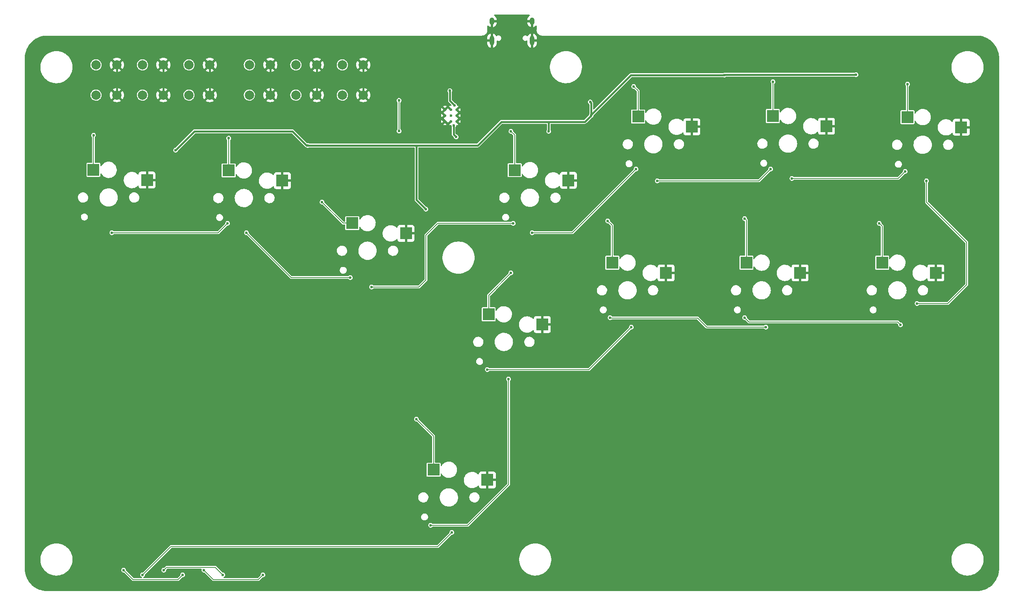
<source format=gbr>
%TF.GenerationSoftware,KiCad,Pcbnew,(6.0.4)*%
%TF.CreationDate,2022-04-24T23:02:38-04:00*%
%TF.ProjectId,Flatbox-rev4-rgb-kicad-WS2812B-4020,466c6174-626f-4782-9d72-6576342d7267,rev?*%
%TF.SameCoordinates,Original*%
%TF.FileFunction,Copper,L2,Bot*%
%TF.FilePolarity,Positive*%
%FSLAX46Y46*%
G04 Gerber Fmt 4.6, Leading zero omitted, Abs format (unit mm)*
G04 Created by KiCad (PCBNEW (6.0.4)) date 2022-04-24 23:02:38*
%MOMM*%
%LPD*%
G01*
G04 APERTURE LIST*
%TA.AperFunction,SMDPad,CuDef*%
%ADD10R,2.600000X2.600000*%
%TD*%
%TA.AperFunction,ComponentPad*%
%ADD11C,2.000000*%
%TD*%
%TA.AperFunction,ComponentPad*%
%ADD12O,1.000000X1.600000*%
%TD*%
%TA.AperFunction,ComponentPad*%
%ADD13O,1.000000X2.100000*%
%TD*%
%TA.AperFunction,ComponentPad*%
%ADD14C,0.600000*%
%TD*%
%TA.AperFunction,ViaPad*%
%ADD15C,0.600000*%
%TD*%
%TA.AperFunction,Conductor*%
%ADD16C,0.381000*%
%TD*%
%TA.AperFunction,Conductor*%
%ADD17C,0.400000*%
%TD*%
%TA.AperFunction,Conductor*%
%ADD18C,0.200000*%
%TD*%
G04 APERTURE END LIST*
D10*
%TO.P,SW8,1,1*%
%TO.N,DOWN*%
X84045000Y-59220000D03*
%TO.P,SW8,2,2*%
%TO.N,GND*%
X95595000Y-61420000D03*
%TD*%
%TO.P,SW9,1,1*%
%TO.N,RIGHT*%
X110645000Y-70570000D03*
%TO.P,SW9,2,2*%
%TO.N,GND*%
X122195000Y-72770000D03*
%TD*%
%TO.P,SW18,1,1*%
%TO.N,UP*%
X128145000Y-123670000D03*
%TO.P,SW18,2,2*%
%TO.N,GND*%
X139695000Y-125870000D03*
%TD*%
%TO.P,SW10,1,1*%
%TO.N,SQUARE*%
X145585000Y-59160000D03*
%TO.P,SW10,2,2*%
%TO.N,GND*%
X157135000Y-61360000D03*
%TD*%
%TO.P,SW11,1,1*%
%TO.N,TRIANGLE*%
X172145000Y-47630000D03*
%TO.P,SW11,2,2*%
%TO.N,GND*%
X183695000Y-49830000D03*
%TD*%
%TO.P,SW12,1,1*%
%TO.N,R1*%
X201115000Y-47510000D03*
%TO.P,SW12,2,2*%
%TO.N,GND*%
X212665000Y-49710000D03*
%TD*%
%TO.P,SW13,1,1*%
%TO.N,L1*%
X230085000Y-47750000D03*
%TO.P,SW13,2,2*%
%TO.N,GND*%
X241635000Y-49950000D03*
%TD*%
%TO.P,SW14,1,1*%
%TO.N,CROSS*%
X139975000Y-90200000D03*
%TO.P,SW14,2,2*%
%TO.N,GND*%
X151525000Y-92400000D03*
%TD*%
%TO.P,SW15,1,1*%
%TO.N,CIRCLE*%
X166585000Y-79090000D03*
%TO.P,SW15,2,2*%
%TO.N,GND*%
X178135000Y-81290000D03*
%TD*%
%TO.P,SW16,1,1*%
%TO.N,R2*%
X195435000Y-79090000D03*
%TO.P,SW16,2,2*%
%TO.N,GND*%
X206985000Y-81290000D03*
%TD*%
%TO.P,SW17,1,1*%
%TO.N,L2*%
X224645000Y-79090000D03*
%TO.P,SW17,2,2*%
%TO.N,GND*%
X236195000Y-81290000D03*
%TD*%
%TO.P,SW7,1,1*%
%TO.N,LEFT*%
X54950000Y-59100000D03*
%TO.P,SW7,2,2*%
%TO.N,GND*%
X66500000Y-61300000D03*
%TD*%
D11*
%TO.P,SW4,1,1*%
%TO.N,OPT4*%
X88500000Y-43000000D03*
X88500000Y-36500000D03*
%TO.P,SW4,2,2*%
%TO.N,GND*%
X93000000Y-43000000D03*
X93000000Y-36500000D03*
%TD*%
%TO.P,SW2,1,1*%
%TO.N,OPT2*%
X65500000Y-43000000D03*
X65500000Y-36500000D03*
%TO.P,SW2,2,2*%
%TO.N,GND*%
X70000000Y-36500000D03*
X70000000Y-43000000D03*
%TD*%
%TO.P,SW5,1,1*%
%TO.N,OPT5*%
X98500000Y-36500000D03*
X98500000Y-43000000D03*
%TO.P,SW5,2,2*%
%TO.N,GND*%
X103000000Y-36500000D03*
X103000000Y-43000000D03*
%TD*%
%TO.P,SW1,1,1*%
%TO.N,OPT1*%
X55500000Y-36500000D03*
X55500000Y-43000000D03*
%TO.P,SW1,2,2*%
%TO.N,GND*%
X60000000Y-43000000D03*
X60000000Y-36500000D03*
%TD*%
%TO.P,SW3,1,1*%
%TO.N,OPT3*%
X75500000Y-43000000D03*
X75500000Y-36500000D03*
%TO.P,SW3,2,2*%
%TO.N,GND*%
X80000000Y-36500000D03*
X80000000Y-43000000D03*
%TD*%
%TO.P,SW6,1,1*%
%TO.N,OPT6*%
X108500000Y-36500000D03*
X108500000Y-43000000D03*
%TO.P,SW6,2,2*%
%TO.N,GND*%
X113000000Y-36500000D03*
X113000000Y-43000000D03*
%TD*%
D12*
%TO.P,USB1,13,SHIELD*%
%TO.N,GND*%
X140680000Y-27100000D03*
X149320000Y-27100000D03*
D13*
X149320000Y-31280000D03*
X140680000Y-31280000D03*
%TD*%
D14*
%TO.P,U3,57,GND*%
%TO.N,GND*%
X131850000Y-46125000D03*
X130575000Y-47400000D03*
X133125000Y-47400000D03*
X131850000Y-48675000D03*
X133125000Y-48675000D03*
X133125000Y-46125000D03*
X130575000Y-48675000D03*
X130575000Y-46125000D03*
X131850000Y-47400000D03*
%TD*%
D15*
%TO.N,GND*%
X94488000Y-143764000D03*
X57404000Y-81280000D03*
X87376000Y-146304000D03*
X180848000Y-67564000D03*
X139322577Y-48380689D03*
X117800000Y-56840000D03*
X197612000Y-100584000D03*
X237744000Y-58928000D03*
X130621766Y-38405361D03*
X78740000Y-146304000D03*
X169164000Y-101092000D03*
X141012359Y-41155812D03*
X134841554Y-39004016D03*
X61976000Y-69596000D03*
X70104000Y-146304000D03*
X85852000Y-143764000D03*
X232156000Y-89916000D03*
X138681150Y-44435081D03*
X101600000Y-50800000D03*
X208788000Y-58420000D03*
X108204000Y-90424000D03*
X147828000Y-101092000D03*
X174244000Y-89916000D03*
X135636000Y-134620000D03*
X179832000Y-58420000D03*
X117856000Y-143764000D03*
X142240000Y-112268000D03*
X64516000Y-139700000D03*
X77216000Y-143764000D03*
X202692000Y-89916000D03*
X129397231Y-34807219D03*
X148282276Y-33996244D03*
X209296000Y-67056000D03*
X86360000Y-81788000D03*
X146544716Y-36274053D03*
X135878249Y-40142920D03*
X61468000Y-146304000D03*
X90932000Y-70104000D03*
X143764000Y-78232000D03*
X125010297Y-43961063D03*
X227076000Y-100584000D03*
X131658461Y-38960212D03*
X117856000Y-81788000D03*
X115150000Y-56730000D03*
X122291067Y-40200692D03*
X152908000Y-70104000D03*
X138674661Y-43396764D03*
X229108000Y-66548000D03*
%TO.N,+5V*%
X101092000Y-53848000D03*
X72644000Y-54864000D03*
X162052000Y-47399500D03*
X126492000Y-67564000D03*
X161825083Y-44477083D03*
X152908000Y-50800000D03*
X219039500Y-38608000D03*
X190734994Y-38699500D03*
%TO.N,LEFT*%
X54972686Y-51653155D03*
%TO.N,DOWN*%
X84059949Y-52279316D03*
%TO.N,RIGHT*%
X104140000Y-66040000D03*
%TO.N,UP*%
X124460000Y-112776000D03*
%TO.N,L1*%
X230124000Y-40640000D03*
%TO.N,R1*%
X201168000Y-40132000D03*
%TO.N,TRIANGLE*%
X171196000Y-41148000D03*
%TO.N,SQUARE*%
X144780000Y-50800000D03*
%TO.N,CIRCLE*%
X165608000Y-70104000D03*
%TO.N,CROSS*%
X144780000Y-81280000D03*
%TO.N,R2*%
X195072000Y-69596000D03*
%TO.N,L2*%
X224028000Y-70612000D03*
%TO.N,+1V1*%
X132499900Y-49507729D03*
X131650001Y-42050001D03*
X132650000Y-45245055D03*
X133000000Y-52000000D03*
%TO.N,Net-(R1-Pad2)*%
X120700000Y-50750000D03*
X120699974Y-44150000D03*
%TO.N,RGB_DATA_DOWN*%
X58928000Y-72644000D03*
X83820000Y-70612000D03*
%TO.N,RGB_DATA_SQUARE*%
X114808000Y-84328000D03*
X145288000Y-70612000D03*
%TO.N,RGB_DATA_RIGHT*%
X87884000Y-72644000D03*
X110236000Y-82296000D03*
%TO.N,RGB_DATA_TRIANGLE*%
X171704000Y-58928000D03*
X149352000Y-72644000D03*
%TO.N,RGB_DATA_R1*%
X200660000Y-58928000D03*
X176276000Y-61468000D03*
%TO.N,RGB_DATA_L1*%
X229616000Y-59436000D03*
X205232000Y-60960000D03*
%TO.N,RGB_DATA_L2*%
X232156000Y-87884000D03*
X234188000Y-61468000D03*
%TO.N,RGB_DATA_R2*%
X195072000Y-90932000D03*
X228600000Y-92456000D03*
%TO.N,RGB_DATA_CIRCLE*%
X199644000Y-92964000D03*
X166116000Y-90932000D03*
%TO.N,RGB_DATA_CROSS*%
X170688000Y-92964000D03*
X139700000Y-102108000D03*
%TO.N,RGB_DATA_UP*%
X144272000Y-104140000D03*
X127508000Y-135636000D03*
%TO.N,RGB_DATA_P1*%
X132080000Y-137160000D03*
X65532000Y-146304000D03*
%TO.N,RGB_DATA_P2*%
X74168000Y-146304000D03*
X61468000Y-145288000D03*
%TO.N,RGB_DATA_P3*%
X82804000Y-146304000D03*
X70104000Y-145288000D03*
%TO.N,RGB_DATA_P4*%
X91440000Y-146304000D03*
X78740000Y-145288000D03*
%TD*%
D16*
%TO.N,GND*%
X70000000Y-36500000D02*
X67900000Y-34400000D01*
X82100000Y-34400000D02*
X80000000Y-36500000D01*
X93000000Y-36500000D02*
X90900000Y-34400000D01*
X103000000Y-43000000D02*
X101000000Y-45000000D01*
X95000000Y-45000000D02*
X93000000Y-43000000D01*
X70000000Y-36500000D02*
X70000000Y-43000000D01*
X110900000Y-34400000D02*
X105100000Y-34400000D01*
X60000000Y-36500000D02*
X60000000Y-43000000D01*
X90900000Y-34400000D02*
X82100000Y-34400000D01*
X101000000Y-45000000D02*
X95000000Y-45000000D01*
X72000000Y-45000000D02*
X70000000Y-43000000D01*
X105100000Y-34400000D02*
X103000000Y-36500000D01*
X113000000Y-36500000D02*
X110900000Y-34400000D01*
X80000000Y-43000000D02*
X78000000Y-45000000D01*
X62100000Y-34400000D02*
X60000000Y-36500000D01*
X103000000Y-36500000D02*
X103000000Y-43000000D01*
X93000000Y-36500000D02*
X93000000Y-43000000D01*
X113000000Y-36500000D02*
X113000000Y-43000000D01*
X78000000Y-45000000D02*
X72000000Y-45000000D01*
X67900000Y-34400000D02*
X62100000Y-34400000D01*
X80000000Y-36500000D02*
X80000000Y-43000000D01*
D17*
%TO.N,+5V*%
X142748000Y-48768000D02*
X137668000Y-53848000D01*
X170596500Y-38699500D02*
X190734994Y-38699500D01*
X124460000Y-53848000D02*
X124460000Y-65532000D01*
X137668000Y-53848000D02*
X101092000Y-53848000D01*
X162052000Y-47244000D02*
X170596500Y-38699500D01*
X219039500Y-38608000D02*
X190826494Y-38608000D01*
X152908000Y-48768000D02*
X142748000Y-48768000D01*
X162052000Y-44704000D02*
X161825083Y-44477083D01*
X162052000Y-47399500D02*
X162052000Y-47244000D01*
X100838000Y-53848000D02*
X97790000Y-50800000D01*
X101092000Y-53848000D02*
X100838000Y-53848000D01*
X124460000Y-65532000D02*
X126492000Y-67564000D01*
X76708000Y-50800000D02*
X72644000Y-54864000D01*
X160683500Y-48768000D02*
X152908000Y-48768000D01*
X190826494Y-38608000D02*
X190734994Y-38699500D01*
X152908000Y-48768000D02*
X152908000Y-50800000D01*
X162052000Y-47399500D02*
X160683500Y-48768000D01*
X97790000Y-50800000D02*
X76708000Y-50800000D01*
X162052000Y-47399500D02*
X162052000Y-44704000D01*
D18*
%TO.N,LEFT*%
X54950000Y-51675841D02*
X54950000Y-59100000D01*
X54972686Y-51653155D02*
X54950000Y-51675841D01*
%TO.N,DOWN*%
X84045000Y-52294265D02*
X84045000Y-59220000D01*
X84059949Y-52279316D02*
X84045000Y-52294265D01*
%TO.N,RIGHT*%
X110645000Y-70570000D02*
X108670000Y-70570000D01*
X108670000Y-70570000D02*
X104140000Y-66040000D01*
%TO.N,UP*%
X128145000Y-123670000D02*
X128145000Y-116461000D01*
X128145000Y-116461000D02*
X124460000Y-112776000D01*
%TO.N,L1*%
X230124000Y-40640000D02*
X230085000Y-40679000D01*
X230085000Y-40679000D02*
X230085000Y-47750000D01*
%TO.N,R1*%
X201168000Y-40132000D02*
X201115000Y-40185000D01*
X201115000Y-40185000D02*
X201115000Y-47510000D01*
%TO.N,TRIANGLE*%
X171196000Y-41148000D02*
X172145000Y-42097000D01*
X172145000Y-42097000D02*
X172145000Y-47630000D01*
%TO.N,SQUARE*%
X145585000Y-59160000D02*
X145585000Y-51605000D01*
X145585000Y-51605000D02*
X144780000Y-50800000D01*
%TO.N,CIRCLE*%
X166585000Y-71081000D02*
X166585000Y-79090000D01*
X165608000Y-70104000D02*
X166585000Y-71081000D01*
%TO.N,CROSS*%
X139975000Y-86085000D02*
X144780000Y-81280000D01*
X139975000Y-90200000D02*
X139975000Y-86085000D01*
%TO.N,R2*%
X195435000Y-69959000D02*
X195435000Y-79090000D01*
X195072000Y-69596000D02*
X195435000Y-69959000D01*
%TO.N,L2*%
X224645000Y-71229000D02*
X224645000Y-79090000D01*
X224028000Y-70612000D02*
X224645000Y-71229000D01*
D17*
%TO.N,+1V1*%
X132450000Y-51450000D02*
X133000000Y-52000000D01*
X131650001Y-42050001D02*
X131650001Y-44245056D01*
X131650001Y-44245056D02*
X132650000Y-45245055D01*
X132450000Y-49557629D02*
X132450000Y-51450000D01*
X132499900Y-49507729D02*
X132450000Y-49557629D01*
D18*
%TO.N,Net-(R1-Pad2)*%
X120700000Y-44150026D02*
X120699974Y-44150000D01*
X120700000Y-50750000D02*
X120700000Y-44150026D01*
%TO.N,RGB_DATA_DOWN*%
X81788000Y-72644000D02*
X83820000Y-70612000D01*
X58928000Y-72644000D02*
X81788000Y-72644000D01*
%TO.N,RGB_DATA_SQUARE*%
X129032000Y-70612000D02*
X145288000Y-70612000D01*
X114808000Y-84328000D02*
X124968000Y-84328000D01*
X126492000Y-82804000D02*
X126492000Y-73152000D01*
X126492000Y-73152000D02*
X129032000Y-70612000D01*
X124968000Y-84328000D02*
X126492000Y-82804000D01*
%TO.N,RGB_DATA_RIGHT*%
X87884000Y-72644000D02*
X97536000Y-82296000D01*
X97536000Y-82296000D02*
X110236000Y-82296000D01*
%TO.N,RGB_DATA_TRIANGLE*%
X157988000Y-72644000D02*
X171704000Y-58928000D01*
X149352000Y-72644000D02*
X157988000Y-72644000D01*
%TO.N,RGB_DATA_R1*%
X176276000Y-61468000D02*
X198120000Y-61468000D01*
X198120000Y-61468000D02*
X200660000Y-58928000D01*
%TO.N,RGB_DATA_L1*%
X228092000Y-60960000D02*
X229616000Y-59436000D01*
X205232000Y-60960000D02*
X228092000Y-60960000D01*
%TO.N,RGB_DATA_L2*%
X242824000Y-74676000D02*
X234188000Y-66040000D01*
X238760000Y-87884000D02*
X242824000Y-83820000D01*
X234188000Y-66040000D02*
X234188000Y-61468000D01*
X232156000Y-87884000D02*
X238760000Y-87884000D01*
X242824000Y-83820000D02*
X242824000Y-74676000D01*
%TO.N,RGB_DATA_R2*%
X228000489Y-91856489D02*
X195996489Y-91856489D01*
X195996489Y-91856489D02*
X195072000Y-90932000D01*
X228600000Y-92456000D02*
X228000489Y-91856489D01*
%TO.N,RGB_DATA_CIRCLE*%
X186944000Y-92964000D02*
X185003511Y-91023511D01*
X199644000Y-92964000D02*
X186944000Y-92964000D01*
X166207511Y-91023511D02*
X166116000Y-90932000D01*
X185003511Y-91023511D02*
X166207511Y-91023511D01*
%TO.N,RGB_DATA_CROSS*%
X170688000Y-92964000D02*
X161544000Y-102108000D01*
X161544000Y-102108000D02*
X139700000Y-102108000D01*
%TO.N,RGB_DATA_UP*%
X135467838Y-135636000D02*
X127508000Y-135636000D01*
X144272000Y-104140000D02*
X144272000Y-126831838D01*
X144272000Y-126831838D02*
X135467838Y-135636000D01*
%TO.N,RGB_DATA_P1*%
X132080000Y-137160000D02*
X129032000Y-140208000D01*
X71628000Y-140208000D02*
X65532000Y-146304000D01*
X129032000Y-140208000D02*
X71628000Y-140208000D01*
%TO.N,RGB_DATA_P2*%
X63500000Y-147320000D02*
X73152000Y-147320000D01*
X73152000Y-147320000D02*
X74168000Y-146304000D01*
X61468000Y-145288000D02*
X63500000Y-147320000D01*
%TO.N,RGB_DATA_P3*%
X70703511Y-144688489D02*
X81188489Y-144688489D01*
X81188489Y-144688489D02*
X82804000Y-146304000D01*
X70104000Y-145288000D02*
X70703511Y-144688489D01*
%TO.N,RGB_DATA_P4*%
X80772000Y-147320000D02*
X90424000Y-147320000D01*
X78740000Y-145288000D02*
X80772000Y-147320000D01*
X90424000Y-147320000D02*
X91440000Y-146304000D01*
%TD*%
%TA.AperFunction,Conductor*%
%TO.N,GND*%
G36*
X148802483Y-25720502D02*
G01*
X148848976Y-25774158D01*
X148859080Y-25844432D01*
X148829586Y-25909012D01*
X148792738Y-25938161D01*
X148770850Y-25949604D01*
X148760585Y-25956321D01*
X148616127Y-26072468D01*
X148607368Y-26081046D01*
X148488222Y-26223039D01*
X148481292Y-26233159D01*
X148391998Y-26395585D01*
X148387166Y-26406858D01*
X148331120Y-26583538D01*
X148328570Y-26595532D01*
X148312393Y-26739761D01*
X148312000Y-26746785D01*
X148312000Y-26827885D01*
X148316475Y-26843124D01*
X148317865Y-26844329D01*
X148325548Y-26846000D01*
X149448000Y-26846000D01*
X149516121Y-26866002D01*
X149562614Y-26919658D01*
X149574000Y-26972000D01*
X149574000Y-28357924D01*
X149577973Y-28371455D01*
X149585768Y-28372575D01*
X149693521Y-28340862D01*
X149704889Y-28336269D01*
X149869154Y-28250393D01*
X149879415Y-28243679D01*
X150023873Y-28127532D01*
X150032632Y-28118954D01*
X150076978Y-28066105D01*
X150136088Y-28026778D01*
X150207075Y-28025652D01*
X150267403Y-28063083D01*
X150297917Y-28127187D01*
X150299500Y-28147096D01*
X150299500Y-28962920D01*
X150297534Y-28980242D01*
X150297524Y-28985811D01*
X150294344Y-28999641D01*
X150296515Y-29009234D01*
X150310614Y-29188380D01*
X150354726Y-29372122D01*
X150356619Y-29376693D01*
X150356620Y-29376695D01*
X150384573Y-29444178D01*
X150427039Y-29546701D01*
X150525772Y-29707818D01*
X150528979Y-29711573D01*
X150528982Y-29711577D01*
X150602762Y-29797961D01*
X150648494Y-29851506D01*
X150652250Y-29854714D01*
X150788423Y-29971018D01*
X150788427Y-29971021D01*
X150792182Y-29974228D01*
X150953299Y-30072961D01*
X150957869Y-30074854D01*
X150957873Y-30074856D01*
X151123305Y-30143380D01*
X151127878Y-30145274D01*
X151160222Y-30153039D01*
X151306807Y-30188231D01*
X151306813Y-30188232D01*
X151311620Y-30189386D01*
X151480105Y-30202647D01*
X151485214Y-30203437D01*
X151485238Y-30203228D01*
X151492333Y-30204045D01*
X151499282Y-30205655D01*
X151500000Y-30205656D01*
X151508775Y-30203654D01*
X151536790Y-30200500D01*
X244962920Y-30200500D01*
X244980242Y-30202466D01*
X244985811Y-30202476D01*
X244999641Y-30205656D01*
X245013482Y-30202524D01*
X245027669Y-30202549D01*
X245027669Y-30202772D01*
X245035651Y-30202057D01*
X245358614Y-30216158D01*
X245412809Y-30218524D01*
X245423757Y-30219482D01*
X245827981Y-30272698D01*
X245838786Y-30274604D01*
X246236837Y-30362850D01*
X246247447Y-30365693D01*
X246636283Y-30488292D01*
X246646596Y-30492045D01*
X247023288Y-30648077D01*
X247033233Y-30652715D01*
X247204388Y-30741812D01*
X247394867Y-30840969D01*
X247404387Y-30846465D01*
X247748235Y-31065521D01*
X247757239Y-31071825D01*
X248047399Y-31294472D01*
X248080700Y-31320025D01*
X248089117Y-31327089D01*
X248321323Y-31539865D01*
X248389703Y-31602524D01*
X248397472Y-31610293D01*
X248641549Y-31876657D01*
X248672909Y-31910880D01*
X248679975Y-31919300D01*
X248928175Y-32242761D01*
X248934479Y-32251765D01*
X249153535Y-32595613D01*
X249159030Y-32605132D01*
X249317317Y-32909197D01*
X249347281Y-32966758D01*
X249351927Y-32976720D01*
X249507952Y-33353396D01*
X249511708Y-33363717D01*
X249594927Y-33627653D01*
X249634307Y-33752552D01*
X249637150Y-33763163D01*
X249725396Y-34161214D01*
X249727303Y-34172027D01*
X249780518Y-34576242D01*
X249781476Y-34587192D01*
X249797919Y-34963780D01*
X249797201Y-34971624D01*
X249797549Y-34971625D01*
X249797524Y-34985811D01*
X249794344Y-34999641D01*
X249797475Y-35013480D01*
X249797467Y-35018311D01*
X249799500Y-35036504D01*
X249799500Y-144962920D01*
X249797534Y-144980242D01*
X249797524Y-144985811D01*
X249794344Y-144999641D01*
X249797476Y-145013482D01*
X249797451Y-145027669D01*
X249797228Y-145027669D01*
X249797943Y-145035651D01*
X249781476Y-145412808D01*
X249780518Y-145423757D01*
X249729623Y-145810352D01*
X249727303Y-145827973D01*
X249725396Y-145838786D01*
X249637914Y-146233393D01*
X249637152Y-146236831D01*
X249634307Y-146247447D01*
X249527325Y-146586754D01*
X249511711Y-146636275D01*
X249507955Y-146646596D01*
X249353493Y-147019500D01*
X249351927Y-147023280D01*
X249347285Y-147033233D01*
X249159031Y-147394867D01*
X249153535Y-147404387D01*
X248934479Y-147748235D01*
X248928175Y-147757239D01*
X248679975Y-148080700D01*
X248672911Y-148089117D01*
X248574107Y-148196944D01*
X248397476Y-148389703D01*
X248389703Y-148397476D01*
X248089120Y-148672909D01*
X248080700Y-148679975D01*
X247757239Y-148928175D01*
X247748235Y-148934479D01*
X247404387Y-149153535D01*
X247394868Y-149159030D01*
X247033233Y-149347285D01*
X247023288Y-149351923D01*
X246646596Y-149507955D01*
X246636283Y-149511708D01*
X246427259Y-149577613D01*
X246247448Y-149634307D01*
X246236837Y-149637150D01*
X245838786Y-149725396D01*
X245827981Y-149727302D01*
X245423758Y-149780518D01*
X245412809Y-149781476D01*
X245036216Y-149797919D01*
X245028376Y-149797201D01*
X245028375Y-149797549D01*
X245014189Y-149797524D01*
X245000359Y-149794344D01*
X244986520Y-149797475D01*
X244981689Y-149797467D01*
X244963496Y-149799500D01*
X45037080Y-149799500D01*
X45019758Y-149797534D01*
X45014189Y-149797524D01*
X45000359Y-149794344D01*
X44986518Y-149797476D01*
X44972331Y-149797451D01*
X44972331Y-149797228D01*
X44964349Y-149797943D01*
X44641386Y-149783842D01*
X44587191Y-149781476D01*
X44576242Y-149780518D01*
X44172019Y-149727302D01*
X44161214Y-149725396D01*
X43763163Y-149637150D01*
X43752552Y-149634307D01*
X43572741Y-149577613D01*
X43363717Y-149511708D01*
X43353404Y-149507955D01*
X42976712Y-149351923D01*
X42966767Y-149347285D01*
X42605132Y-149159030D01*
X42595613Y-149153535D01*
X42251765Y-148934479D01*
X42242761Y-148928175D01*
X41919300Y-148679975D01*
X41910880Y-148672909D01*
X41610297Y-148397476D01*
X41602524Y-148389703D01*
X41425894Y-148196944D01*
X41327089Y-148089117D01*
X41320025Y-148080700D01*
X41071825Y-147757239D01*
X41065521Y-147748235D01*
X40846465Y-147404387D01*
X40840969Y-147394867D01*
X40652715Y-147033233D01*
X40648073Y-147023280D01*
X40646508Y-147019500D01*
X40492045Y-146646596D01*
X40488289Y-146636275D01*
X40472676Y-146586754D01*
X40365693Y-146247447D01*
X40362848Y-146236831D01*
X40362086Y-146233393D01*
X40274604Y-145838786D01*
X40272697Y-145827973D01*
X40270378Y-145810352D01*
X40219482Y-145423757D01*
X40218524Y-145412808D01*
X40202094Y-145036508D01*
X40204090Y-145014863D01*
X40203226Y-145014764D01*
X40204042Y-145007678D01*
X40205655Y-145000718D01*
X40205656Y-145000000D01*
X40203654Y-144991225D01*
X40200500Y-144963210D01*
X40200500Y-143180850D01*
X43549168Y-143180850D01*
X43588884Y-143552480D01*
X43589608Y-143555803D01*
X43589609Y-143555806D01*
X43591479Y-143564384D01*
X43668503Y-143917647D01*
X43787094Y-144272079D01*
X43943270Y-144611631D01*
X44135204Y-144932329D01*
X44360651Y-145230423D01*
X44616973Y-145502425D01*
X44619563Y-145504637D01*
X44619565Y-145504639D01*
X44678768Y-145555203D01*
X44901171Y-145745154D01*
X44903983Y-145747072D01*
X44903988Y-145747076D01*
X45207098Y-145953843D01*
X45207103Y-145953846D01*
X45209922Y-145955769D01*
X45212932Y-145957376D01*
X45212935Y-145957378D01*
X45357398Y-146034514D01*
X45539614Y-146131808D01*
X45542771Y-146133077D01*
X45542775Y-146133079D01*
X45637027Y-146170968D01*
X45886389Y-146271211D01*
X45889663Y-146272131D01*
X45889668Y-146272133D01*
X46242913Y-146371426D01*
X46242920Y-146371428D01*
X46246191Y-146372347D01*
X46249548Y-146372909D01*
X46249549Y-146372909D01*
X46611447Y-146433470D01*
X46611449Y-146433470D01*
X46614812Y-146434033D01*
X46842072Y-146447137D01*
X46898583Y-146450395D01*
X46898587Y-146450395D01*
X46900406Y-146450500D01*
X47093577Y-146450500D01*
X47095250Y-146450409D01*
X47095265Y-146450409D01*
X47267804Y-146441064D01*
X47373199Y-146435356D01*
X47742033Y-146374957D01*
X48102186Y-146275078D01*
X48105348Y-146273820D01*
X48105356Y-146273817D01*
X48386133Y-146162082D01*
X48449445Y-146136887D01*
X48557991Y-146079415D01*
X48776737Y-145963595D01*
X48776740Y-145963593D01*
X48779749Y-145962000D01*
X49089233Y-145752463D01*
X49374278Y-145510728D01*
X49384516Y-145499940D01*
X49591500Y-145281823D01*
X60962391Y-145281823D01*
X60963555Y-145290725D01*
X60963555Y-145290728D01*
X60964814Y-145300354D01*
X60980980Y-145423979D01*
X60984597Y-145432199D01*
X61019151Y-145510728D01*
X61038720Y-145555203D01*
X61044497Y-145562076D01*
X61044498Y-145562077D01*
X61051792Y-145570754D01*
X61130970Y-145664948D01*
X61250313Y-145744390D01*
X61258888Y-145747069D01*
X61259832Y-145747364D01*
X61387157Y-145787142D01*
X61396129Y-145787306D01*
X61396132Y-145787307D01*
X61475491Y-145788761D01*
X61494233Y-145789105D01*
X61561975Y-145810352D01*
X61581018Y-145825989D01*
X63250481Y-147495452D01*
X63252237Y-147497486D01*
X63254575Y-147502269D01*
X63263104Y-147510181D01*
X63263105Y-147510182D01*
X63290477Y-147535573D01*
X63293882Y-147538853D01*
X63307277Y-147552248D01*
X63311247Y-147554972D01*
X63313895Y-147557297D01*
X63328119Y-147570492D01*
X63328122Y-147570494D01*
X63336646Y-147578401D01*
X63347450Y-147582711D01*
X63351439Y-147585233D01*
X63362227Y-147590994D01*
X63366552Y-147592911D01*
X63376146Y-147599492D01*
X63387465Y-147602178D01*
X63387467Y-147602179D01*
X63400127Y-147605183D01*
X63417724Y-147610748D01*
X63432362Y-147616588D01*
X63432365Y-147616589D01*
X63440622Y-147619883D01*
X63446915Y-147620500D01*
X63449994Y-147620500D01*
X63453067Y-147620650D01*
X63453056Y-147620866D01*
X63464431Y-147622198D01*
X63473746Y-147622654D01*
X63485066Y-147625340D01*
X63496595Y-147623771D01*
X63496596Y-147623771D01*
X63512173Y-147621651D01*
X63529164Y-147620500D01*
X73099634Y-147620500D01*
X73102307Y-147620696D01*
X73107342Y-147622425D01*
X73118964Y-147621989D01*
X73118966Y-147621989D01*
X73156255Y-147620589D01*
X73160981Y-147620500D01*
X73179948Y-147620500D01*
X73184683Y-147619618D01*
X73188209Y-147619390D01*
X73191949Y-147619249D01*
X73219208Y-147618226D01*
X73229893Y-147613636D01*
X73234493Y-147612599D01*
X73246214Y-147609038D01*
X73250617Y-147607339D01*
X73262053Y-147605209D01*
X73283041Y-147592272D01*
X73299411Y-147583769D01*
X73313888Y-147577549D01*
X73313892Y-147577547D01*
X73322063Y-147574036D01*
X73326949Y-147570022D01*
X73329134Y-147567837D01*
X73331397Y-147565785D01*
X73331542Y-147565945D01*
X73340549Y-147558825D01*
X73347444Y-147552573D01*
X73357348Y-147546468D01*
X73373916Y-147524680D01*
X73385110Y-147511861D01*
X74055843Y-146841128D01*
X74118155Y-146807102D01*
X74147247Y-146804244D01*
X74184711Y-146804930D01*
X74230499Y-146805770D01*
X74239163Y-146803408D01*
X74360158Y-146770421D01*
X74360160Y-146770420D01*
X74368817Y-146768060D01*
X74490991Y-146693045D01*
X74587200Y-146586754D01*
X74649710Y-146457733D01*
X74673496Y-146316354D01*
X74673647Y-146304000D01*
X74657158Y-146188862D01*
X74654596Y-146170968D01*
X74654595Y-146170965D01*
X74653323Y-146162082D01*
X74641142Y-146135290D01*
X74597700Y-146039746D01*
X74593984Y-146031572D01*
X74534037Y-145962000D01*
X74506260Y-145929763D01*
X74506257Y-145929760D01*
X74500400Y-145922963D01*
X74380095Y-145844985D01*
X74242739Y-145803907D01*
X74233763Y-145803852D01*
X74233762Y-145803852D01*
X74173555Y-145803484D01*
X74099376Y-145803031D01*
X73961529Y-145842428D01*
X73840280Y-145918930D01*
X73745377Y-146026388D01*
X73684447Y-146156163D01*
X73683066Y-146165035D01*
X73665173Y-146279956D01*
X73662391Y-146297823D01*
X73664179Y-146311493D01*
X73664383Y-146313052D01*
X73653384Y-146383192D01*
X73628542Y-146418487D01*
X73064434Y-146982595D01*
X73002122Y-147016621D01*
X72975339Y-147019500D01*
X65751738Y-147019500D01*
X65683617Y-146999498D01*
X65637124Y-146945842D01*
X65627020Y-146875568D01*
X65656514Y-146810988D01*
X65718597Y-146771937D01*
X65724157Y-146770421D01*
X65732817Y-146768060D01*
X65854991Y-146693045D01*
X65951200Y-146586754D01*
X66013710Y-146457733D01*
X66037496Y-146316354D01*
X66037647Y-146304000D01*
X66036957Y-146299184D01*
X66036957Y-146299177D01*
X66036475Y-146295810D01*
X66036656Y-146294556D01*
X66036641Y-146294323D01*
X66036690Y-146294320D01*
X66046623Y-146225543D01*
X66072109Y-146188862D01*
X66979148Y-145281823D01*
X69598391Y-145281823D01*
X69599555Y-145290725D01*
X69599555Y-145290728D01*
X69600814Y-145300354D01*
X69616980Y-145423979D01*
X69620597Y-145432199D01*
X69655151Y-145510728D01*
X69674720Y-145555203D01*
X69680497Y-145562076D01*
X69680498Y-145562077D01*
X69687792Y-145570754D01*
X69766970Y-145664948D01*
X69886313Y-145744390D01*
X69894888Y-145747069D01*
X69895832Y-145747364D01*
X70023157Y-145787142D01*
X70032129Y-145787306D01*
X70032132Y-145787307D01*
X70097463Y-145788504D01*
X70166499Y-145789770D01*
X70175533Y-145787307D01*
X70296158Y-145754421D01*
X70296160Y-145754420D01*
X70304817Y-145752060D01*
X70426991Y-145677045D01*
X70523200Y-145570754D01*
X70585710Y-145441733D01*
X70609496Y-145300354D01*
X70609647Y-145288000D01*
X70608957Y-145283184D01*
X70608957Y-145283177D01*
X70608475Y-145279810D01*
X70608656Y-145278556D01*
X70608641Y-145278323D01*
X70608690Y-145278320D01*
X70618623Y-145209543D01*
X70644109Y-145172862D01*
X70791077Y-145025894D01*
X70853389Y-144991868D01*
X70880172Y-144988989D01*
X78133717Y-144988989D01*
X78201838Y-145008991D01*
X78248331Y-145062647D01*
X78258435Y-145132921D01*
X78257153Y-145138659D01*
X78256447Y-145140163D01*
X78255596Y-145145629D01*
X78240962Y-145239622D01*
X78234391Y-145281823D01*
X78235555Y-145290725D01*
X78235555Y-145290728D01*
X78236814Y-145300354D01*
X78252980Y-145423979D01*
X78256597Y-145432199D01*
X78291151Y-145510728D01*
X78310720Y-145555203D01*
X78316497Y-145562076D01*
X78316498Y-145562077D01*
X78323792Y-145570754D01*
X78402970Y-145664948D01*
X78522313Y-145744390D01*
X78530888Y-145747069D01*
X78531832Y-145747364D01*
X78659157Y-145787142D01*
X78668129Y-145787306D01*
X78668132Y-145787307D01*
X78747491Y-145788761D01*
X78766233Y-145789105D01*
X78833975Y-145810352D01*
X78853018Y-145825989D01*
X80522481Y-147495452D01*
X80524237Y-147497486D01*
X80526575Y-147502269D01*
X80535104Y-147510181D01*
X80535105Y-147510182D01*
X80562477Y-147535573D01*
X80565882Y-147538853D01*
X80579277Y-147552248D01*
X80583247Y-147554972D01*
X80585895Y-147557297D01*
X80600119Y-147570492D01*
X80600122Y-147570494D01*
X80608646Y-147578401D01*
X80619450Y-147582711D01*
X80623439Y-147585233D01*
X80634227Y-147590994D01*
X80638552Y-147592911D01*
X80648146Y-147599492D01*
X80659465Y-147602178D01*
X80659467Y-147602179D01*
X80672127Y-147605183D01*
X80689724Y-147610748D01*
X80704362Y-147616588D01*
X80704365Y-147616589D01*
X80712622Y-147619883D01*
X80718915Y-147620500D01*
X80721994Y-147620500D01*
X80725067Y-147620650D01*
X80725056Y-147620866D01*
X80736431Y-147622198D01*
X80745746Y-147622654D01*
X80757066Y-147625340D01*
X80768595Y-147623771D01*
X80768596Y-147623771D01*
X80784173Y-147621651D01*
X80801164Y-147620500D01*
X90371634Y-147620500D01*
X90374307Y-147620696D01*
X90379342Y-147622425D01*
X90390964Y-147621989D01*
X90390966Y-147621989D01*
X90428255Y-147620589D01*
X90432981Y-147620500D01*
X90451948Y-147620500D01*
X90456683Y-147619618D01*
X90460209Y-147619390D01*
X90463949Y-147619249D01*
X90491208Y-147618226D01*
X90501893Y-147613636D01*
X90506493Y-147612599D01*
X90518214Y-147609038D01*
X90522617Y-147607339D01*
X90534053Y-147605209D01*
X90555041Y-147592272D01*
X90571411Y-147583769D01*
X90585888Y-147577549D01*
X90585892Y-147577547D01*
X90594063Y-147574036D01*
X90598949Y-147570022D01*
X90601134Y-147567837D01*
X90603397Y-147565785D01*
X90603542Y-147565945D01*
X90612549Y-147558825D01*
X90619444Y-147552573D01*
X90629348Y-147546468D01*
X90645916Y-147524680D01*
X90657110Y-147511861D01*
X91327843Y-146841128D01*
X91390155Y-146807102D01*
X91419247Y-146804244D01*
X91456711Y-146804930D01*
X91502499Y-146805770D01*
X91511163Y-146803408D01*
X91632158Y-146770421D01*
X91632160Y-146770420D01*
X91640817Y-146768060D01*
X91762991Y-146693045D01*
X91859200Y-146586754D01*
X91921710Y-146457733D01*
X91945496Y-146316354D01*
X91945647Y-146304000D01*
X91929158Y-146188862D01*
X91926596Y-146170968D01*
X91926595Y-146170965D01*
X91925323Y-146162082D01*
X91913142Y-146135290D01*
X91869700Y-146039746D01*
X91865984Y-146031572D01*
X91806037Y-145962000D01*
X91778260Y-145929763D01*
X91778257Y-145929760D01*
X91772400Y-145922963D01*
X91652095Y-145844985D01*
X91514739Y-145803907D01*
X91505763Y-145803852D01*
X91505762Y-145803852D01*
X91445555Y-145803484D01*
X91371376Y-145803031D01*
X91233529Y-145842428D01*
X91112280Y-145918930D01*
X91017377Y-146026388D01*
X90956447Y-146156163D01*
X90955066Y-146165035D01*
X90937173Y-146279956D01*
X90934391Y-146297823D01*
X90936179Y-146311493D01*
X90936383Y-146313052D01*
X90925384Y-146383192D01*
X90900542Y-146418487D01*
X90336434Y-146982595D01*
X90274122Y-147016621D01*
X90247339Y-147019500D01*
X83023738Y-147019500D01*
X82955617Y-146999498D01*
X82909124Y-146945842D01*
X82899020Y-146875568D01*
X82928514Y-146810988D01*
X82990597Y-146771937D01*
X82996157Y-146770421D01*
X83004817Y-146768060D01*
X83126991Y-146693045D01*
X83223200Y-146586754D01*
X83285710Y-146457733D01*
X83309496Y-146316354D01*
X83309647Y-146304000D01*
X83293158Y-146188862D01*
X83290596Y-146170968D01*
X83290595Y-146170965D01*
X83289323Y-146162082D01*
X83277142Y-146135290D01*
X83233700Y-146039746D01*
X83229984Y-146031572D01*
X83170037Y-145962000D01*
X83142260Y-145929763D01*
X83142257Y-145929760D01*
X83136400Y-145922963D01*
X83016095Y-145844985D01*
X82878739Y-145803907D01*
X82869763Y-145803852D01*
X82869762Y-145803852D01*
X82830283Y-145803611D01*
X82779695Y-145803302D01*
X82711699Y-145782884D01*
X82691371Y-145766399D01*
X81438008Y-144513037D01*
X81436252Y-144511003D01*
X81433914Y-144506220D01*
X81423571Y-144496625D01*
X81398012Y-144472916D01*
X81394607Y-144469636D01*
X81381212Y-144456241D01*
X81377242Y-144453517D01*
X81374594Y-144451192D01*
X81360370Y-144437997D01*
X81360367Y-144437995D01*
X81351843Y-144430088D01*
X81341039Y-144425778D01*
X81337050Y-144423256D01*
X81326262Y-144417495D01*
X81321937Y-144415578D01*
X81312343Y-144408997D01*
X81301024Y-144406311D01*
X81301022Y-144406310D01*
X81288362Y-144403306D01*
X81270765Y-144397741D01*
X81256127Y-144391901D01*
X81256124Y-144391900D01*
X81247867Y-144388606D01*
X81241574Y-144387989D01*
X81238495Y-144387989D01*
X81235422Y-144387839D01*
X81235433Y-144387623D01*
X81224058Y-144386291D01*
X81214743Y-144385835D01*
X81203423Y-144383149D01*
X81191894Y-144384718D01*
X81191893Y-144384718D01*
X81176316Y-144386838D01*
X81159325Y-144387989D01*
X70755883Y-144387989D01*
X70753206Y-144387792D01*
X70748169Y-144386063D01*
X70736548Y-144386499D01*
X70736546Y-144386499D01*
X70699241Y-144387900D01*
X70694514Y-144387989D01*
X70675563Y-144387989D01*
X70670830Y-144388871D01*
X70667303Y-144389099D01*
X70647931Y-144389826D01*
X70647929Y-144389827D01*
X70636303Y-144390263D01*
X70625611Y-144394857D01*
X70621008Y-144395894D01*
X70609298Y-144399451D01*
X70604895Y-144401150D01*
X70593458Y-144403280D01*
X70583557Y-144409383D01*
X70583554Y-144409384D01*
X70572467Y-144416218D01*
X70556096Y-144424722D01*
X70541617Y-144430943D01*
X70541614Y-144430945D01*
X70533449Y-144434453D01*
X70528562Y-144438466D01*
X70526367Y-144440661D01*
X70524097Y-144442719D01*
X70523950Y-144442557D01*
X70514972Y-144449654D01*
X70508064Y-144455918D01*
X70498163Y-144462021D01*
X70491123Y-144471280D01*
X70491121Y-144471281D01*
X70481604Y-144483797D01*
X70470403Y-144496625D01*
X70216343Y-144750685D01*
X70154031Y-144784711D01*
X70126481Y-144787588D01*
X70035376Y-144787031D01*
X69897529Y-144826428D01*
X69776280Y-144902930D01*
X69681377Y-145010388D01*
X69620447Y-145140163D01*
X69618142Y-145154968D01*
X69604962Y-145239622D01*
X69598391Y-145281823D01*
X66979148Y-145281823D01*
X69080121Y-143180850D01*
X146549168Y-143180850D01*
X146588884Y-143552480D01*
X146589608Y-143555803D01*
X146589609Y-143555806D01*
X146591479Y-143564384D01*
X146668503Y-143917647D01*
X146787094Y-144272079D01*
X146943270Y-144611631D01*
X147135204Y-144932329D01*
X147360651Y-145230423D01*
X147616973Y-145502425D01*
X147619563Y-145504637D01*
X147619565Y-145504639D01*
X147678768Y-145555203D01*
X147901171Y-145745154D01*
X147903983Y-145747072D01*
X147903988Y-145747076D01*
X148207098Y-145953843D01*
X148207103Y-145953846D01*
X148209922Y-145955769D01*
X148212932Y-145957376D01*
X148212935Y-145957378D01*
X148357398Y-146034514D01*
X148539614Y-146131808D01*
X148542771Y-146133077D01*
X148542775Y-146133079D01*
X148637027Y-146170968D01*
X148886389Y-146271211D01*
X148889663Y-146272131D01*
X148889668Y-146272133D01*
X149242913Y-146371426D01*
X149242920Y-146371428D01*
X149246191Y-146372347D01*
X149249548Y-146372909D01*
X149249549Y-146372909D01*
X149611447Y-146433470D01*
X149611449Y-146433470D01*
X149614812Y-146434033D01*
X149842072Y-146447137D01*
X149898583Y-146450395D01*
X149898587Y-146450395D01*
X149900406Y-146450500D01*
X150093577Y-146450500D01*
X150095250Y-146450409D01*
X150095265Y-146450409D01*
X150267804Y-146441064D01*
X150373199Y-146435356D01*
X150742033Y-146374957D01*
X151102186Y-146275078D01*
X151105348Y-146273820D01*
X151105356Y-146273817D01*
X151386133Y-146162082D01*
X151449445Y-146136887D01*
X151557991Y-146079415D01*
X151776737Y-145963595D01*
X151776740Y-145963593D01*
X151779749Y-145962000D01*
X152089233Y-145752463D01*
X152374278Y-145510728D01*
X152384516Y-145499940D01*
X152629206Y-145242089D01*
X152629207Y-145242088D01*
X152631547Y-145239622D01*
X152820285Y-144991868D01*
X152855971Y-144945024D01*
X152855973Y-144945022D01*
X152858033Y-144942317D01*
X152862419Y-144935047D01*
X153049327Y-144625206D01*
X153049330Y-144625200D01*
X153051085Y-144622291D01*
X153208446Y-144283287D01*
X153328274Y-143929271D01*
X153409167Y-143564384D01*
X153450180Y-143192895D01*
X153450201Y-143180850D01*
X239549168Y-143180850D01*
X239588884Y-143552480D01*
X239589608Y-143555803D01*
X239589609Y-143555806D01*
X239591479Y-143564384D01*
X239668503Y-143917647D01*
X239787094Y-144272079D01*
X239943270Y-144611631D01*
X240135204Y-144932329D01*
X240360651Y-145230423D01*
X240616973Y-145502425D01*
X240619563Y-145504637D01*
X240619565Y-145504639D01*
X240678768Y-145555203D01*
X240901171Y-145745154D01*
X240903983Y-145747072D01*
X240903988Y-145747076D01*
X241207098Y-145953843D01*
X241207103Y-145953846D01*
X241209922Y-145955769D01*
X241212932Y-145957376D01*
X241212935Y-145957378D01*
X241357398Y-146034514D01*
X241539614Y-146131808D01*
X241542771Y-146133077D01*
X241542775Y-146133079D01*
X241637027Y-146170968D01*
X241886389Y-146271211D01*
X241889663Y-146272131D01*
X241889668Y-146272133D01*
X242242913Y-146371426D01*
X242242920Y-146371428D01*
X242246191Y-146372347D01*
X242249548Y-146372909D01*
X242249549Y-146372909D01*
X242611447Y-146433470D01*
X242611449Y-146433470D01*
X242614812Y-146434033D01*
X242842072Y-146447137D01*
X242898583Y-146450395D01*
X242898587Y-146450395D01*
X242900406Y-146450500D01*
X243093577Y-146450500D01*
X243095250Y-146450409D01*
X243095265Y-146450409D01*
X243267804Y-146441064D01*
X243373199Y-146435356D01*
X243742033Y-146374957D01*
X244102186Y-146275078D01*
X244105348Y-146273820D01*
X244105356Y-146273817D01*
X244386133Y-146162082D01*
X244449445Y-146136887D01*
X244557991Y-146079415D01*
X244776737Y-145963595D01*
X244776740Y-145963593D01*
X244779749Y-145962000D01*
X245089233Y-145752463D01*
X245374278Y-145510728D01*
X245384516Y-145499940D01*
X245629206Y-145242089D01*
X245629207Y-145242088D01*
X245631547Y-145239622D01*
X245820285Y-144991868D01*
X245855971Y-144945024D01*
X245855973Y-144945022D01*
X245858033Y-144942317D01*
X245862419Y-144935047D01*
X246049327Y-144625206D01*
X246049330Y-144625200D01*
X246051085Y-144622291D01*
X246208446Y-144283287D01*
X246328274Y-143929271D01*
X246409167Y-143564384D01*
X246450180Y-143192895D01*
X246450832Y-142819150D01*
X246411116Y-142447520D01*
X246409262Y-142439014D01*
X246332224Y-142085689D01*
X246331497Y-142082353D01*
X246212906Y-141727921D01*
X246056730Y-141388369D01*
X245864796Y-141067671D01*
X245639349Y-140769577D01*
X245395136Y-140510425D01*
X245385369Y-140500060D01*
X245385367Y-140500058D01*
X245383027Y-140497575D01*
X245373306Y-140489272D01*
X245268619Y-140399861D01*
X245098829Y-140254846D01*
X245096017Y-140252928D01*
X245096012Y-140252924D01*
X244792902Y-140046157D01*
X244792897Y-140046154D01*
X244790078Y-140044231D01*
X244781977Y-140039905D01*
X244463392Y-139869797D01*
X244463391Y-139869797D01*
X244460386Y-139868192D01*
X244457229Y-139866923D01*
X244457225Y-139866921D01*
X244286998Y-139798490D01*
X244113611Y-139728789D01*
X244110337Y-139727869D01*
X244110332Y-139727867D01*
X243757087Y-139628574D01*
X243757080Y-139628572D01*
X243753809Y-139627653D01*
X243743680Y-139625958D01*
X243388553Y-139566530D01*
X243388551Y-139566530D01*
X243385188Y-139565967D01*
X243157928Y-139552863D01*
X243101417Y-139549605D01*
X243101413Y-139549605D01*
X243099594Y-139549500D01*
X242906423Y-139549500D01*
X242904750Y-139549591D01*
X242904735Y-139549591D01*
X242732196Y-139558936D01*
X242626801Y-139564644D01*
X242257967Y-139625043D01*
X241897814Y-139724922D01*
X241894652Y-139726180D01*
X241894644Y-139726183D01*
X241614437Y-139837691D01*
X241550555Y-139863113D01*
X241220251Y-140038000D01*
X240910767Y-140247537D01*
X240625722Y-140489272D01*
X240623378Y-140491742D01*
X240623377Y-140491743D01*
X240608529Y-140507390D01*
X240368453Y-140760378D01*
X240141967Y-141057683D01*
X240140210Y-141060595D01*
X240140207Y-141060600D01*
X240134176Y-141070599D01*
X239948915Y-141377709D01*
X239791554Y-141716713D01*
X239671726Y-142070729D01*
X239590833Y-142435616D01*
X239549820Y-142807105D01*
X239549168Y-143180850D01*
X153450201Y-143180850D01*
X153450832Y-142819150D01*
X153411116Y-142447520D01*
X153409262Y-142439014D01*
X153332224Y-142085689D01*
X153331497Y-142082353D01*
X153212906Y-141727921D01*
X153056730Y-141388369D01*
X152864796Y-141067671D01*
X152639349Y-140769577D01*
X152395136Y-140510425D01*
X152385369Y-140500060D01*
X152385367Y-140500058D01*
X152383027Y-140497575D01*
X152373306Y-140489272D01*
X152268619Y-140399861D01*
X152098829Y-140254846D01*
X152096017Y-140252928D01*
X152096012Y-140252924D01*
X151792902Y-140046157D01*
X151792897Y-140046154D01*
X151790078Y-140044231D01*
X151781977Y-140039905D01*
X151463392Y-139869797D01*
X151463391Y-139869797D01*
X151460386Y-139868192D01*
X151457229Y-139866923D01*
X151457225Y-139866921D01*
X151286998Y-139798490D01*
X151113611Y-139728789D01*
X151110337Y-139727869D01*
X151110332Y-139727867D01*
X150757087Y-139628574D01*
X150757080Y-139628572D01*
X150753809Y-139627653D01*
X150743680Y-139625958D01*
X150388553Y-139566530D01*
X150388551Y-139566530D01*
X150385188Y-139565967D01*
X150157928Y-139552863D01*
X150101417Y-139549605D01*
X150101413Y-139549605D01*
X150099594Y-139549500D01*
X149906423Y-139549500D01*
X149904750Y-139549591D01*
X149904735Y-139549591D01*
X149732196Y-139558936D01*
X149626801Y-139564644D01*
X149257967Y-139625043D01*
X148897814Y-139724922D01*
X148894652Y-139726180D01*
X148894644Y-139726183D01*
X148614437Y-139837691D01*
X148550555Y-139863113D01*
X148220251Y-140038000D01*
X147910767Y-140247537D01*
X147625722Y-140489272D01*
X147623378Y-140491742D01*
X147623377Y-140491743D01*
X147608529Y-140507390D01*
X147368453Y-140760378D01*
X147141967Y-141057683D01*
X147140210Y-141060595D01*
X147140207Y-141060600D01*
X147134176Y-141070599D01*
X146948915Y-141377709D01*
X146791554Y-141716713D01*
X146671726Y-142070729D01*
X146590833Y-142435616D01*
X146549820Y-142807105D01*
X146549168Y-143180850D01*
X69080121Y-143180850D01*
X71715566Y-140545405D01*
X71777878Y-140511379D01*
X71804661Y-140508500D01*
X128979634Y-140508500D01*
X128982307Y-140508696D01*
X128987342Y-140510425D01*
X128998964Y-140509989D01*
X128998966Y-140509989D01*
X129036255Y-140508589D01*
X129040981Y-140508500D01*
X129059948Y-140508500D01*
X129064683Y-140507618D01*
X129068209Y-140507390D01*
X129071949Y-140507249D01*
X129099208Y-140506226D01*
X129109893Y-140501636D01*
X129114493Y-140500599D01*
X129126214Y-140497038D01*
X129130617Y-140495339D01*
X129142053Y-140493209D01*
X129163041Y-140480272D01*
X129179411Y-140471769D01*
X129193888Y-140465549D01*
X129193892Y-140465547D01*
X129202063Y-140462036D01*
X129206949Y-140458022D01*
X129209134Y-140455837D01*
X129211397Y-140453785D01*
X129211542Y-140453945D01*
X129220549Y-140446825D01*
X129227444Y-140440573D01*
X129237348Y-140434468D01*
X129253916Y-140412680D01*
X129265110Y-140399861D01*
X131967843Y-137697128D01*
X132030155Y-137663102D01*
X132059247Y-137660244D01*
X132096711Y-137660930D01*
X132142499Y-137661770D01*
X132151163Y-137659408D01*
X132272158Y-137626421D01*
X132272160Y-137626420D01*
X132280817Y-137624060D01*
X132402991Y-137549045D01*
X132499200Y-137442754D01*
X132561710Y-137313733D01*
X132585496Y-137172354D01*
X132585647Y-137160000D01*
X132565323Y-137018082D01*
X132505984Y-136887572D01*
X132487598Y-136866234D01*
X132418260Y-136785763D01*
X132418257Y-136785760D01*
X132412400Y-136778963D01*
X132292095Y-136700985D01*
X132154739Y-136659907D01*
X132145763Y-136659852D01*
X132145762Y-136659852D01*
X132085555Y-136659484D01*
X132011376Y-136659031D01*
X131873529Y-136698428D01*
X131752280Y-136774930D01*
X131657377Y-136882388D01*
X131596447Y-137012163D01*
X131574391Y-137153823D01*
X131576179Y-137167493D01*
X131576383Y-137169052D01*
X131565384Y-137239192D01*
X131540542Y-137274487D01*
X128944434Y-139870595D01*
X128882122Y-139904621D01*
X128855339Y-139907500D01*
X71680366Y-139907500D01*
X71677693Y-139907304D01*
X71672658Y-139905575D01*
X71661036Y-139906011D01*
X71661034Y-139906011D01*
X71623745Y-139907411D01*
X71619019Y-139907500D01*
X71600052Y-139907500D01*
X71595317Y-139908382D01*
X71591791Y-139908610D01*
X71588051Y-139908751D01*
X71560792Y-139909774D01*
X71550107Y-139914364D01*
X71545507Y-139915401D01*
X71533786Y-139918962D01*
X71529383Y-139920661D01*
X71517947Y-139922791D01*
X71496961Y-139935727D01*
X71480589Y-139944231D01*
X71466112Y-139950451D01*
X71466108Y-139950453D01*
X71457937Y-139953964D01*
X71453051Y-139957978D01*
X71450866Y-139960163D01*
X71448603Y-139962215D01*
X71448458Y-139962055D01*
X71439451Y-139969175D01*
X71432556Y-139975427D01*
X71422652Y-139981532D01*
X71406084Y-140003320D01*
X71394890Y-140016139D01*
X65644344Y-145766685D01*
X65582032Y-145800711D01*
X65554482Y-145803588D01*
X65463376Y-145803031D01*
X65325529Y-145842428D01*
X65204280Y-145918930D01*
X65109377Y-146026388D01*
X65048447Y-146156163D01*
X65047066Y-146165035D01*
X65029173Y-146279956D01*
X65026391Y-146297823D01*
X65027555Y-146306725D01*
X65027555Y-146306728D01*
X65028382Y-146313052D01*
X65044980Y-146439979D01*
X65102720Y-146571203D01*
X65108497Y-146578076D01*
X65108498Y-146578077D01*
X65161832Y-146641526D01*
X65194970Y-146680948D01*
X65314313Y-146760390D01*
X65322888Y-146763069D01*
X65355422Y-146773233D01*
X65414479Y-146812638D01*
X65442857Y-146877717D01*
X65431545Y-146947807D01*
X65384136Y-147000654D01*
X65317849Y-147019500D01*
X63676661Y-147019500D01*
X63608540Y-146999498D01*
X63587566Y-146982595D01*
X62009204Y-145404233D01*
X61975178Y-145341921D01*
X61972830Y-145304313D01*
X61973496Y-145300354D01*
X61973647Y-145288000D01*
X61953323Y-145146082D01*
X61893984Y-145015572D01*
X61872167Y-144990252D01*
X61806260Y-144913763D01*
X61806257Y-144913760D01*
X61800400Y-144906963D01*
X61680095Y-144828985D01*
X61542739Y-144787907D01*
X61533763Y-144787852D01*
X61533762Y-144787852D01*
X61473555Y-144787484D01*
X61399376Y-144787031D01*
X61261529Y-144826428D01*
X61140280Y-144902930D01*
X61045377Y-145010388D01*
X60984447Y-145140163D01*
X60982142Y-145154968D01*
X60968962Y-145239622D01*
X60962391Y-145281823D01*
X49591500Y-145281823D01*
X49629206Y-145242089D01*
X49629207Y-145242088D01*
X49631547Y-145239622D01*
X49820285Y-144991868D01*
X49855971Y-144945024D01*
X49855973Y-144945022D01*
X49858033Y-144942317D01*
X49862419Y-144935047D01*
X50049327Y-144625206D01*
X50049330Y-144625200D01*
X50051085Y-144622291D01*
X50208446Y-144283287D01*
X50328274Y-143929271D01*
X50409167Y-143564384D01*
X50450180Y-143192895D01*
X50450832Y-142819150D01*
X50411116Y-142447520D01*
X50409262Y-142439014D01*
X50332224Y-142085689D01*
X50331497Y-142082353D01*
X50212906Y-141727921D01*
X50056730Y-141388369D01*
X49864796Y-141067671D01*
X49639349Y-140769577D01*
X49395136Y-140510425D01*
X49385369Y-140500060D01*
X49385367Y-140500058D01*
X49383027Y-140497575D01*
X49373306Y-140489272D01*
X49268619Y-140399861D01*
X49098829Y-140254846D01*
X49096017Y-140252928D01*
X49096012Y-140252924D01*
X48792902Y-140046157D01*
X48792897Y-140046154D01*
X48790078Y-140044231D01*
X48781977Y-140039905D01*
X48463392Y-139869797D01*
X48463391Y-139869797D01*
X48460386Y-139868192D01*
X48457229Y-139866923D01*
X48457225Y-139866921D01*
X48286998Y-139798490D01*
X48113611Y-139728789D01*
X48110337Y-139727869D01*
X48110332Y-139727867D01*
X47757087Y-139628574D01*
X47757080Y-139628572D01*
X47753809Y-139627653D01*
X47743680Y-139625958D01*
X47388553Y-139566530D01*
X47388551Y-139566530D01*
X47385188Y-139565967D01*
X47157928Y-139552863D01*
X47101417Y-139549605D01*
X47101413Y-139549605D01*
X47099594Y-139549500D01*
X46906423Y-139549500D01*
X46904750Y-139549591D01*
X46904735Y-139549591D01*
X46732196Y-139558936D01*
X46626801Y-139564644D01*
X46257967Y-139625043D01*
X45897814Y-139724922D01*
X45894652Y-139726180D01*
X45894644Y-139726183D01*
X45614437Y-139837691D01*
X45550555Y-139863113D01*
X45220251Y-140038000D01*
X44910767Y-140247537D01*
X44625722Y-140489272D01*
X44623378Y-140491742D01*
X44623377Y-140491743D01*
X44608529Y-140507390D01*
X44368453Y-140760378D01*
X44141967Y-141057683D01*
X44140210Y-141060595D01*
X44140207Y-141060600D01*
X44134176Y-141070599D01*
X43948915Y-141377709D01*
X43791554Y-141716713D01*
X43671726Y-142070729D01*
X43590833Y-142435616D01*
X43549820Y-142807105D01*
X43549168Y-143180850D01*
X40200500Y-143180850D01*
X40200500Y-135629823D01*
X127002391Y-135629823D01*
X127020980Y-135771979D01*
X127078720Y-135903203D01*
X127084497Y-135910076D01*
X127084498Y-135910077D01*
X127108327Y-135938425D01*
X127170970Y-136012948D01*
X127290313Y-136092390D01*
X127427157Y-136135142D01*
X127436129Y-136135306D01*
X127436132Y-136135307D01*
X127501463Y-136136504D01*
X127570499Y-136137770D01*
X127579533Y-136135307D01*
X127700158Y-136102421D01*
X127700160Y-136102420D01*
X127708817Y-136100060D01*
X127830991Y-136025045D01*
X127841941Y-136012948D01*
X127873623Y-135977946D01*
X127934166Y-135940864D01*
X127967039Y-135936500D01*
X135415472Y-135936500D01*
X135418145Y-135936696D01*
X135423180Y-135938425D01*
X135434802Y-135937989D01*
X135434804Y-135937989D01*
X135472093Y-135936589D01*
X135476819Y-135936500D01*
X135495786Y-135936500D01*
X135500521Y-135935618D01*
X135504047Y-135935390D01*
X135507787Y-135935249D01*
X135535046Y-135934226D01*
X135545731Y-135929636D01*
X135550331Y-135928599D01*
X135562052Y-135925038D01*
X135566455Y-135923339D01*
X135577891Y-135921209D01*
X135598879Y-135908272D01*
X135615249Y-135899769D01*
X135629726Y-135893549D01*
X135629730Y-135893547D01*
X135637901Y-135890036D01*
X135642787Y-135886022D01*
X135644972Y-135883837D01*
X135647235Y-135881785D01*
X135647380Y-135881945D01*
X135656387Y-135874825D01*
X135663282Y-135868573D01*
X135673186Y-135862468D01*
X135689754Y-135840680D01*
X135700948Y-135827861D01*
X144447456Y-127081354D01*
X144449487Y-127079600D01*
X144454269Y-127077263D01*
X144466636Y-127063932D01*
X144487560Y-127041375D01*
X144490840Y-127037970D01*
X144504248Y-127024562D01*
X144506978Y-127020583D01*
X144509286Y-127017954D01*
X144530401Y-126995192D01*
X144534712Y-126984385D01*
X144537238Y-126980390D01*
X144543001Y-126969596D01*
X144544912Y-126965284D01*
X144551492Y-126955692D01*
X144554714Y-126942117D01*
X144557183Y-126931711D01*
X144562748Y-126914114D01*
X144568588Y-126899476D01*
X144568589Y-126899473D01*
X144571883Y-126891216D01*
X144572500Y-126884923D01*
X144572500Y-126881844D01*
X144572650Y-126878771D01*
X144572866Y-126878782D01*
X144574198Y-126867407D01*
X144574654Y-126858092D01*
X144577340Y-126846772D01*
X144573651Y-126819665D01*
X144572500Y-126802674D01*
X144572500Y-104602449D01*
X144592502Y-104534328D01*
X144605085Y-104517894D01*
X144685176Y-104429411D01*
X144685181Y-104429404D01*
X144691200Y-104422754D01*
X144753710Y-104293733D01*
X144777496Y-104152354D01*
X144777647Y-104140000D01*
X144757323Y-103998082D01*
X144697984Y-103867572D01*
X144679598Y-103846234D01*
X144610260Y-103765763D01*
X144610257Y-103765760D01*
X144604400Y-103758963D01*
X144484095Y-103680985D01*
X144346739Y-103639907D01*
X144337763Y-103639852D01*
X144337762Y-103639852D01*
X144277555Y-103639484D01*
X144203376Y-103639031D01*
X144065529Y-103678428D01*
X143944280Y-103754930D01*
X143849377Y-103862388D01*
X143788447Y-103992163D01*
X143766391Y-104133823D01*
X143767555Y-104142725D01*
X143767555Y-104142728D01*
X143768814Y-104152354D01*
X143784980Y-104275979D01*
X143842720Y-104407203D01*
X143848497Y-104414076D01*
X143848498Y-104414077D01*
X143855792Y-104422754D01*
X143929689Y-104510665D01*
X143934970Y-104516948D01*
X143934063Y-104517710D01*
X143966934Y-104570653D01*
X143971500Y-104604265D01*
X143971500Y-126655177D01*
X143951498Y-126723298D01*
X143934595Y-126744272D01*
X135380272Y-135298595D01*
X135317960Y-135332621D01*
X135291177Y-135335500D01*
X127967549Y-135335500D01*
X127899428Y-135315498D01*
X127872096Y-135291748D01*
X127846259Y-135261763D01*
X127840400Y-135254963D01*
X127720095Y-135176985D01*
X127582739Y-135135907D01*
X127573763Y-135135852D01*
X127573762Y-135135852D01*
X127513555Y-135135484D01*
X127439376Y-135135031D01*
X127301529Y-135174428D01*
X127180280Y-135250930D01*
X127085377Y-135358388D01*
X127024447Y-135488163D01*
X127002391Y-135629823D01*
X40200500Y-135629823D01*
X40200500Y-133860607D01*
X125450222Y-133860607D01*
X125479673Y-134032004D01*
X125547765Y-134192029D01*
X125650843Y-134332097D01*
X125783380Y-134444695D01*
X125789895Y-134448022D01*
X125789897Y-134448023D01*
X125866988Y-134487387D01*
X125938265Y-134523783D01*
X125945374Y-134525523D01*
X125945378Y-134525524D01*
X126064711Y-134554724D01*
X126107190Y-134565119D01*
X126112789Y-134565466D01*
X126112793Y-134565467D01*
X126116228Y-134565680D01*
X126116237Y-134565680D01*
X126118167Y-134565800D01*
X126243547Y-134565800D01*
X126333922Y-134555263D01*
X126365467Y-134551586D01*
X126365469Y-134551586D01*
X126372739Y-134550738D01*
X126379616Y-134548242D01*
X126379619Y-134548241D01*
X126529333Y-134493897D01*
X126536212Y-134491400D01*
X126681650Y-134396047D01*
X126801251Y-134269793D01*
X126888599Y-134119412D01*
X126913033Y-134038740D01*
X126936888Y-133959975D01*
X126939010Y-133952969D01*
X126949778Y-133779393D01*
X126920327Y-133607996D01*
X126852235Y-133447971D01*
X126749157Y-133307903D01*
X126616620Y-133195305D01*
X126610105Y-133191978D01*
X126610103Y-133191977D01*
X126468256Y-133119547D01*
X126461735Y-133116217D01*
X126454626Y-133114477D01*
X126454622Y-133114476D01*
X126335289Y-133085276D01*
X126292810Y-133074881D01*
X126287211Y-133074534D01*
X126287207Y-133074533D01*
X126283772Y-133074320D01*
X126283763Y-133074320D01*
X126281833Y-133074200D01*
X126156453Y-133074200D01*
X126066078Y-133084737D01*
X126034533Y-133088414D01*
X126034531Y-133088414D01*
X126027261Y-133089262D01*
X126020384Y-133091758D01*
X126020381Y-133091759D01*
X125953001Y-133116217D01*
X125863788Y-133148600D01*
X125718350Y-133243953D01*
X125598749Y-133370207D01*
X125511401Y-133520588D01*
X125509280Y-133527592D01*
X125509278Y-133527596D01*
X125482743Y-133615209D01*
X125460990Y-133687031D01*
X125450222Y-133860607D01*
X40200500Y-133860607D01*
X40200500Y-129565952D01*
X124814911Y-129565952D01*
X124824628Y-129775895D01*
X124826032Y-129781720D01*
X124826032Y-129781721D01*
X124846563Y-129866909D01*
X124873869Y-129980212D01*
X124960857Y-130171532D01*
X125082453Y-130342951D01*
X125234270Y-130488284D01*
X125410830Y-130602288D01*
X125416396Y-130604531D01*
X125600194Y-130678604D01*
X125600197Y-130678605D01*
X125605763Y-130680848D01*
X125692056Y-130697700D01*
X125807587Y-130720262D01*
X125807590Y-130720262D01*
X125812033Y-130721130D01*
X125817554Y-130721400D01*
X125972511Y-130721400D01*
X126129217Y-130706449D01*
X126224132Y-130678604D01*
X126325132Y-130648974D01*
X126325134Y-130648973D01*
X126330885Y-130647286D01*
X126418254Y-130602288D01*
X126512396Y-130553802D01*
X126512399Y-130553800D01*
X126517727Y-130551056D01*
X126597640Y-130488284D01*
X126678285Y-130424937D01*
X126678290Y-130424933D01*
X126683002Y-130421231D01*
X126695917Y-130406348D01*
X126816815Y-130267027D01*
X126816819Y-130267022D01*
X126820746Y-130262496D01*
X126925988Y-130080577D01*
X126994932Y-129882040D01*
X126997770Y-129862468D01*
X127024228Y-129679988D01*
X127024228Y-129679985D01*
X127025089Y-129674048D01*
X127021155Y-129589056D01*
X129450224Y-129589056D01*
X129450468Y-129593491D01*
X129450468Y-129593495D01*
X129453630Y-129650944D01*
X129465515Y-129866909D01*
X129466383Y-129871272D01*
X129466383Y-129871273D01*
X129478565Y-129932517D01*
X129519804Y-130139835D01*
X129580987Y-130314060D01*
X129592588Y-130347093D01*
X129612006Y-130402389D01*
X129614059Y-130406342D01*
X129614062Y-130406348D01*
X129654472Y-130484139D01*
X129740283Y-130649332D01*
X129742866Y-130652947D01*
X129742870Y-130652953D01*
X129791590Y-130721130D01*
X129902074Y-130875737D01*
X130094153Y-131077087D01*
X130097648Y-131079843D01*
X130097650Y-131079844D01*
X130146069Y-131118014D01*
X130312685Y-131249364D01*
X130374820Y-131285455D01*
X130549457Y-131386893D01*
X130549463Y-131386896D01*
X130553311Y-131389131D01*
X130811231Y-131493599D01*
X130815544Y-131494670D01*
X130815549Y-131494672D01*
X131003959Y-131541473D01*
X131081296Y-131560684D01*
X131318621Y-131585000D01*
X131490885Y-131585000D01*
X131697578Y-131570365D01*
X131701933Y-131569427D01*
X131701936Y-131569427D01*
X131965271Y-131512733D01*
X131965273Y-131512733D01*
X131969618Y-131511797D01*
X132230691Y-131415482D01*
X132276426Y-131390805D01*
X132471673Y-131285455D01*
X132475589Y-131283342D01*
X132699425Y-131118014D01*
X132738200Y-131079844D01*
X132894552Y-130925928D01*
X132897733Y-130922797D01*
X133051640Y-130721130D01*
X133063854Y-130705126D01*
X133063856Y-130705122D01*
X133066556Y-130701585D01*
X133202526Y-130458793D01*
X133222816Y-130406348D01*
X133301323Y-130203420D01*
X133301325Y-130203414D01*
X133302930Y-130199265D01*
X133308226Y-130176419D01*
X133364759Y-129932517D01*
X133365765Y-129928179D01*
X133389776Y-129650944D01*
X133386615Y-129593495D01*
X133385099Y-129565952D01*
X135814911Y-129565952D01*
X135824628Y-129775895D01*
X135826032Y-129781720D01*
X135826032Y-129781721D01*
X135846563Y-129866909D01*
X135873869Y-129980212D01*
X135960857Y-130171532D01*
X136082453Y-130342951D01*
X136234270Y-130488284D01*
X136410830Y-130602288D01*
X136416396Y-130604531D01*
X136600194Y-130678604D01*
X136600197Y-130678605D01*
X136605763Y-130680848D01*
X136692056Y-130697700D01*
X136807587Y-130720262D01*
X136807590Y-130720262D01*
X136812033Y-130721130D01*
X136817554Y-130721400D01*
X136972511Y-130721400D01*
X137129217Y-130706449D01*
X137224132Y-130678604D01*
X137325132Y-130648974D01*
X137325134Y-130648973D01*
X137330885Y-130647286D01*
X137418254Y-130602288D01*
X137512396Y-130553802D01*
X137512399Y-130553800D01*
X137517727Y-130551056D01*
X137597640Y-130488284D01*
X137678285Y-130424937D01*
X137678290Y-130424933D01*
X137683002Y-130421231D01*
X137695917Y-130406348D01*
X137816815Y-130267027D01*
X137816819Y-130267022D01*
X137820746Y-130262496D01*
X137925988Y-130080577D01*
X137994932Y-129882040D01*
X137997770Y-129862468D01*
X138024228Y-129679988D01*
X138024228Y-129679985D01*
X138025089Y-129674048D01*
X138015372Y-129464105D01*
X137966131Y-129259788D01*
X137879143Y-129068468D01*
X137757547Y-128897049D01*
X137605730Y-128751716D01*
X137429170Y-128637712D01*
X137368696Y-128613341D01*
X137239806Y-128561396D01*
X137239803Y-128561395D01*
X137234237Y-128559152D01*
X137109918Y-128534874D01*
X137032413Y-128519738D01*
X137032410Y-128519738D01*
X137027967Y-128518870D01*
X137022446Y-128518600D01*
X136867489Y-128518600D01*
X136710783Y-128533551D01*
X136705029Y-128535239D01*
X136514868Y-128591026D01*
X136514866Y-128591027D01*
X136509115Y-128592714D01*
X136503783Y-128595460D01*
X136503781Y-128595461D01*
X136327604Y-128686198D01*
X136327601Y-128686200D01*
X136322273Y-128688944D01*
X136317558Y-128692648D01*
X136161715Y-128815063D01*
X136161710Y-128815067D01*
X136156998Y-128818769D01*
X136153067Y-128823299D01*
X136153066Y-128823300D01*
X136023185Y-128972973D01*
X136023181Y-128972978D01*
X136019254Y-128977504D01*
X135914012Y-129159423D01*
X135845068Y-129357960D01*
X135814911Y-129565952D01*
X133385099Y-129565952D01*
X133374729Y-129377532D01*
X133374485Y-129373091D01*
X133363181Y-129316260D01*
X133348411Y-129242010D01*
X133320196Y-129100165D01*
X133248867Y-128897049D01*
X133229472Y-128841819D01*
X133229471Y-128841816D01*
X133227994Y-128837611D01*
X133225941Y-128833658D01*
X133225938Y-128833652D01*
X133122989Y-128635469D01*
X133099717Y-128590668D01*
X133097134Y-128587053D01*
X133097130Y-128587047D01*
X132940514Y-128367884D01*
X132940511Y-128367880D01*
X132937926Y-128364263D01*
X132745847Y-128162913D01*
X132742350Y-128160156D01*
X132530810Y-127993391D01*
X132530808Y-127993390D01*
X132527315Y-127990636D01*
X132413947Y-127924786D01*
X132290543Y-127853107D01*
X132290537Y-127853104D01*
X132286689Y-127850869D01*
X132028769Y-127746401D01*
X132024456Y-127745330D01*
X132024451Y-127745328D01*
X131836041Y-127698527D01*
X131758704Y-127679316D01*
X131521379Y-127655000D01*
X131349115Y-127655000D01*
X131142422Y-127669635D01*
X131138067Y-127670573D01*
X131138064Y-127670573D01*
X130874729Y-127727267D01*
X130874727Y-127727267D01*
X130870382Y-127728203D01*
X130609309Y-127824518D01*
X130605391Y-127826632D01*
X130560472Y-127850869D01*
X130364411Y-127956658D01*
X130140575Y-128121986D01*
X130137396Y-128125115D01*
X130137393Y-128125118D01*
X130099000Y-128162913D01*
X129942267Y-128317203D01*
X129939561Y-128320749D01*
X129787698Y-128519738D01*
X129773444Y-128538415D01*
X129637474Y-128781207D01*
X129635866Y-128785365D01*
X129635863Y-128785370D01*
X129563285Y-128972973D01*
X129537070Y-129040735D01*
X129536066Y-129045067D01*
X129536065Y-129045070D01*
X129530642Y-129068468D01*
X129474235Y-129311821D01*
X129450224Y-129589056D01*
X127021155Y-129589056D01*
X127015372Y-129464105D01*
X126966131Y-129259788D01*
X126879143Y-129068468D01*
X126757547Y-128897049D01*
X126605730Y-128751716D01*
X126429170Y-128637712D01*
X126368696Y-128613341D01*
X126239806Y-128561396D01*
X126239803Y-128561395D01*
X126234237Y-128559152D01*
X126109918Y-128534874D01*
X126032413Y-128519738D01*
X126032410Y-128519738D01*
X126027967Y-128518870D01*
X126022446Y-128518600D01*
X125867489Y-128518600D01*
X125710783Y-128533551D01*
X125705029Y-128535239D01*
X125514868Y-128591026D01*
X125514866Y-128591027D01*
X125509115Y-128592714D01*
X125503783Y-128595460D01*
X125503781Y-128595461D01*
X125327604Y-128686198D01*
X125327601Y-128686200D01*
X125322273Y-128688944D01*
X125317558Y-128692648D01*
X125161715Y-128815063D01*
X125161710Y-128815067D01*
X125156998Y-128818769D01*
X125153067Y-128823299D01*
X125153066Y-128823300D01*
X125023185Y-128972973D01*
X125023181Y-128972978D01*
X125019254Y-128977504D01*
X124914012Y-129159423D01*
X124845068Y-129357960D01*
X124814911Y-129565952D01*
X40200500Y-129565952D01*
X40200500Y-125977165D01*
X134667866Y-125977165D01*
X134702952Y-126234970D01*
X134775758Y-126484757D01*
X134884686Y-126721039D01*
X134887246Y-126724944D01*
X134887249Y-126724949D01*
X135024775Y-126934712D01*
X135024779Y-126934717D01*
X135027341Y-126938625D01*
X135030458Y-126942117D01*
X135153404Y-127079866D01*
X135200591Y-127132735D01*
X135400629Y-127299105D01*
X135623061Y-127434080D01*
X135627375Y-127435889D01*
X135627377Y-127435890D01*
X135858686Y-127532886D01*
X135858691Y-127532888D01*
X135863001Y-127534695D01*
X135867533Y-127535846D01*
X135867536Y-127535847D01*
X135992815Y-127567663D01*
X136115177Y-127598739D01*
X136331286Y-127620500D01*
X136486044Y-127620500D01*
X136488369Y-127620327D01*
X136488375Y-127620327D01*
X136674814Y-127606472D01*
X136674818Y-127606471D01*
X136679466Y-127606126D01*
X136933232Y-127548705D01*
X136960027Y-127538285D01*
X137171370Y-127456098D01*
X137171372Y-127456097D01*
X137175723Y-127454405D01*
X137211285Y-127434080D01*
X137259038Y-127406786D01*
X137401612Y-127325299D01*
X137605936Y-127164223D01*
X137669225Y-127096944D01*
X137730471Y-127061032D01*
X137801408Y-127063932D01*
X137859516Y-127104723D01*
X137886347Y-127170455D01*
X137887001Y-127183277D01*
X137887001Y-127214669D01*
X137887371Y-127221490D01*
X137892895Y-127272352D01*
X137896521Y-127287604D01*
X137941676Y-127408054D01*
X137950214Y-127423649D01*
X138026715Y-127525724D01*
X138039276Y-127538285D01*
X138141351Y-127614786D01*
X138156946Y-127623324D01*
X138277394Y-127668478D01*
X138292649Y-127672105D01*
X138343514Y-127677631D01*
X138350328Y-127678000D01*
X139422885Y-127678000D01*
X139438124Y-127673525D01*
X139439329Y-127672135D01*
X139441000Y-127664452D01*
X139441000Y-127659884D01*
X139949000Y-127659884D01*
X139953475Y-127675123D01*
X139954865Y-127676328D01*
X139962548Y-127677999D01*
X141039669Y-127677999D01*
X141046490Y-127677629D01*
X141097352Y-127672105D01*
X141112604Y-127668479D01*
X141233054Y-127623324D01*
X141248649Y-127614786D01*
X141350724Y-127538285D01*
X141363285Y-127525724D01*
X141439786Y-127423649D01*
X141448324Y-127408054D01*
X141493478Y-127287606D01*
X141497105Y-127272351D01*
X141502631Y-127221486D01*
X141503000Y-127214672D01*
X141503000Y-126142115D01*
X141498525Y-126126876D01*
X141497135Y-126125671D01*
X141489452Y-126124000D01*
X139967115Y-126124000D01*
X139951876Y-126128475D01*
X139950671Y-126129865D01*
X139949000Y-126137548D01*
X139949000Y-127659884D01*
X139441000Y-127659884D01*
X139441000Y-125597885D01*
X139949000Y-125597885D01*
X139953475Y-125613124D01*
X139954865Y-125614329D01*
X139962548Y-125616000D01*
X141484884Y-125616000D01*
X141500123Y-125611525D01*
X141501328Y-125610135D01*
X141502999Y-125602452D01*
X141502999Y-124525331D01*
X141502629Y-124518510D01*
X141497105Y-124467648D01*
X141493479Y-124452396D01*
X141448324Y-124331946D01*
X141439786Y-124316351D01*
X141363285Y-124214276D01*
X141350724Y-124201715D01*
X141248649Y-124125214D01*
X141233054Y-124116676D01*
X141112606Y-124071522D01*
X141097351Y-124067895D01*
X141046486Y-124062369D01*
X141039672Y-124062000D01*
X139967115Y-124062000D01*
X139951876Y-124066475D01*
X139950671Y-124067865D01*
X139949000Y-124075548D01*
X139949000Y-125597885D01*
X139441000Y-125597885D01*
X139441000Y-124080116D01*
X139436525Y-124064877D01*
X139435135Y-124063672D01*
X139427452Y-124062001D01*
X138350331Y-124062001D01*
X138343510Y-124062371D01*
X138292648Y-124067895D01*
X138277396Y-124071521D01*
X138156946Y-124116676D01*
X138141351Y-124125214D01*
X138039276Y-124201715D01*
X138026715Y-124214276D01*
X137950214Y-124316351D01*
X137941676Y-124331946D01*
X137896522Y-124452394D01*
X137892895Y-124467649D01*
X137887369Y-124518514D01*
X137887000Y-124525328D01*
X137887000Y-124554274D01*
X137866998Y-124622395D01*
X137813342Y-124668888D01*
X137743068Y-124678992D01*
X137678488Y-124649498D01*
X137667006Y-124638185D01*
X137639409Y-124607265D01*
X137439371Y-124440895D01*
X137216939Y-124305920D01*
X137212623Y-124304110D01*
X136981314Y-124207114D01*
X136981309Y-124207112D01*
X136976999Y-124205305D01*
X136972467Y-124204154D01*
X136972464Y-124204153D01*
X136847185Y-124172337D01*
X136724823Y-124141261D01*
X136508714Y-124119500D01*
X136353956Y-124119500D01*
X136351631Y-124119673D01*
X136351625Y-124119673D01*
X136165186Y-124133528D01*
X136165182Y-124133529D01*
X136160534Y-124133874D01*
X135906768Y-124191295D01*
X135902416Y-124192987D01*
X135902414Y-124192988D01*
X135668630Y-124283902D01*
X135668628Y-124283903D01*
X135664277Y-124285595D01*
X135660223Y-124287912D01*
X135660221Y-124287913D01*
X135624467Y-124308348D01*
X135438388Y-124414701D01*
X135234064Y-124575777D01*
X135055792Y-124765286D01*
X134950369Y-124917252D01*
X134942051Y-124929243D01*
X134907489Y-124979063D01*
X134905423Y-124983253D01*
X134905421Y-124983256D01*
X134835374Y-125125299D01*
X134792414Y-125212413D01*
X134790992Y-125216856D01*
X134790991Y-125216858D01*
X134785478Y-125234080D01*
X134713094Y-125460208D01*
X134671272Y-125717006D01*
X134667866Y-125977165D01*
X40200500Y-125977165D01*
X40200500Y-112769823D01*
X123954391Y-112769823D01*
X123955555Y-112778725D01*
X123955555Y-112778728D01*
X123956814Y-112788354D01*
X123972980Y-112911979D01*
X124030720Y-113043203D01*
X124122970Y-113152948D01*
X124242313Y-113232390D01*
X124379157Y-113275142D01*
X124388129Y-113275306D01*
X124388132Y-113275307D01*
X124467491Y-113276761D01*
X124486233Y-113277105D01*
X124553975Y-113298352D01*
X124573018Y-113313989D01*
X127807595Y-116548566D01*
X127841621Y-116610878D01*
X127844500Y-116637661D01*
X127844500Y-122043500D01*
X127824498Y-122111621D01*
X127770842Y-122158114D01*
X127718500Y-122169500D01*
X126825252Y-122169500D01*
X126819184Y-122170707D01*
X126778939Y-122178712D01*
X126778938Y-122178712D01*
X126766769Y-122181133D01*
X126700448Y-122225448D01*
X126656133Y-122291769D01*
X126644500Y-122350252D01*
X126644500Y-124989748D01*
X126656133Y-125048231D01*
X126700448Y-125114552D01*
X126766769Y-125158867D01*
X126778938Y-125161288D01*
X126778939Y-125161288D01*
X126819184Y-125169293D01*
X126825252Y-125170500D01*
X129464748Y-125170500D01*
X129470816Y-125169293D01*
X129511061Y-125161288D01*
X129511062Y-125161288D01*
X129523231Y-125158867D01*
X129589552Y-125114552D01*
X129633867Y-125048231D01*
X129645500Y-124989748D01*
X129645500Y-124576027D01*
X129665502Y-124507906D01*
X129719158Y-124461413D01*
X129789432Y-124451309D01*
X129854012Y-124480803D01*
X129881702Y-124514942D01*
X129882731Y-124516798D01*
X129884686Y-124521039D01*
X129887246Y-124524943D01*
X130024775Y-124734712D01*
X130024779Y-124734717D01*
X130027341Y-124738625D01*
X130200591Y-124932735D01*
X130400629Y-125099105D01*
X130623061Y-125234080D01*
X130627375Y-125235889D01*
X130627377Y-125235890D01*
X130858686Y-125332886D01*
X130858691Y-125332888D01*
X130863001Y-125334695D01*
X130867533Y-125335846D01*
X130867536Y-125335847D01*
X130992815Y-125367663D01*
X131115177Y-125398739D01*
X131331286Y-125420500D01*
X131486044Y-125420500D01*
X131488369Y-125420327D01*
X131488375Y-125420327D01*
X131674814Y-125406472D01*
X131674818Y-125406471D01*
X131679466Y-125406126D01*
X131933232Y-125348705D01*
X131937586Y-125347012D01*
X132171370Y-125256098D01*
X132171372Y-125256097D01*
X132175723Y-125254405D01*
X132211285Y-125234080D01*
X132259038Y-125206786D01*
X132401612Y-125125299D01*
X132605936Y-124964223D01*
X132784208Y-124774714D01*
X132932511Y-124560937D01*
X132950070Y-124525331D01*
X133045521Y-124331775D01*
X133045522Y-124331772D01*
X133047586Y-124327587D01*
X133053745Y-124308348D01*
X133106860Y-124142414D01*
X133126906Y-124079792D01*
X133168728Y-123822994D01*
X133172134Y-123562835D01*
X133137048Y-123305030D01*
X133064242Y-123055243D01*
X132955314Y-122818961D01*
X132923175Y-122769940D01*
X132815225Y-122605288D01*
X132815221Y-122605283D01*
X132812659Y-122601375D01*
X132639409Y-122407265D01*
X132439371Y-122240895D01*
X132216939Y-122105920D01*
X132192906Y-122095842D01*
X131981314Y-122007114D01*
X131981309Y-122007112D01*
X131976999Y-122005305D01*
X131972467Y-122004154D01*
X131972464Y-122004153D01*
X131847185Y-121972337D01*
X131724823Y-121941261D01*
X131508714Y-121919500D01*
X131353956Y-121919500D01*
X131351631Y-121919673D01*
X131351625Y-121919673D01*
X131165186Y-121933528D01*
X131165182Y-121933529D01*
X131160534Y-121933874D01*
X130906768Y-121991295D01*
X130902416Y-121992987D01*
X130902414Y-121992988D01*
X130668630Y-122083902D01*
X130668628Y-122083903D01*
X130664277Y-122085595D01*
X130660223Y-122087912D01*
X130660221Y-122087913D01*
X130624467Y-122108348D01*
X130438388Y-122214701D01*
X130234064Y-122375777D01*
X130055792Y-122565286D01*
X129907489Y-122779063D01*
X129905423Y-122783253D01*
X129905421Y-122783256D01*
X129884506Y-122825668D01*
X129836438Y-122877917D01*
X129767752Y-122895884D01*
X129700257Y-122873865D01*
X129655380Y-122818850D01*
X129645500Y-122769940D01*
X129645500Y-122350252D01*
X129633867Y-122291769D01*
X129589552Y-122225448D01*
X129523231Y-122181133D01*
X129511062Y-122178712D01*
X129511061Y-122178712D01*
X129470816Y-122170707D01*
X129464748Y-122169500D01*
X128571500Y-122169500D01*
X128503379Y-122149498D01*
X128456886Y-122095842D01*
X128445500Y-122043500D01*
X128445500Y-116513366D01*
X128445696Y-116510693D01*
X128447425Y-116505658D01*
X128445589Y-116456745D01*
X128445500Y-116452019D01*
X128445500Y-116433052D01*
X128444618Y-116428317D01*
X128444390Y-116424791D01*
X128443662Y-116405415D01*
X128443226Y-116393792D01*
X128438636Y-116383107D01*
X128437599Y-116378507D01*
X128434038Y-116366786D01*
X128432339Y-116362383D01*
X128430209Y-116350947D01*
X128417272Y-116329959D01*
X128408769Y-116313589D01*
X128402549Y-116299112D01*
X128402547Y-116299108D01*
X128399036Y-116290937D01*
X128395022Y-116286051D01*
X128392837Y-116283866D01*
X128390785Y-116281603D01*
X128390945Y-116281458D01*
X128383825Y-116272451D01*
X128377573Y-116265556D01*
X128371468Y-116255652D01*
X128349680Y-116239084D01*
X128336861Y-116227890D01*
X125001204Y-112892233D01*
X124967178Y-112829921D01*
X124964830Y-112792313D01*
X124965496Y-112788354D01*
X124965647Y-112776000D01*
X124945323Y-112634082D01*
X124885984Y-112503572D01*
X124867598Y-112482234D01*
X124798260Y-112401763D01*
X124798257Y-112401760D01*
X124792400Y-112394963D01*
X124672095Y-112316985D01*
X124534739Y-112275907D01*
X124525763Y-112275852D01*
X124525762Y-112275852D01*
X124465555Y-112275484D01*
X124391376Y-112275031D01*
X124253529Y-112314428D01*
X124132280Y-112390930D01*
X124037377Y-112498388D01*
X123976447Y-112628163D01*
X123954391Y-112769823D01*
X40200500Y-112769823D01*
X40200500Y-102101823D01*
X139194391Y-102101823D01*
X139212980Y-102243979D01*
X139270720Y-102375203D01*
X139276497Y-102382076D01*
X139276498Y-102382077D01*
X139300327Y-102410425D01*
X139362970Y-102484948D01*
X139482313Y-102564390D01*
X139619157Y-102607142D01*
X139628129Y-102607306D01*
X139628132Y-102607307D01*
X139693463Y-102608504D01*
X139762499Y-102609770D01*
X139771533Y-102607307D01*
X139892158Y-102574421D01*
X139892160Y-102574420D01*
X139900817Y-102572060D01*
X140022991Y-102497045D01*
X140033941Y-102484948D01*
X140065623Y-102449946D01*
X140126166Y-102412864D01*
X140159039Y-102408500D01*
X161491634Y-102408500D01*
X161494307Y-102408696D01*
X161499342Y-102410425D01*
X161510964Y-102409989D01*
X161510966Y-102409989D01*
X161548255Y-102408589D01*
X161552981Y-102408500D01*
X161571948Y-102408500D01*
X161576683Y-102407618D01*
X161580209Y-102407390D01*
X161583949Y-102407249D01*
X161611208Y-102406226D01*
X161621893Y-102401636D01*
X161626493Y-102400599D01*
X161638214Y-102397038D01*
X161642617Y-102395339D01*
X161654053Y-102393209D01*
X161675041Y-102380272D01*
X161691411Y-102371769D01*
X161705888Y-102365549D01*
X161705892Y-102365547D01*
X161714063Y-102362036D01*
X161718949Y-102358022D01*
X161721134Y-102355837D01*
X161723397Y-102353785D01*
X161723542Y-102353945D01*
X161732549Y-102346825D01*
X161739444Y-102340573D01*
X161749348Y-102334468D01*
X161765916Y-102312680D01*
X161777110Y-102299861D01*
X170575843Y-93501128D01*
X170638155Y-93467102D01*
X170667247Y-93464244D01*
X170704711Y-93464930D01*
X170750499Y-93465770D01*
X170759533Y-93463307D01*
X170880158Y-93430421D01*
X170880160Y-93430420D01*
X170888817Y-93428060D01*
X171010991Y-93353045D01*
X171107200Y-93246754D01*
X171152419Y-93153421D01*
X171165795Y-93125814D01*
X171165795Y-93125813D01*
X171169710Y-93117733D01*
X171193496Y-92976354D01*
X171193647Y-92964000D01*
X171175592Y-92837925D01*
X171174596Y-92830968D01*
X171174595Y-92830965D01*
X171173323Y-92822082D01*
X171113984Y-92691572D01*
X171095598Y-92670234D01*
X171026260Y-92589763D01*
X171026257Y-92589760D01*
X171020400Y-92582963D01*
X170900095Y-92504985D01*
X170762739Y-92463907D01*
X170753763Y-92463852D01*
X170753762Y-92463852D01*
X170693555Y-92463484D01*
X170619376Y-92463031D01*
X170481529Y-92502428D01*
X170360280Y-92578930D01*
X170354338Y-92585658D01*
X170354337Y-92585659D01*
X170341496Y-92600199D01*
X170265377Y-92686388D01*
X170204447Y-92816163D01*
X170202142Y-92830968D01*
X170188271Y-92920060D01*
X170182391Y-92957823D01*
X170184179Y-92971493D01*
X170184383Y-92973052D01*
X170173384Y-93043192D01*
X170148542Y-93078487D01*
X161456434Y-101770595D01*
X161394122Y-101804621D01*
X161367339Y-101807500D01*
X140159549Y-101807500D01*
X140091428Y-101787498D01*
X140064096Y-101763748D01*
X140038259Y-101733763D01*
X140032400Y-101726963D01*
X139912095Y-101648985D01*
X139774739Y-101607907D01*
X139765763Y-101607852D01*
X139765762Y-101607852D01*
X139705555Y-101607484D01*
X139631376Y-101607031D01*
X139493529Y-101646428D01*
X139372280Y-101722930D01*
X139277377Y-101830388D01*
X139216447Y-101960163D01*
X139194391Y-102101823D01*
X40200500Y-102101823D01*
X40200500Y-100390607D01*
X137280222Y-100390607D01*
X137309673Y-100562004D01*
X137377765Y-100722029D01*
X137480843Y-100862097D01*
X137613380Y-100974695D01*
X137619895Y-100978022D01*
X137619897Y-100978023D01*
X137696988Y-101017387D01*
X137768265Y-101053783D01*
X137775374Y-101055523D01*
X137775378Y-101055524D01*
X137894711Y-101084724D01*
X137937190Y-101095119D01*
X137942789Y-101095466D01*
X137942793Y-101095467D01*
X137946228Y-101095680D01*
X137946237Y-101095680D01*
X137948167Y-101095800D01*
X138073547Y-101095800D01*
X138163922Y-101085263D01*
X138195467Y-101081586D01*
X138195469Y-101081586D01*
X138202739Y-101080738D01*
X138209616Y-101078242D01*
X138209619Y-101078241D01*
X138359333Y-101023897D01*
X138366212Y-101021400D01*
X138511650Y-100926047D01*
X138631251Y-100799793D01*
X138718599Y-100649412D01*
X138743033Y-100568740D01*
X138766888Y-100489975D01*
X138769010Y-100482969D01*
X138779778Y-100309393D01*
X138750327Y-100137996D01*
X138682235Y-99977971D01*
X138579157Y-99837903D01*
X138446620Y-99725305D01*
X138440105Y-99721978D01*
X138440103Y-99721977D01*
X138298256Y-99649547D01*
X138291735Y-99646217D01*
X138284626Y-99644477D01*
X138284622Y-99644476D01*
X138165289Y-99615276D01*
X138122810Y-99604881D01*
X138117211Y-99604534D01*
X138117207Y-99604533D01*
X138113772Y-99604320D01*
X138113763Y-99604320D01*
X138111833Y-99604200D01*
X137986453Y-99604200D01*
X137896078Y-99614737D01*
X137864533Y-99618414D01*
X137864531Y-99618414D01*
X137857261Y-99619262D01*
X137850384Y-99621758D01*
X137850381Y-99621759D01*
X137783001Y-99646217D01*
X137693788Y-99678600D01*
X137548350Y-99773953D01*
X137428749Y-99900207D01*
X137341401Y-100050588D01*
X137339280Y-100057592D01*
X137339278Y-100057596D01*
X137312743Y-100145209D01*
X137290990Y-100217031D01*
X137280222Y-100390607D01*
X40200500Y-100390607D01*
X40200500Y-96095952D01*
X136644911Y-96095952D01*
X136654628Y-96305895D01*
X136656032Y-96311720D01*
X136656032Y-96311721D01*
X136676563Y-96396909D01*
X136703869Y-96510212D01*
X136790857Y-96701532D01*
X136912453Y-96872951D01*
X137064270Y-97018284D01*
X137240830Y-97132288D01*
X137246396Y-97134531D01*
X137430194Y-97208604D01*
X137430197Y-97208605D01*
X137435763Y-97210848D01*
X137522056Y-97227700D01*
X137637587Y-97250262D01*
X137637590Y-97250262D01*
X137642033Y-97251130D01*
X137647554Y-97251400D01*
X137802511Y-97251400D01*
X137959217Y-97236449D01*
X138054132Y-97208604D01*
X138155132Y-97178974D01*
X138155134Y-97178973D01*
X138160885Y-97177286D01*
X138248254Y-97132288D01*
X138342396Y-97083802D01*
X138342399Y-97083800D01*
X138347727Y-97081056D01*
X138427640Y-97018284D01*
X138508285Y-96954937D01*
X138508290Y-96954933D01*
X138513002Y-96951231D01*
X138525917Y-96936348D01*
X138646815Y-96797027D01*
X138646819Y-96797022D01*
X138650746Y-96792496D01*
X138755988Y-96610577D01*
X138824932Y-96412040D01*
X138827770Y-96392468D01*
X138854228Y-96209988D01*
X138854228Y-96209985D01*
X138855089Y-96204048D01*
X138851155Y-96119056D01*
X141280224Y-96119056D01*
X141280468Y-96123491D01*
X141280468Y-96123495D01*
X141283630Y-96180944D01*
X141295515Y-96396909D01*
X141296383Y-96401272D01*
X141296383Y-96401273D01*
X141308565Y-96462517D01*
X141349804Y-96669835D01*
X141410987Y-96844060D01*
X141422588Y-96877093D01*
X141442006Y-96932389D01*
X141444059Y-96936342D01*
X141444062Y-96936348D01*
X141484472Y-97014139D01*
X141570283Y-97179332D01*
X141572866Y-97182947D01*
X141572870Y-97182953D01*
X141621590Y-97251130D01*
X141732074Y-97405737D01*
X141924153Y-97607087D01*
X141927648Y-97609843D01*
X141927650Y-97609844D01*
X141976069Y-97648014D01*
X142142685Y-97779364D01*
X142204820Y-97815455D01*
X142379457Y-97916893D01*
X142379463Y-97916896D01*
X142383311Y-97919131D01*
X142641231Y-98023599D01*
X142645544Y-98024670D01*
X142645549Y-98024672D01*
X142833959Y-98071473D01*
X142911296Y-98090684D01*
X143148621Y-98115000D01*
X143320885Y-98115000D01*
X143527578Y-98100365D01*
X143531933Y-98099427D01*
X143531936Y-98099427D01*
X143795271Y-98042733D01*
X143795273Y-98042733D01*
X143799618Y-98041797D01*
X144060691Y-97945482D01*
X144106426Y-97920805D01*
X144301673Y-97815455D01*
X144305589Y-97813342D01*
X144529425Y-97648014D01*
X144568200Y-97609844D01*
X144724552Y-97455928D01*
X144727733Y-97452797D01*
X144881640Y-97251130D01*
X144893854Y-97235126D01*
X144893856Y-97235122D01*
X144896556Y-97231585D01*
X145032526Y-96988793D01*
X145052816Y-96936348D01*
X145131323Y-96733420D01*
X145131325Y-96733414D01*
X145132930Y-96729265D01*
X145138226Y-96706419D01*
X145194759Y-96462517D01*
X145195765Y-96458179D01*
X145219776Y-96180944D01*
X145216615Y-96123495D01*
X145215099Y-96095952D01*
X147644911Y-96095952D01*
X147654628Y-96305895D01*
X147656032Y-96311720D01*
X147656032Y-96311721D01*
X147676563Y-96396909D01*
X147703869Y-96510212D01*
X147790857Y-96701532D01*
X147912453Y-96872951D01*
X148064270Y-97018284D01*
X148240830Y-97132288D01*
X148246396Y-97134531D01*
X148430194Y-97208604D01*
X148430197Y-97208605D01*
X148435763Y-97210848D01*
X148522056Y-97227700D01*
X148637587Y-97250262D01*
X148637590Y-97250262D01*
X148642033Y-97251130D01*
X148647554Y-97251400D01*
X148802511Y-97251400D01*
X148959217Y-97236449D01*
X149054132Y-97208604D01*
X149155132Y-97178974D01*
X149155134Y-97178973D01*
X149160885Y-97177286D01*
X149248254Y-97132288D01*
X149342396Y-97083802D01*
X149342399Y-97083800D01*
X149347727Y-97081056D01*
X149427640Y-97018284D01*
X149508285Y-96954937D01*
X149508290Y-96954933D01*
X149513002Y-96951231D01*
X149525917Y-96936348D01*
X149646815Y-96797027D01*
X149646819Y-96797022D01*
X149650746Y-96792496D01*
X149755988Y-96610577D01*
X149824932Y-96412040D01*
X149827770Y-96392468D01*
X149854228Y-96209988D01*
X149854228Y-96209985D01*
X149855089Y-96204048D01*
X149845372Y-95994105D01*
X149796131Y-95789788D01*
X149709143Y-95598468D01*
X149587547Y-95427049D01*
X149435730Y-95281716D01*
X149259170Y-95167712D01*
X149198696Y-95143341D01*
X149069806Y-95091396D01*
X149069803Y-95091395D01*
X149064237Y-95089152D01*
X148939918Y-95064874D01*
X148862413Y-95049738D01*
X148862410Y-95049738D01*
X148857967Y-95048870D01*
X148852446Y-95048600D01*
X148697489Y-95048600D01*
X148540783Y-95063551D01*
X148535029Y-95065239D01*
X148344868Y-95121026D01*
X148344866Y-95121027D01*
X148339115Y-95122714D01*
X148333783Y-95125460D01*
X148333781Y-95125461D01*
X148157604Y-95216198D01*
X148157601Y-95216200D01*
X148152273Y-95218944D01*
X148147558Y-95222648D01*
X147991715Y-95345063D01*
X147991710Y-95345067D01*
X147986998Y-95348769D01*
X147983067Y-95353299D01*
X147983066Y-95353300D01*
X147853185Y-95502973D01*
X147853181Y-95502978D01*
X147849254Y-95507504D01*
X147744012Y-95689423D01*
X147675068Y-95887960D01*
X147644911Y-96095952D01*
X145215099Y-96095952D01*
X145204729Y-95907532D01*
X145204485Y-95903091D01*
X145193181Y-95846260D01*
X145178411Y-95772010D01*
X145150196Y-95630165D01*
X145078867Y-95427049D01*
X145059472Y-95371819D01*
X145059471Y-95371816D01*
X145057994Y-95367611D01*
X145055941Y-95363658D01*
X145055938Y-95363652D01*
X144952989Y-95165469D01*
X144929717Y-95120668D01*
X144927134Y-95117053D01*
X144927130Y-95117047D01*
X144770514Y-94897884D01*
X144770511Y-94897880D01*
X144767926Y-94894263D01*
X144575847Y-94692913D01*
X144572350Y-94690156D01*
X144360810Y-94523391D01*
X144360808Y-94523390D01*
X144357315Y-94520636D01*
X144243947Y-94454786D01*
X144120543Y-94383107D01*
X144120537Y-94383104D01*
X144116689Y-94380869D01*
X143858769Y-94276401D01*
X143854456Y-94275330D01*
X143854451Y-94275328D01*
X143666041Y-94228527D01*
X143588704Y-94209316D01*
X143351379Y-94185000D01*
X143179115Y-94185000D01*
X142972422Y-94199635D01*
X142968067Y-94200573D01*
X142968064Y-94200573D01*
X142704729Y-94257267D01*
X142704727Y-94257267D01*
X142700382Y-94258203D01*
X142439309Y-94354518D01*
X142435391Y-94356632D01*
X142390472Y-94380869D01*
X142194411Y-94486658D01*
X141970575Y-94651986D01*
X141967396Y-94655115D01*
X141967393Y-94655118D01*
X141929000Y-94692913D01*
X141772267Y-94847203D01*
X141769561Y-94850749D01*
X141617698Y-95049738D01*
X141603444Y-95068415D01*
X141467474Y-95311207D01*
X141465866Y-95315365D01*
X141465863Y-95315370D01*
X141393285Y-95502973D01*
X141367070Y-95570735D01*
X141366066Y-95575067D01*
X141366065Y-95575070D01*
X141360642Y-95598468D01*
X141304235Y-95841821D01*
X141280224Y-96119056D01*
X138851155Y-96119056D01*
X138845372Y-95994105D01*
X138796131Y-95789788D01*
X138709143Y-95598468D01*
X138587547Y-95427049D01*
X138435730Y-95281716D01*
X138259170Y-95167712D01*
X138198696Y-95143341D01*
X138069806Y-95091396D01*
X138069803Y-95091395D01*
X138064237Y-95089152D01*
X137939918Y-95064874D01*
X137862413Y-95049738D01*
X137862410Y-95049738D01*
X137857967Y-95048870D01*
X137852446Y-95048600D01*
X137697489Y-95048600D01*
X137540783Y-95063551D01*
X137535029Y-95065239D01*
X137344868Y-95121026D01*
X137344866Y-95121027D01*
X137339115Y-95122714D01*
X137333783Y-95125460D01*
X137333781Y-95125461D01*
X137157604Y-95216198D01*
X137157601Y-95216200D01*
X137152273Y-95218944D01*
X137147558Y-95222648D01*
X136991715Y-95345063D01*
X136991710Y-95345067D01*
X136986998Y-95348769D01*
X136983067Y-95353299D01*
X136983066Y-95353300D01*
X136853185Y-95502973D01*
X136853181Y-95502978D01*
X136849254Y-95507504D01*
X136744012Y-95689423D01*
X136675068Y-95887960D01*
X136644911Y-96095952D01*
X40200500Y-96095952D01*
X40200500Y-92507165D01*
X146497866Y-92507165D01*
X146532952Y-92764970D01*
X146534260Y-92769456D01*
X146534260Y-92769458D01*
X146547873Y-92816163D01*
X146605758Y-93014757D01*
X146714686Y-93251039D01*
X146717246Y-93254944D01*
X146717249Y-93254949D01*
X146854775Y-93464712D01*
X146854779Y-93464717D01*
X146857341Y-93468625D01*
X146860458Y-93472117D01*
X146966594Y-93591032D01*
X147030591Y-93662735D01*
X147230629Y-93829105D01*
X147453061Y-93964080D01*
X147457375Y-93965889D01*
X147457377Y-93965890D01*
X147688686Y-94062886D01*
X147688691Y-94062888D01*
X147693001Y-94064695D01*
X147697533Y-94065846D01*
X147697536Y-94065847D01*
X147822815Y-94097663D01*
X147945177Y-94128739D01*
X148161286Y-94150500D01*
X148316044Y-94150500D01*
X148318369Y-94150327D01*
X148318375Y-94150327D01*
X148504814Y-94136472D01*
X148504818Y-94136471D01*
X148509466Y-94136126D01*
X148763232Y-94078705D01*
X148790027Y-94068285D01*
X149001370Y-93986098D01*
X149001372Y-93986097D01*
X149005723Y-93984405D01*
X149041285Y-93964080D01*
X149089038Y-93936786D01*
X149231612Y-93855299D01*
X149435936Y-93694223D01*
X149499225Y-93626944D01*
X149560471Y-93591032D01*
X149631408Y-93593932D01*
X149689516Y-93634723D01*
X149716347Y-93700455D01*
X149717001Y-93713277D01*
X149717001Y-93744669D01*
X149717371Y-93751490D01*
X149722895Y-93802352D01*
X149726521Y-93817604D01*
X149771676Y-93938054D01*
X149780214Y-93953649D01*
X149856715Y-94055724D01*
X149869276Y-94068285D01*
X149971351Y-94144786D01*
X149986946Y-94153324D01*
X150107394Y-94198478D01*
X150122649Y-94202105D01*
X150173514Y-94207631D01*
X150180328Y-94208000D01*
X151252885Y-94208000D01*
X151268124Y-94203525D01*
X151269329Y-94202135D01*
X151271000Y-94194452D01*
X151271000Y-94189884D01*
X151779000Y-94189884D01*
X151783475Y-94205123D01*
X151784865Y-94206328D01*
X151792548Y-94207999D01*
X152869669Y-94207999D01*
X152876490Y-94207629D01*
X152927352Y-94202105D01*
X152942604Y-94198479D01*
X153063054Y-94153324D01*
X153078649Y-94144786D01*
X153180724Y-94068285D01*
X153193285Y-94055724D01*
X153269786Y-93953649D01*
X153278324Y-93938054D01*
X153323478Y-93817606D01*
X153327105Y-93802351D01*
X153332631Y-93751486D01*
X153333000Y-93744672D01*
X153333000Y-92672115D01*
X153328525Y-92656876D01*
X153327135Y-92655671D01*
X153319452Y-92654000D01*
X151797115Y-92654000D01*
X151781876Y-92658475D01*
X151780671Y-92659865D01*
X151779000Y-92667548D01*
X151779000Y-94189884D01*
X151271000Y-94189884D01*
X151271000Y-92127885D01*
X151779000Y-92127885D01*
X151783475Y-92143124D01*
X151784865Y-92144329D01*
X151792548Y-92146000D01*
X153314884Y-92146000D01*
X153330123Y-92141525D01*
X153331328Y-92140135D01*
X153332999Y-92132452D01*
X153332999Y-91055331D01*
X153332629Y-91048510D01*
X153327105Y-90997648D01*
X153323479Y-90982396D01*
X153302271Y-90925823D01*
X165610391Y-90925823D01*
X165611555Y-90934725D01*
X165611555Y-90934728D01*
X165617788Y-90982394D01*
X165628980Y-91067979D01*
X165645612Y-91105777D01*
X165678050Y-91179498D01*
X165686720Y-91199203D01*
X165778970Y-91308948D01*
X165898313Y-91388390D01*
X166035157Y-91431142D01*
X166044129Y-91431306D01*
X166044132Y-91431307D01*
X166109463Y-91432504D01*
X166178499Y-91433770D01*
X166187533Y-91431307D01*
X166308158Y-91398421D01*
X166308160Y-91398420D01*
X166316817Y-91396060D01*
X166403827Y-91342636D01*
X166469755Y-91324011D01*
X184826850Y-91324011D01*
X184894971Y-91344013D01*
X184915945Y-91360916D01*
X186694481Y-93139452D01*
X186696237Y-93141486D01*
X186698575Y-93146269D01*
X186707104Y-93154181D01*
X186707105Y-93154182D01*
X186734477Y-93179573D01*
X186737882Y-93182853D01*
X186751277Y-93196248D01*
X186755247Y-93198972D01*
X186757895Y-93201297D01*
X186780646Y-93222401D01*
X186791453Y-93226713D01*
X186795438Y-93229232D01*
X186806247Y-93235004D01*
X186810552Y-93236911D01*
X186820146Y-93243493D01*
X186844099Y-93249177D01*
X186844136Y-93249186D01*
X186861732Y-93254751D01*
X186884622Y-93263883D01*
X186890915Y-93264500D01*
X186893997Y-93264500D01*
X186897067Y-93264650D01*
X186897056Y-93264866D01*
X186908431Y-93266198D01*
X186917745Y-93266653D01*
X186929066Y-93269340D01*
X186940595Y-93267771D01*
X186940596Y-93267771D01*
X186956173Y-93265651D01*
X186973164Y-93264500D01*
X199184021Y-93264500D01*
X199252142Y-93284502D01*
X199280470Y-93309422D01*
X199306970Y-93340948D01*
X199426313Y-93420390D01*
X199563157Y-93463142D01*
X199572129Y-93463306D01*
X199572132Y-93463307D01*
X199637463Y-93464504D01*
X199706499Y-93465770D01*
X199715533Y-93463307D01*
X199836158Y-93430421D01*
X199836160Y-93430420D01*
X199844817Y-93428060D01*
X199966991Y-93353045D01*
X200063200Y-93246754D01*
X200108419Y-93153421D01*
X200121795Y-93125814D01*
X200121795Y-93125813D01*
X200125710Y-93117733D01*
X200149496Y-92976354D01*
X200149647Y-92964000D01*
X200131592Y-92837925D01*
X200130596Y-92830968D01*
X200130595Y-92830965D01*
X200129323Y-92822082D01*
X200069984Y-92691572D01*
X200051598Y-92670234D01*
X199982260Y-92589763D01*
X199982257Y-92589760D01*
X199976400Y-92582963D01*
X199856095Y-92504985D01*
X199718739Y-92463907D01*
X199709763Y-92463852D01*
X199709762Y-92463852D01*
X199649555Y-92463484D01*
X199575376Y-92463031D01*
X199437529Y-92502428D01*
X199316280Y-92578930D01*
X199281940Y-92617814D01*
X199279208Y-92620907D01*
X199219123Y-92658725D01*
X199184766Y-92663500D01*
X187120661Y-92663500D01*
X187052540Y-92643498D01*
X187031566Y-92626595D01*
X185330794Y-90925823D01*
X194566391Y-90925823D01*
X194567555Y-90934725D01*
X194567555Y-90934728D01*
X194573788Y-90982394D01*
X194584980Y-91067979D01*
X194601612Y-91105777D01*
X194634050Y-91179498D01*
X194642720Y-91199203D01*
X194734970Y-91308948D01*
X194854313Y-91388390D01*
X194991157Y-91431142D01*
X195000129Y-91431306D01*
X195000132Y-91431307D01*
X195079491Y-91432761D01*
X195098233Y-91433105D01*
X195165975Y-91454352D01*
X195185018Y-91469989D01*
X195746970Y-92031941D01*
X195748726Y-92033975D01*
X195751064Y-92038758D01*
X195759593Y-92046670D01*
X195759594Y-92046671D01*
X195786966Y-92072062D01*
X195790371Y-92075342D01*
X195803766Y-92088737D01*
X195807736Y-92091461D01*
X195810384Y-92093786D01*
X195833135Y-92114890D01*
X195843942Y-92119202D01*
X195847927Y-92121721D01*
X195858736Y-92127493D01*
X195863041Y-92129400D01*
X195872635Y-92135982D01*
X195895993Y-92141525D01*
X195896625Y-92141675D01*
X195914221Y-92147240D01*
X195937111Y-92156372D01*
X195943404Y-92156989D01*
X195946486Y-92156989D01*
X195949556Y-92157139D01*
X195949545Y-92157355D01*
X195960920Y-92158687D01*
X195970234Y-92159142D01*
X195981555Y-92161829D01*
X195993084Y-92160260D01*
X195993085Y-92160260D01*
X196008662Y-92158140D01*
X196025653Y-92156989D01*
X227823828Y-92156989D01*
X227891949Y-92176991D01*
X227912923Y-92193894D01*
X228059173Y-92340144D01*
X228093199Y-92402456D01*
X228094080Y-92431956D01*
X228095882Y-92431978D01*
X228095772Y-92440951D01*
X228094391Y-92449823D01*
X228095555Y-92458725D01*
X228095555Y-92458728D01*
X228096569Y-92466480D01*
X228112980Y-92591979D01*
X228116597Y-92600199D01*
X228158097Y-92694514D01*
X228170720Y-92723203D01*
X228176497Y-92730076D01*
X228176498Y-92730077D01*
X228183792Y-92738754D01*
X228262970Y-92832948D01*
X228382313Y-92912390D01*
X228519157Y-92955142D01*
X228528129Y-92955306D01*
X228528132Y-92955307D01*
X228593463Y-92956504D01*
X228662499Y-92957770D01*
X228671533Y-92955307D01*
X228792158Y-92922421D01*
X228792160Y-92922420D01*
X228800817Y-92920060D01*
X228922991Y-92845045D01*
X228949134Y-92816163D01*
X229013178Y-92745407D01*
X229019200Y-92738754D01*
X229058095Y-92658475D01*
X229077795Y-92617814D01*
X229077795Y-92617813D01*
X229081710Y-92609733D01*
X229105496Y-92468354D01*
X229105647Y-92456000D01*
X229095535Y-92385393D01*
X229086596Y-92322968D01*
X229086595Y-92322965D01*
X229085323Y-92314082D01*
X229025984Y-92183572D01*
X229003208Y-92157139D01*
X228938260Y-92081763D01*
X228938257Y-92081760D01*
X228932400Y-92074963D01*
X228812095Y-91996985D01*
X228674739Y-91955907D01*
X228665763Y-91955852D01*
X228665762Y-91955852D01*
X228626987Y-91955615D01*
X228575694Y-91955302D01*
X228507698Y-91934884D01*
X228487370Y-91918399D01*
X228250008Y-91681037D01*
X228248252Y-91679003D01*
X228245914Y-91674220D01*
X228222400Y-91652407D01*
X228210012Y-91640916D01*
X228206607Y-91637636D01*
X228193212Y-91624241D01*
X228189242Y-91621517D01*
X228186594Y-91619192D01*
X228172370Y-91605997D01*
X228172367Y-91605995D01*
X228163843Y-91598088D01*
X228153039Y-91593778D01*
X228149050Y-91591256D01*
X228138262Y-91585495D01*
X228133937Y-91583578D01*
X228124343Y-91576997D01*
X228113024Y-91574311D01*
X228113022Y-91574310D01*
X228100362Y-91571306D01*
X228082765Y-91565741D01*
X228068127Y-91559901D01*
X228068124Y-91559900D01*
X228059867Y-91556606D01*
X228053574Y-91555989D01*
X228050495Y-91555989D01*
X228047422Y-91555839D01*
X228047433Y-91555623D01*
X228036058Y-91554291D01*
X228026743Y-91553835D01*
X228015423Y-91551149D01*
X228003894Y-91552718D01*
X228003893Y-91552718D01*
X227988316Y-91554838D01*
X227971325Y-91555989D01*
X196173150Y-91555989D01*
X196105029Y-91535987D01*
X196084055Y-91519084D01*
X195613204Y-91048233D01*
X195579178Y-90985921D01*
X195576830Y-90948313D01*
X195577496Y-90944354D01*
X195577647Y-90932000D01*
X195565626Y-90848059D01*
X195558596Y-90798968D01*
X195558595Y-90798965D01*
X195557323Y-90790082D01*
X195497984Y-90659572D01*
X195447964Y-90601521D01*
X195410260Y-90557763D01*
X195410257Y-90557760D01*
X195404400Y-90550963D01*
X195284095Y-90472985D01*
X195146739Y-90431907D01*
X195137763Y-90431852D01*
X195137762Y-90431852D01*
X195077555Y-90431484D01*
X195003376Y-90431031D01*
X194865529Y-90470428D01*
X194744280Y-90546930D01*
X194649377Y-90654388D01*
X194588447Y-90784163D01*
X194566391Y-90925823D01*
X185330794Y-90925823D01*
X185253030Y-90848059D01*
X185251274Y-90846025D01*
X185248936Y-90841242D01*
X185213034Y-90807938D01*
X185209629Y-90804658D01*
X185196234Y-90791263D01*
X185192264Y-90788539D01*
X185189616Y-90786214D01*
X185175392Y-90773019D01*
X185175389Y-90773017D01*
X185166865Y-90765110D01*
X185156061Y-90760800D01*
X185152072Y-90758278D01*
X185141284Y-90752517D01*
X185136959Y-90750600D01*
X185127365Y-90744019D01*
X185116046Y-90741333D01*
X185116044Y-90741332D01*
X185103384Y-90738328D01*
X185085787Y-90732763D01*
X185071149Y-90726923D01*
X185071146Y-90726922D01*
X185062889Y-90723628D01*
X185056596Y-90723011D01*
X185053517Y-90723011D01*
X185050444Y-90722861D01*
X185050455Y-90722645D01*
X185039080Y-90721313D01*
X185029765Y-90720857D01*
X185018445Y-90718171D01*
X185006916Y-90719740D01*
X185006915Y-90719740D01*
X184991338Y-90721860D01*
X184974347Y-90723011D01*
X166650027Y-90723011D01*
X166581906Y-90703009D01*
X166544846Y-90665866D01*
X166541984Y-90659572D01*
X166491964Y-90601521D01*
X166454260Y-90557763D01*
X166454257Y-90557760D01*
X166448400Y-90550963D01*
X166328095Y-90472985D01*
X166190739Y-90431907D01*
X166181763Y-90431852D01*
X166181762Y-90431852D01*
X166121555Y-90431484D01*
X166047376Y-90431031D01*
X165909529Y-90470428D01*
X165788280Y-90546930D01*
X165693377Y-90654388D01*
X165632447Y-90784163D01*
X165610391Y-90925823D01*
X153302271Y-90925823D01*
X153278324Y-90861946D01*
X153269786Y-90846351D01*
X153193285Y-90744276D01*
X153180724Y-90731715D01*
X153078649Y-90655214D01*
X153063054Y-90646676D01*
X152942606Y-90601522D01*
X152927351Y-90597895D01*
X152876486Y-90592369D01*
X152869672Y-90592000D01*
X151797115Y-90592000D01*
X151781876Y-90596475D01*
X151780671Y-90597865D01*
X151779000Y-90605548D01*
X151779000Y-92127885D01*
X151271000Y-92127885D01*
X151271000Y-90610116D01*
X151266525Y-90594877D01*
X151265135Y-90593672D01*
X151257452Y-90592001D01*
X150180331Y-90592001D01*
X150173510Y-90592371D01*
X150122648Y-90597895D01*
X150107396Y-90601521D01*
X149986946Y-90646676D01*
X149971351Y-90655214D01*
X149869276Y-90731715D01*
X149856715Y-90744276D01*
X149780214Y-90846351D01*
X149771676Y-90861946D01*
X149726522Y-90982394D01*
X149722895Y-90997649D01*
X149717369Y-91048514D01*
X149717000Y-91055328D01*
X149717000Y-91084274D01*
X149696998Y-91152395D01*
X149643342Y-91198888D01*
X149573068Y-91208992D01*
X149508488Y-91179498D01*
X149497006Y-91168185D01*
X149469409Y-91137265D01*
X149269371Y-90970895D01*
X149046939Y-90835920D01*
X149042575Y-90834090D01*
X148811314Y-90737114D01*
X148811309Y-90737112D01*
X148806999Y-90735305D01*
X148802467Y-90734154D01*
X148802464Y-90734153D01*
X148677185Y-90702337D01*
X148554823Y-90671261D01*
X148338714Y-90649500D01*
X148183956Y-90649500D01*
X148181631Y-90649673D01*
X148181625Y-90649673D01*
X147995186Y-90663528D01*
X147995182Y-90663529D01*
X147990534Y-90663874D01*
X147736768Y-90721295D01*
X147732416Y-90722987D01*
X147732414Y-90722988D01*
X147498630Y-90813902D01*
X147498628Y-90813903D01*
X147494277Y-90815595D01*
X147490223Y-90817912D01*
X147490221Y-90817913D01*
X147454467Y-90838348D01*
X147268388Y-90944701D01*
X147064064Y-91105777D01*
X146885792Y-91295286D01*
X146791360Y-91431408D01*
X146772051Y-91459243D01*
X146737489Y-91509063D01*
X146735423Y-91513253D01*
X146735421Y-91513256D01*
X146665374Y-91655299D01*
X146622414Y-91742413D01*
X146620992Y-91746856D01*
X146620991Y-91746858D01*
X146615478Y-91764080D01*
X146543094Y-91990208D01*
X146527048Y-92088737D01*
X146515873Y-92157355D01*
X146501272Y-92247006D01*
X146501211Y-92251683D01*
X146498399Y-92466480D01*
X146497866Y-92507165D01*
X40200500Y-92507165D01*
X40200500Y-91519748D01*
X138474500Y-91519748D01*
X138475707Y-91525816D01*
X138483649Y-91565741D01*
X138486133Y-91578231D01*
X138530448Y-91644552D01*
X138596769Y-91688867D01*
X138608938Y-91691288D01*
X138608939Y-91691288D01*
X138649184Y-91699293D01*
X138655252Y-91700500D01*
X141294748Y-91700500D01*
X141300816Y-91699293D01*
X141341061Y-91691288D01*
X141341062Y-91691288D01*
X141353231Y-91688867D01*
X141419552Y-91644552D01*
X141463867Y-91578231D01*
X141466352Y-91565741D01*
X141474293Y-91525816D01*
X141475500Y-91519748D01*
X141475500Y-91106027D01*
X141495502Y-91037906D01*
X141549158Y-90991413D01*
X141619432Y-90981309D01*
X141684012Y-91010803D01*
X141711702Y-91044942D01*
X141712731Y-91046798D01*
X141714686Y-91051039D01*
X141731182Y-91076199D01*
X141854775Y-91264712D01*
X141854779Y-91264717D01*
X141857341Y-91268625D01*
X141939714Y-91360916D01*
X142002631Y-91431408D01*
X142030591Y-91462735D01*
X142230629Y-91629105D01*
X142453061Y-91764080D01*
X142457375Y-91765889D01*
X142457377Y-91765890D01*
X142688686Y-91862886D01*
X142688691Y-91862888D01*
X142693001Y-91864695D01*
X142697533Y-91865846D01*
X142697536Y-91865847D01*
X142822815Y-91897663D01*
X142945177Y-91928739D01*
X143161286Y-91950500D01*
X143316044Y-91950500D01*
X143318369Y-91950327D01*
X143318375Y-91950327D01*
X143504814Y-91936472D01*
X143504818Y-91936471D01*
X143509466Y-91936126D01*
X143763232Y-91878705D01*
X143767586Y-91877012D01*
X144001370Y-91786098D01*
X144001372Y-91786097D01*
X144005723Y-91784405D01*
X144041285Y-91764080D01*
X144089038Y-91736786D01*
X144231612Y-91655299D01*
X144435936Y-91494223D01*
X144614208Y-91304714D01*
X144762511Y-91090937D01*
X144780070Y-91055331D01*
X144875521Y-90861775D01*
X144875522Y-90861772D01*
X144877586Y-90857587D01*
X144883745Y-90838348D01*
X144936860Y-90672414D01*
X144956906Y-90609792D01*
X144998728Y-90352994D01*
X145002134Y-90092835D01*
X144967048Y-89835030D01*
X144894242Y-89585243D01*
X144785314Y-89348961D01*
X144745232Y-89287825D01*
X144740500Y-89280607D01*
X163890222Y-89280607D01*
X163891462Y-89287823D01*
X163891462Y-89287825D01*
X163895832Y-89313256D01*
X163919673Y-89452004D01*
X163922538Y-89458738D01*
X163922539Y-89458740D01*
X163978282Y-89589742D01*
X163987765Y-89612029D01*
X164090843Y-89752097D01*
X164223380Y-89864695D01*
X164229895Y-89868022D01*
X164229897Y-89868023D01*
X164306988Y-89907387D01*
X164378265Y-89943783D01*
X164385374Y-89945523D01*
X164385378Y-89945524D01*
X164504711Y-89974724D01*
X164547190Y-89985119D01*
X164552789Y-89985466D01*
X164552793Y-89985467D01*
X164556228Y-89985680D01*
X164556237Y-89985680D01*
X164558167Y-89985800D01*
X164683547Y-89985800D01*
X164773922Y-89975263D01*
X164805467Y-89971586D01*
X164805469Y-89971586D01*
X164812739Y-89970738D01*
X164819616Y-89968242D01*
X164819619Y-89968241D01*
X164969333Y-89913897D01*
X164976212Y-89911400D01*
X165092696Y-89835030D01*
X165115531Y-89820059D01*
X165115532Y-89820058D01*
X165121650Y-89816047D01*
X165241251Y-89689793D01*
X165328599Y-89539412D01*
X165353033Y-89458740D01*
X165376888Y-89379975D01*
X165379010Y-89372969D01*
X165384740Y-89280607D01*
X192740222Y-89280607D01*
X192741462Y-89287823D01*
X192741462Y-89287825D01*
X192745832Y-89313256D01*
X192769673Y-89452004D01*
X192772538Y-89458738D01*
X192772539Y-89458740D01*
X192828282Y-89589742D01*
X192837765Y-89612029D01*
X192940843Y-89752097D01*
X193073380Y-89864695D01*
X193079895Y-89868022D01*
X193079897Y-89868023D01*
X193156988Y-89907387D01*
X193228265Y-89943783D01*
X193235374Y-89945523D01*
X193235378Y-89945524D01*
X193354711Y-89974724D01*
X193397190Y-89985119D01*
X193402789Y-89985466D01*
X193402793Y-89985467D01*
X193406228Y-89985680D01*
X193406237Y-89985680D01*
X193408167Y-89985800D01*
X193533547Y-89985800D01*
X193623922Y-89975263D01*
X193655467Y-89971586D01*
X193655469Y-89971586D01*
X193662739Y-89970738D01*
X193669616Y-89968242D01*
X193669619Y-89968241D01*
X193819333Y-89913897D01*
X193826212Y-89911400D01*
X193942696Y-89835030D01*
X193965531Y-89820059D01*
X193965532Y-89820058D01*
X193971650Y-89816047D01*
X194091251Y-89689793D01*
X194178599Y-89539412D01*
X194203033Y-89458740D01*
X194226888Y-89379975D01*
X194229010Y-89372969D01*
X194234740Y-89280607D01*
X221950222Y-89280607D01*
X221951462Y-89287823D01*
X221951462Y-89287825D01*
X221955832Y-89313256D01*
X221979673Y-89452004D01*
X221982538Y-89458738D01*
X221982539Y-89458740D01*
X222038282Y-89589742D01*
X222047765Y-89612029D01*
X222150843Y-89752097D01*
X222283380Y-89864695D01*
X222289895Y-89868022D01*
X222289897Y-89868023D01*
X222366988Y-89907387D01*
X222438265Y-89943783D01*
X222445374Y-89945523D01*
X222445378Y-89945524D01*
X222564711Y-89974724D01*
X222607190Y-89985119D01*
X222612789Y-89985466D01*
X222612793Y-89985467D01*
X222616228Y-89985680D01*
X222616237Y-89985680D01*
X222618167Y-89985800D01*
X222743547Y-89985800D01*
X222833922Y-89975263D01*
X222865467Y-89971586D01*
X222865469Y-89971586D01*
X222872739Y-89970738D01*
X222879616Y-89968242D01*
X222879619Y-89968241D01*
X223029333Y-89913897D01*
X223036212Y-89911400D01*
X223152696Y-89835030D01*
X223175531Y-89820059D01*
X223175532Y-89820058D01*
X223181650Y-89816047D01*
X223301251Y-89689793D01*
X223388599Y-89539412D01*
X223413033Y-89458740D01*
X223436888Y-89379975D01*
X223439010Y-89372969D01*
X223449778Y-89199393D01*
X223420327Y-89027996D01*
X223380441Y-88934258D01*
X223355102Y-88874708D01*
X223355101Y-88874706D01*
X223352235Y-88867971D01*
X223249157Y-88727903D01*
X223116620Y-88615305D01*
X223110105Y-88611978D01*
X223110103Y-88611977D01*
X222968256Y-88539547D01*
X222961735Y-88536217D01*
X222954626Y-88534477D01*
X222954622Y-88534476D01*
X222835289Y-88505276D01*
X222792810Y-88494881D01*
X222787211Y-88494534D01*
X222787207Y-88494533D01*
X222783772Y-88494320D01*
X222783763Y-88494320D01*
X222781833Y-88494200D01*
X222656453Y-88494200D01*
X222566078Y-88504737D01*
X222534533Y-88508414D01*
X222534531Y-88508414D01*
X222527261Y-88509262D01*
X222520384Y-88511758D01*
X222520381Y-88511759D01*
X222453001Y-88536217D01*
X222363788Y-88568600D01*
X222218350Y-88663953D01*
X222098749Y-88790207D01*
X222011401Y-88940588D01*
X222009280Y-88947592D01*
X222009278Y-88947596D01*
X221982743Y-89035209D01*
X221960990Y-89107031D01*
X221950222Y-89280607D01*
X194234740Y-89280607D01*
X194239778Y-89199393D01*
X194210327Y-89027996D01*
X194170441Y-88934258D01*
X194145102Y-88874708D01*
X194145101Y-88874706D01*
X194142235Y-88867971D01*
X194039157Y-88727903D01*
X193906620Y-88615305D01*
X193900105Y-88611978D01*
X193900103Y-88611977D01*
X193758256Y-88539547D01*
X193751735Y-88536217D01*
X193744626Y-88534477D01*
X193744622Y-88534476D01*
X193625289Y-88505276D01*
X193582810Y-88494881D01*
X193577211Y-88494534D01*
X193577207Y-88494533D01*
X193573772Y-88494320D01*
X193573763Y-88494320D01*
X193571833Y-88494200D01*
X193446453Y-88494200D01*
X193356078Y-88504737D01*
X193324533Y-88508414D01*
X193324531Y-88508414D01*
X193317261Y-88509262D01*
X193310384Y-88511758D01*
X193310381Y-88511759D01*
X193243001Y-88536217D01*
X193153788Y-88568600D01*
X193008350Y-88663953D01*
X192888749Y-88790207D01*
X192801401Y-88940588D01*
X192799280Y-88947592D01*
X192799278Y-88947596D01*
X192772743Y-89035209D01*
X192750990Y-89107031D01*
X192740222Y-89280607D01*
X165384740Y-89280607D01*
X165389778Y-89199393D01*
X165360327Y-89027996D01*
X165320441Y-88934258D01*
X165295102Y-88874708D01*
X165295101Y-88874706D01*
X165292235Y-88867971D01*
X165189157Y-88727903D01*
X165056620Y-88615305D01*
X165050105Y-88611978D01*
X165050103Y-88611977D01*
X164908256Y-88539547D01*
X164901735Y-88536217D01*
X164894626Y-88534477D01*
X164894622Y-88534476D01*
X164775289Y-88505276D01*
X164732810Y-88494881D01*
X164727211Y-88494534D01*
X164727207Y-88494533D01*
X164723772Y-88494320D01*
X164723763Y-88494320D01*
X164721833Y-88494200D01*
X164596453Y-88494200D01*
X164506078Y-88504737D01*
X164474533Y-88508414D01*
X164474531Y-88508414D01*
X164467261Y-88509262D01*
X164460384Y-88511758D01*
X164460381Y-88511759D01*
X164393001Y-88536217D01*
X164303788Y-88568600D01*
X164158350Y-88663953D01*
X164038749Y-88790207D01*
X163951401Y-88940588D01*
X163949280Y-88947592D01*
X163949278Y-88947596D01*
X163922743Y-89035209D01*
X163900990Y-89107031D01*
X163890222Y-89280607D01*
X144740500Y-89280607D01*
X144645225Y-89135288D01*
X144645221Y-89135283D01*
X144642659Y-89131375D01*
X144550390Y-89027996D01*
X144472526Y-88940757D01*
X144472524Y-88940755D01*
X144469409Y-88937265D01*
X144269371Y-88770895D01*
X144046939Y-88635920D01*
X144022906Y-88625842D01*
X143811314Y-88537114D01*
X143811309Y-88537112D01*
X143806999Y-88535305D01*
X143802467Y-88534154D01*
X143802464Y-88534153D01*
X143647828Y-88494881D01*
X143554823Y-88471261D01*
X143338714Y-88449500D01*
X143183956Y-88449500D01*
X143181631Y-88449673D01*
X143181625Y-88449673D01*
X142995186Y-88463528D01*
X142995182Y-88463529D01*
X142990534Y-88463874D01*
X142736768Y-88521295D01*
X142732416Y-88522987D01*
X142732414Y-88522988D01*
X142498630Y-88613902D01*
X142498628Y-88613903D01*
X142494277Y-88615595D01*
X142490223Y-88617912D01*
X142490221Y-88617913D01*
X142454467Y-88638348D01*
X142268388Y-88744701D01*
X142064064Y-88905777D01*
X141885792Y-89095286D01*
X141813570Y-89199393D01*
X141762302Y-89273296D01*
X141737489Y-89309063D01*
X141735423Y-89313253D01*
X141735421Y-89313256D01*
X141714506Y-89355668D01*
X141666438Y-89407917D01*
X141597752Y-89425884D01*
X141530257Y-89403865D01*
X141485380Y-89348850D01*
X141475500Y-89299940D01*
X141475500Y-88880252D01*
X141463867Y-88821769D01*
X141419552Y-88755448D01*
X141353231Y-88711133D01*
X141341062Y-88708712D01*
X141341061Y-88708712D01*
X141300816Y-88700707D01*
X141294748Y-88699500D01*
X140401500Y-88699500D01*
X140333379Y-88679498D01*
X140286886Y-88625842D01*
X140275500Y-88573500D01*
X140275500Y-87877823D01*
X231650391Y-87877823D01*
X231668980Y-88019979D01*
X231726720Y-88151203D01*
X231732497Y-88158076D01*
X231732498Y-88158077D01*
X231756327Y-88186425D01*
X231818970Y-88260948D01*
X231938313Y-88340390D01*
X232075157Y-88383142D01*
X232084129Y-88383306D01*
X232084132Y-88383307D01*
X232149463Y-88384504D01*
X232218499Y-88385770D01*
X232227533Y-88383307D01*
X232348158Y-88350421D01*
X232348160Y-88350420D01*
X232356817Y-88348060D01*
X232478991Y-88273045D01*
X232489941Y-88260948D01*
X232521623Y-88225946D01*
X232582166Y-88188864D01*
X232615039Y-88184500D01*
X238707634Y-88184500D01*
X238710307Y-88184696D01*
X238715342Y-88186425D01*
X238726964Y-88185989D01*
X238726966Y-88185989D01*
X238764255Y-88184589D01*
X238768981Y-88184500D01*
X238787948Y-88184500D01*
X238792683Y-88183618D01*
X238796209Y-88183390D01*
X238799949Y-88183249D01*
X238827208Y-88182226D01*
X238837893Y-88177636D01*
X238842493Y-88176599D01*
X238854214Y-88173038D01*
X238858617Y-88171339D01*
X238870053Y-88169209D01*
X238891041Y-88156272D01*
X238907411Y-88147769D01*
X238921888Y-88141549D01*
X238921892Y-88141547D01*
X238930063Y-88138036D01*
X238934949Y-88134022D01*
X238937134Y-88131837D01*
X238939397Y-88129785D01*
X238939542Y-88129945D01*
X238948549Y-88122825D01*
X238955444Y-88116573D01*
X238965348Y-88110468D01*
X238981916Y-88088680D01*
X238993110Y-88075861D01*
X242999452Y-84069519D01*
X243001486Y-84067763D01*
X243006269Y-84065425D01*
X243039573Y-84029523D01*
X243042853Y-84026118D01*
X243056248Y-84012723D01*
X243058972Y-84008753D01*
X243061297Y-84006105D01*
X243074492Y-83991881D01*
X243074494Y-83991878D01*
X243082401Y-83983354D01*
X243086711Y-83972550D01*
X243089233Y-83968561D01*
X243094994Y-83957773D01*
X243096911Y-83953448D01*
X243103492Y-83943854D01*
X243109183Y-83919873D01*
X243114748Y-83902276D01*
X243120588Y-83887638D01*
X243120589Y-83887635D01*
X243123883Y-83879378D01*
X243124500Y-83873085D01*
X243124500Y-83870006D01*
X243124650Y-83866933D01*
X243124866Y-83866944D01*
X243126198Y-83855569D01*
X243126654Y-83846254D01*
X243129340Y-83834934D01*
X243125651Y-83807827D01*
X243124500Y-83790836D01*
X243124500Y-74728366D01*
X243124696Y-74725693D01*
X243126425Y-74720658D01*
X243124589Y-74671744D01*
X243124500Y-74667018D01*
X243124500Y-74648052D01*
X243123619Y-74643317D01*
X243123390Y-74639790D01*
X243123220Y-74635254D01*
X243122226Y-74608791D01*
X243117634Y-74598104D01*
X243116595Y-74593492D01*
X243113043Y-74581800D01*
X243111339Y-74577383D01*
X243109209Y-74565947D01*
X243096272Y-74544959D01*
X243087769Y-74528589D01*
X243081549Y-74514112D01*
X243081547Y-74514108D01*
X243078036Y-74505937D01*
X243074022Y-74501051D01*
X243071837Y-74498866D01*
X243069785Y-74496603D01*
X243069945Y-74496458D01*
X243062825Y-74487451D01*
X243056573Y-74480556D01*
X243050468Y-74470652D01*
X243028680Y-74454084D01*
X243015861Y-74442890D01*
X234525405Y-65952434D01*
X234491379Y-65890122D01*
X234488500Y-65863339D01*
X234488500Y-61930449D01*
X234508502Y-61862328D01*
X234521085Y-61845894D01*
X234601176Y-61757411D01*
X234601181Y-61757404D01*
X234607200Y-61750754D01*
X234645022Y-61672689D01*
X234665795Y-61629814D01*
X234665795Y-61629813D01*
X234669710Y-61621733D01*
X234693496Y-61480354D01*
X234693647Y-61468000D01*
X234676612Y-61349045D01*
X234674596Y-61334968D01*
X234674595Y-61334965D01*
X234673323Y-61326082D01*
X234613984Y-61195572D01*
X234595598Y-61174234D01*
X234526260Y-61093763D01*
X234526257Y-61093760D01*
X234520400Y-61086963D01*
X234400095Y-61008985D01*
X234262739Y-60967907D01*
X234253763Y-60967852D01*
X234253762Y-60967852D01*
X234193555Y-60967484D01*
X234119376Y-60967031D01*
X233981529Y-61006428D01*
X233860280Y-61082930D01*
X233854338Y-61089658D01*
X233854337Y-61089659D01*
X233842445Y-61103124D01*
X233765377Y-61190388D01*
X233704447Y-61320163D01*
X233702142Y-61334968D01*
X233688271Y-61424060D01*
X233682391Y-61461823D01*
X233683555Y-61470725D01*
X233683555Y-61470728D01*
X233684814Y-61480354D01*
X233700980Y-61603979D01*
X233758720Y-61735203D01*
X233764497Y-61742076D01*
X233764498Y-61742077D01*
X233777074Y-61757038D01*
X233845689Y-61838665D01*
X233850970Y-61844948D01*
X233850063Y-61845710D01*
X233882934Y-61898653D01*
X233887500Y-61932265D01*
X233887500Y-65987634D01*
X233887304Y-65990307D01*
X233885575Y-65995342D01*
X233886011Y-66006964D01*
X233886011Y-66006966D01*
X233887411Y-66044255D01*
X233887500Y-66048981D01*
X233887500Y-66067948D01*
X233888382Y-66072683D01*
X233888610Y-66076209D01*
X233888714Y-66078974D01*
X233889774Y-66107208D01*
X233894364Y-66117893D01*
X233895401Y-66122493D01*
X233898962Y-66134214D01*
X233900661Y-66138617D01*
X233902791Y-66150053D01*
X233908895Y-66159955D01*
X233915727Y-66171039D01*
X233924231Y-66187411D01*
X233930451Y-66201888D01*
X233930453Y-66201892D01*
X233933964Y-66210063D01*
X233937978Y-66214949D01*
X233940163Y-66217134D01*
X233942215Y-66219397D01*
X233942055Y-66219542D01*
X233949175Y-66228549D01*
X233955427Y-66235444D01*
X233961532Y-66245348D01*
X233983320Y-66261916D01*
X233996139Y-66273110D01*
X242486595Y-74763567D01*
X242520621Y-74825879D01*
X242523500Y-74852662D01*
X242523500Y-83643339D01*
X242503498Y-83711460D01*
X242486595Y-83732434D01*
X238672434Y-87546595D01*
X238610122Y-87580621D01*
X238583339Y-87583500D01*
X232615549Y-87583500D01*
X232547428Y-87563498D01*
X232520096Y-87539748D01*
X232494259Y-87509763D01*
X232488400Y-87502963D01*
X232368095Y-87424985D01*
X232230739Y-87383907D01*
X232221763Y-87383852D01*
X232221762Y-87383852D01*
X232161555Y-87383484D01*
X232087376Y-87383031D01*
X231949529Y-87422428D01*
X231828280Y-87498930D01*
X231733377Y-87606388D01*
X231672447Y-87736163D01*
X231650391Y-87877823D01*
X140275500Y-87877823D01*
X140275500Y-86261661D01*
X140295502Y-86193540D01*
X140312405Y-86172566D01*
X141499019Y-84985952D01*
X163254911Y-84985952D01*
X163264628Y-85195895D01*
X163266032Y-85201720D01*
X163266032Y-85201721D01*
X163286563Y-85286909D01*
X163313869Y-85400212D01*
X163400857Y-85591532D01*
X163522453Y-85762951D01*
X163674270Y-85908284D01*
X163850830Y-86022288D01*
X163856396Y-86024531D01*
X164040194Y-86098604D01*
X164040197Y-86098605D01*
X164045763Y-86100848D01*
X164113950Y-86114164D01*
X164247587Y-86140262D01*
X164247590Y-86140262D01*
X164252033Y-86141130D01*
X164257554Y-86141400D01*
X164412511Y-86141400D01*
X164569217Y-86126449D01*
X164611093Y-86114164D01*
X164765132Y-86068974D01*
X164765134Y-86068973D01*
X164770885Y-86067286D01*
X164805553Y-86049431D01*
X164952396Y-85973802D01*
X164952399Y-85973800D01*
X164957727Y-85971056D01*
X165037640Y-85908284D01*
X165118285Y-85844937D01*
X165118290Y-85844933D01*
X165123002Y-85841231D01*
X165135917Y-85826348D01*
X165256815Y-85687027D01*
X165256819Y-85687022D01*
X165260746Y-85682496D01*
X165365988Y-85500577D01*
X165434932Y-85302040D01*
X165437770Y-85282468D01*
X165464228Y-85099988D01*
X165464228Y-85099985D01*
X165465089Y-85094048D01*
X165461155Y-85009056D01*
X167890224Y-85009056D01*
X167890468Y-85013491D01*
X167890468Y-85013495D01*
X167893630Y-85070944D01*
X167905515Y-85286909D01*
X167906383Y-85291272D01*
X167906383Y-85291273D01*
X167918565Y-85352517D01*
X167959804Y-85559835D01*
X168020987Y-85734060D01*
X168032588Y-85767093D01*
X168052006Y-85822389D01*
X168054059Y-85826342D01*
X168054062Y-85826348D01*
X168103566Y-85921646D01*
X168180283Y-86069332D01*
X168182866Y-86072947D01*
X168182870Y-86072953D01*
X168317723Y-86261661D01*
X168342074Y-86295737D01*
X168534153Y-86497087D01*
X168537648Y-86499843D01*
X168537650Y-86499844D01*
X168586069Y-86538014D01*
X168752685Y-86669364D01*
X168814820Y-86705455D01*
X168989457Y-86806893D01*
X168989463Y-86806896D01*
X168993311Y-86809131D01*
X169251231Y-86913599D01*
X169255544Y-86914670D01*
X169255549Y-86914672D01*
X169443959Y-86961473D01*
X169521296Y-86980684D01*
X169758621Y-87005000D01*
X169930885Y-87005000D01*
X170137578Y-86990365D01*
X170141933Y-86989427D01*
X170141936Y-86989427D01*
X170405271Y-86932733D01*
X170405273Y-86932733D01*
X170409618Y-86931797D01*
X170670691Y-86835482D01*
X170716426Y-86810805D01*
X170911673Y-86705455D01*
X170915589Y-86703342D01*
X171139425Y-86538014D01*
X171178200Y-86499844D01*
X171334552Y-86345928D01*
X171337733Y-86342797D01*
X171491640Y-86141130D01*
X171503854Y-86125126D01*
X171503856Y-86125122D01*
X171506556Y-86121585D01*
X171642526Y-85878793D01*
X171654399Y-85848105D01*
X171741323Y-85623420D01*
X171741325Y-85623414D01*
X171742930Y-85619265D01*
X171748226Y-85596419D01*
X171804759Y-85352517D01*
X171805765Y-85348179D01*
X171829776Y-85070944D01*
X171826615Y-85013495D01*
X171825099Y-84985952D01*
X174254911Y-84985952D01*
X174264628Y-85195895D01*
X174266032Y-85201720D01*
X174266032Y-85201721D01*
X174286563Y-85286909D01*
X174313869Y-85400212D01*
X174400857Y-85591532D01*
X174522453Y-85762951D01*
X174674270Y-85908284D01*
X174850830Y-86022288D01*
X174856396Y-86024531D01*
X175040194Y-86098604D01*
X175040197Y-86098605D01*
X175045763Y-86100848D01*
X175113950Y-86114164D01*
X175247587Y-86140262D01*
X175247590Y-86140262D01*
X175252033Y-86141130D01*
X175257554Y-86141400D01*
X175412511Y-86141400D01*
X175569217Y-86126449D01*
X175611093Y-86114164D01*
X175765132Y-86068974D01*
X175765134Y-86068973D01*
X175770885Y-86067286D01*
X175805553Y-86049431D01*
X175952396Y-85973802D01*
X175952399Y-85973800D01*
X175957727Y-85971056D01*
X176037640Y-85908284D01*
X176118285Y-85844937D01*
X176118290Y-85844933D01*
X176123002Y-85841231D01*
X176135917Y-85826348D01*
X176256815Y-85687027D01*
X176256819Y-85687022D01*
X176260746Y-85682496D01*
X176365988Y-85500577D01*
X176434932Y-85302040D01*
X176437770Y-85282468D01*
X176464228Y-85099988D01*
X176464228Y-85099985D01*
X176465089Y-85094048D01*
X176460086Y-84985952D01*
X192104911Y-84985952D01*
X192114628Y-85195895D01*
X192116032Y-85201720D01*
X192116032Y-85201721D01*
X192136563Y-85286909D01*
X192163869Y-85400212D01*
X192250857Y-85591532D01*
X192372453Y-85762951D01*
X192524270Y-85908284D01*
X192700830Y-86022288D01*
X192706396Y-86024531D01*
X192890194Y-86098604D01*
X192890197Y-86098605D01*
X192895763Y-86100848D01*
X192963950Y-86114164D01*
X193097587Y-86140262D01*
X193097590Y-86140262D01*
X193102033Y-86141130D01*
X193107554Y-86141400D01*
X193262511Y-86141400D01*
X193419217Y-86126449D01*
X193461093Y-86114164D01*
X193615132Y-86068974D01*
X193615134Y-86068973D01*
X193620885Y-86067286D01*
X193655553Y-86049431D01*
X193802396Y-85973802D01*
X193802399Y-85973800D01*
X193807727Y-85971056D01*
X193887640Y-85908284D01*
X193968285Y-85844937D01*
X193968290Y-85844933D01*
X193973002Y-85841231D01*
X193985917Y-85826348D01*
X194106815Y-85687027D01*
X194106819Y-85687022D01*
X194110746Y-85682496D01*
X194215988Y-85500577D01*
X194284932Y-85302040D01*
X194287770Y-85282468D01*
X194314228Y-85099988D01*
X194314228Y-85099985D01*
X194315089Y-85094048D01*
X194311155Y-85009056D01*
X196740224Y-85009056D01*
X196740468Y-85013491D01*
X196740468Y-85013495D01*
X196743630Y-85070944D01*
X196755515Y-85286909D01*
X196756383Y-85291272D01*
X196756383Y-85291273D01*
X196768565Y-85352517D01*
X196809804Y-85559835D01*
X196870987Y-85734060D01*
X196882588Y-85767093D01*
X196902006Y-85822389D01*
X196904059Y-85826342D01*
X196904062Y-85826348D01*
X196953566Y-85921646D01*
X197030283Y-86069332D01*
X197032866Y-86072947D01*
X197032870Y-86072953D01*
X197167723Y-86261661D01*
X197192074Y-86295737D01*
X197384153Y-86497087D01*
X197387648Y-86499843D01*
X197387650Y-86499844D01*
X197436069Y-86538014D01*
X197602685Y-86669364D01*
X197664820Y-86705455D01*
X197839457Y-86806893D01*
X197839463Y-86806896D01*
X197843311Y-86809131D01*
X198101231Y-86913599D01*
X198105544Y-86914670D01*
X198105549Y-86914672D01*
X198293959Y-86961473D01*
X198371296Y-86980684D01*
X198608621Y-87005000D01*
X198780885Y-87005000D01*
X198987578Y-86990365D01*
X198991933Y-86989427D01*
X198991936Y-86989427D01*
X199255271Y-86932733D01*
X199255273Y-86932733D01*
X199259618Y-86931797D01*
X199520691Y-86835482D01*
X199566426Y-86810805D01*
X199761673Y-86705455D01*
X199765589Y-86703342D01*
X199989425Y-86538014D01*
X200028200Y-86499844D01*
X200184552Y-86345928D01*
X200187733Y-86342797D01*
X200341640Y-86141130D01*
X200353854Y-86125126D01*
X200353856Y-86125122D01*
X200356556Y-86121585D01*
X200492526Y-85878793D01*
X200504399Y-85848105D01*
X200591323Y-85623420D01*
X200591325Y-85623414D01*
X200592930Y-85619265D01*
X200598226Y-85596419D01*
X200654759Y-85352517D01*
X200655765Y-85348179D01*
X200679776Y-85070944D01*
X200676615Y-85013495D01*
X200675099Y-84985952D01*
X203104911Y-84985952D01*
X203114628Y-85195895D01*
X203116032Y-85201720D01*
X203116032Y-85201721D01*
X203136563Y-85286909D01*
X203163869Y-85400212D01*
X203250857Y-85591532D01*
X203372453Y-85762951D01*
X203524270Y-85908284D01*
X203700830Y-86022288D01*
X203706396Y-86024531D01*
X203890194Y-86098604D01*
X203890197Y-86098605D01*
X203895763Y-86100848D01*
X203963950Y-86114164D01*
X204097587Y-86140262D01*
X204097590Y-86140262D01*
X204102033Y-86141130D01*
X204107554Y-86141400D01*
X204262511Y-86141400D01*
X204419217Y-86126449D01*
X204461093Y-86114164D01*
X204615132Y-86068974D01*
X204615134Y-86068973D01*
X204620885Y-86067286D01*
X204655553Y-86049431D01*
X204802396Y-85973802D01*
X204802399Y-85973800D01*
X204807727Y-85971056D01*
X204887640Y-85908284D01*
X204968285Y-85844937D01*
X204968290Y-85844933D01*
X204973002Y-85841231D01*
X204985917Y-85826348D01*
X205106815Y-85687027D01*
X205106819Y-85687022D01*
X205110746Y-85682496D01*
X205215988Y-85500577D01*
X205284932Y-85302040D01*
X205287770Y-85282468D01*
X205314228Y-85099988D01*
X205314228Y-85099985D01*
X205315089Y-85094048D01*
X205310086Y-84985952D01*
X221314911Y-84985952D01*
X221324628Y-85195895D01*
X221326032Y-85201720D01*
X221326032Y-85201721D01*
X221346563Y-85286909D01*
X221373869Y-85400212D01*
X221460857Y-85591532D01*
X221582453Y-85762951D01*
X221734270Y-85908284D01*
X221910830Y-86022288D01*
X221916396Y-86024531D01*
X222100194Y-86098604D01*
X222100197Y-86098605D01*
X222105763Y-86100848D01*
X222173950Y-86114164D01*
X222307587Y-86140262D01*
X222307590Y-86140262D01*
X222312033Y-86141130D01*
X222317554Y-86141400D01*
X222472511Y-86141400D01*
X222629217Y-86126449D01*
X222671093Y-86114164D01*
X222825132Y-86068974D01*
X222825134Y-86068973D01*
X222830885Y-86067286D01*
X222865553Y-86049431D01*
X223012396Y-85973802D01*
X223012399Y-85973800D01*
X223017727Y-85971056D01*
X223097640Y-85908284D01*
X223178285Y-85844937D01*
X223178290Y-85844933D01*
X223183002Y-85841231D01*
X223195917Y-85826348D01*
X223316815Y-85687027D01*
X223316819Y-85687022D01*
X223320746Y-85682496D01*
X223425988Y-85500577D01*
X223494932Y-85302040D01*
X223497770Y-85282468D01*
X223524228Y-85099988D01*
X223524228Y-85099985D01*
X223525089Y-85094048D01*
X223521155Y-85009056D01*
X225950224Y-85009056D01*
X225950468Y-85013491D01*
X225950468Y-85013495D01*
X225953630Y-85070944D01*
X225965515Y-85286909D01*
X225966383Y-85291272D01*
X225966383Y-85291273D01*
X225978565Y-85352517D01*
X226019804Y-85559835D01*
X226080987Y-85734060D01*
X226092588Y-85767093D01*
X226112006Y-85822389D01*
X226114059Y-85826342D01*
X226114062Y-85826348D01*
X226163566Y-85921646D01*
X226240283Y-86069332D01*
X226242866Y-86072947D01*
X226242870Y-86072953D01*
X226377723Y-86261661D01*
X226402074Y-86295737D01*
X226594153Y-86497087D01*
X226597648Y-86499843D01*
X226597650Y-86499844D01*
X226646069Y-86538014D01*
X226812685Y-86669364D01*
X226874820Y-86705455D01*
X227049457Y-86806893D01*
X227049463Y-86806896D01*
X227053311Y-86809131D01*
X227311231Y-86913599D01*
X227315544Y-86914670D01*
X227315549Y-86914672D01*
X227503959Y-86961473D01*
X227581296Y-86980684D01*
X227818621Y-87005000D01*
X227990885Y-87005000D01*
X228197578Y-86990365D01*
X228201933Y-86989427D01*
X228201936Y-86989427D01*
X228465271Y-86932733D01*
X228465273Y-86932733D01*
X228469618Y-86931797D01*
X228730691Y-86835482D01*
X228776426Y-86810805D01*
X228971673Y-86705455D01*
X228975589Y-86703342D01*
X229199425Y-86538014D01*
X229238200Y-86499844D01*
X229394552Y-86345928D01*
X229397733Y-86342797D01*
X229551640Y-86141130D01*
X229563854Y-86125126D01*
X229563856Y-86125122D01*
X229566556Y-86121585D01*
X229702526Y-85878793D01*
X229714399Y-85848105D01*
X229801323Y-85623420D01*
X229801325Y-85623414D01*
X229802930Y-85619265D01*
X229808226Y-85596419D01*
X229864759Y-85352517D01*
X229865765Y-85348179D01*
X229889776Y-85070944D01*
X229886615Y-85013495D01*
X229885099Y-84985952D01*
X232314911Y-84985952D01*
X232324628Y-85195895D01*
X232326032Y-85201720D01*
X232326032Y-85201721D01*
X232346563Y-85286909D01*
X232373869Y-85400212D01*
X232460857Y-85591532D01*
X232582453Y-85762951D01*
X232734270Y-85908284D01*
X232910830Y-86022288D01*
X232916396Y-86024531D01*
X233100194Y-86098604D01*
X233100197Y-86098605D01*
X233105763Y-86100848D01*
X233173950Y-86114164D01*
X233307587Y-86140262D01*
X233307590Y-86140262D01*
X233312033Y-86141130D01*
X233317554Y-86141400D01*
X233472511Y-86141400D01*
X233629217Y-86126449D01*
X233671093Y-86114164D01*
X233825132Y-86068974D01*
X233825134Y-86068973D01*
X233830885Y-86067286D01*
X233865553Y-86049431D01*
X234012396Y-85973802D01*
X234012399Y-85973800D01*
X234017727Y-85971056D01*
X234097640Y-85908284D01*
X234178285Y-85844937D01*
X234178290Y-85844933D01*
X234183002Y-85841231D01*
X234195917Y-85826348D01*
X234316815Y-85687027D01*
X234316819Y-85687022D01*
X234320746Y-85682496D01*
X234425988Y-85500577D01*
X234494932Y-85302040D01*
X234497770Y-85282468D01*
X234524228Y-85099988D01*
X234524228Y-85099985D01*
X234525089Y-85094048D01*
X234515372Y-84884105D01*
X234472195Y-84704948D01*
X234467537Y-84685621D01*
X234467536Y-84685619D01*
X234466131Y-84679788D01*
X234461657Y-84669946D01*
X234393555Y-84520165D01*
X234379143Y-84488468D01*
X234257547Y-84317049D01*
X234105730Y-84171716D01*
X233929170Y-84057712D01*
X233850775Y-84026118D01*
X233739806Y-83981396D01*
X233739803Y-83981395D01*
X233734237Y-83979152D01*
X233604229Y-83953763D01*
X233532413Y-83939738D01*
X233532410Y-83939738D01*
X233527967Y-83938870D01*
X233522446Y-83938600D01*
X233367489Y-83938600D01*
X233210783Y-83953551D01*
X233205029Y-83955239D01*
X233014868Y-84011026D01*
X233014866Y-84011027D01*
X233009115Y-84012714D01*
X233003783Y-84015460D01*
X233003781Y-84015461D01*
X232827604Y-84106198D01*
X232827601Y-84106200D01*
X232822273Y-84108944D01*
X232817558Y-84112648D01*
X232661715Y-84235063D01*
X232661710Y-84235067D01*
X232656998Y-84238769D01*
X232653067Y-84243299D01*
X232653066Y-84243300D01*
X232523185Y-84392973D01*
X232523181Y-84392978D01*
X232519254Y-84397504D01*
X232414012Y-84579423D01*
X232412043Y-84585092D01*
X232412042Y-84585095D01*
X232396500Y-84629852D01*
X232345068Y-84777960D01*
X232344207Y-84783898D01*
X232343705Y-84787364D01*
X232314911Y-84985952D01*
X229885099Y-84985952D01*
X229879173Y-84878277D01*
X229874485Y-84793091D01*
X229863181Y-84736260D01*
X229837490Y-84607105D01*
X229820196Y-84520165D01*
X229747428Y-84312950D01*
X229729472Y-84261819D01*
X229729471Y-84261816D01*
X229727994Y-84257611D01*
X229725941Y-84253658D01*
X229725938Y-84253652D01*
X229624154Y-84057712D01*
X229599717Y-84010668D01*
X229597134Y-84007053D01*
X229597130Y-84007047D01*
X229440514Y-83787884D01*
X229440511Y-83787880D01*
X229437926Y-83784263D01*
X229245847Y-83582913D01*
X229242350Y-83580156D01*
X229030810Y-83413391D01*
X229030808Y-83413390D01*
X229027315Y-83410636D01*
X228913947Y-83344786D01*
X228790543Y-83273107D01*
X228790537Y-83273104D01*
X228786689Y-83270869D01*
X228528769Y-83166401D01*
X228524456Y-83165330D01*
X228524451Y-83165328D01*
X228336041Y-83118527D01*
X228258704Y-83099316D01*
X228021379Y-83075000D01*
X227849115Y-83075000D01*
X227642422Y-83089635D01*
X227638067Y-83090573D01*
X227638064Y-83090573D01*
X227374729Y-83147267D01*
X227374727Y-83147267D01*
X227370382Y-83148203D01*
X227109309Y-83244518D01*
X227105391Y-83246632D01*
X227060472Y-83270869D01*
X226864411Y-83376658D01*
X226640575Y-83541986D01*
X226637396Y-83545115D01*
X226637393Y-83545118D01*
X226599000Y-83582913D01*
X226442267Y-83737203D01*
X226439561Y-83740749D01*
X226282184Y-83946963D01*
X226273444Y-83958415D01*
X226137474Y-84201207D01*
X226135866Y-84205365D01*
X226135863Y-84205370D01*
X226087366Y-84330728D01*
X226037070Y-84460735D01*
X226036066Y-84465067D01*
X226036065Y-84465070D01*
X225982058Y-84698072D01*
X225974235Y-84731821D01*
X225950224Y-85009056D01*
X223521155Y-85009056D01*
X223515372Y-84884105D01*
X223472195Y-84704948D01*
X223467537Y-84685621D01*
X223467536Y-84685619D01*
X223466131Y-84679788D01*
X223461657Y-84669946D01*
X223393555Y-84520165D01*
X223379143Y-84488468D01*
X223257547Y-84317049D01*
X223105730Y-84171716D01*
X222929170Y-84057712D01*
X222850775Y-84026118D01*
X222739806Y-83981396D01*
X222739803Y-83981395D01*
X222734237Y-83979152D01*
X222604229Y-83953763D01*
X222532413Y-83939738D01*
X222532410Y-83939738D01*
X222527967Y-83938870D01*
X222522446Y-83938600D01*
X222367489Y-83938600D01*
X222210783Y-83953551D01*
X222205029Y-83955239D01*
X222014868Y-84011026D01*
X222014866Y-84011027D01*
X222009115Y-84012714D01*
X222003783Y-84015460D01*
X222003781Y-84015461D01*
X221827604Y-84106198D01*
X221827601Y-84106200D01*
X221822273Y-84108944D01*
X221817558Y-84112648D01*
X221661715Y-84235063D01*
X221661710Y-84235067D01*
X221656998Y-84238769D01*
X221653067Y-84243299D01*
X221653066Y-84243300D01*
X221523185Y-84392973D01*
X221523181Y-84392978D01*
X221519254Y-84397504D01*
X221414012Y-84579423D01*
X221412043Y-84585092D01*
X221412042Y-84585095D01*
X221396500Y-84629852D01*
X221345068Y-84777960D01*
X221344207Y-84783898D01*
X221343705Y-84787364D01*
X221314911Y-84985952D01*
X205310086Y-84985952D01*
X205305372Y-84884105D01*
X205262195Y-84704948D01*
X205257537Y-84685621D01*
X205257536Y-84685619D01*
X205256131Y-84679788D01*
X205251657Y-84669946D01*
X205183555Y-84520165D01*
X205169143Y-84488468D01*
X205047547Y-84317049D01*
X204895730Y-84171716D01*
X204719170Y-84057712D01*
X204640775Y-84026118D01*
X204529806Y-83981396D01*
X204529803Y-83981395D01*
X204524237Y-83979152D01*
X204394229Y-83953763D01*
X204322413Y-83939738D01*
X204322410Y-83939738D01*
X204317967Y-83938870D01*
X204312446Y-83938600D01*
X204157489Y-83938600D01*
X204000783Y-83953551D01*
X203995029Y-83955239D01*
X203804868Y-84011026D01*
X203804866Y-84011027D01*
X203799115Y-84012714D01*
X203793783Y-84015460D01*
X203793781Y-84015461D01*
X203617604Y-84106198D01*
X203617601Y-84106200D01*
X203612273Y-84108944D01*
X203607558Y-84112648D01*
X203451715Y-84235063D01*
X203451710Y-84235067D01*
X203446998Y-84238769D01*
X203443067Y-84243299D01*
X203443066Y-84243300D01*
X203313185Y-84392973D01*
X203313181Y-84392978D01*
X203309254Y-84397504D01*
X203204012Y-84579423D01*
X203202043Y-84585092D01*
X203202042Y-84585095D01*
X203186500Y-84629852D01*
X203135068Y-84777960D01*
X203134207Y-84783898D01*
X203133705Y-84787364D01*
X203104911Y-84985952D01*
X200675099Y-84985952D01*
X200669173Y-84878277D01*
X200664485Y-84793091D01*
X200653181Y-84736260D01*
X200627490Y-84607105D01*
X200610196Y-84520165D01*
X200537428Y-84312950D01*
X200519472Y-84261819D01*
X200519471Y-84261816D01*
X200517994Y-84257611D01*
X200515941Y-84253658D01*
X200515938Y-84253652D01*
X200414154Y-84057712D01*
X200389717Y-84010668D01*
X200387134Y-84007053D01*
X200387130Y-84007047D01*
X200230514Y-83787884D01*
X200230511Y-83787880D01*
X200227926Y-83784263D01*
X200035847Y-83582913D01*
X200032350Y-83580156D01*
X199820810Y-83413391D01*
X199820808Y-83413390D01*
X199817315Y-83410636D01*
X199703947Y-83344786D01*
X199580543Y-83273107D01*
X199580537Y-83273104D01*
X199576689Y-83270869D01*
X199318769Y-83166401D01*
X199314456Y-83165330D01*
X199314451Y-83165328D01*
X199126041Y-83118527D01*
X199048704Y-83099316D01*
X198811379Y-83075000D01*
X198639115Y-83075000D01*
X198432422Y-83089635D01*
X198428067Y-83090573D01*
X198428064Y-83090573D01*
X198164729Y-83147267D01*
X198164727Y-83147267D01*
X198160382Y-83148203D01*
X197899309Y-83244518D01*
X197895391Y-83246632D01*
X197850472Y-83270869D01*
X197654411Y-83376658D01*
X197430575Y-83541986D01*
X197427396Y-83545115D01*
X197427393Y-83545118D01*
X197389000Y-83582913D01*
X197232267Y-83737203D01*
X197229561Y-83740749D01*
X197072184Y-83946963D01*
X197063444Y-83958415D01*
X196927474Y-84201207D01*
X196925866Y-84205365D01*
X196925863Y-84205370D01*
X196877366Y-84330728D01*
X196827070Y-84460735D01*
X196826066Y-84465067D01*
X196826065Y-84465070D01*
X196772058Y-84698072D01*
X196764235Y-84731821D01*
X196740224Y-85009056D01*
X194311155Y-85009056D01*
X194305372Y-84884105D01*
X194262195Y-84704948D01*
X194257537Y-84685621D01*
X194257536Y-84685619D01*
X194256131Y-84679788D01*
X194251657Y-84669946D01*
X194183555Y-84520165D01*
X194169143Y-84488468D01*
X194047547Y-84317049D01*
X193895730Y-84171716D01*
X193719170Y-84057712D01*
X193640775Y-84026118D01*
X193529806Y-83981396D01*
X193529803Y-83981395D01*
X193524237Y-83979152D01*
X193394229Y-83953763D01*
X193322413Y-83939738D01*
X193322410Y-83939738D01*
X193317967Y-83938870D01*
X193312446Y-83938600D01*
X193157489Y-83938600D01*
X193000783Y-83953551D01*
X192995029Y-83955239D01*
X192804868Y-84011026D01*
X192804866Y-84011027D01*
X192799115Y-84012714D01*
X192793783Y-84015460D01*
X192793781Y-84015461D01*
X192617604Y-84106198D01*
X192617601Y-84106200D01*
X192612273Y-84108944D01*
X192607558Y-84112648D01*
X192451715Y-84235063D01*
X192451710Y-84235067D01*
X192446998Y-84238769D01*
X192443067Y-84243299D01*
X192443066Y-84243300D01*
X192313185Y-84392973D01*
X192313181Y-84392978D01*
X192309254Y-84397504D01*
X192204012Y-84579423D01*
X192202043Y-84585092D01*
X192202042Y-84585095D01*
X192186500Y-84629852D01*
X192135068Y-84777960D01*
X192134207Y-84783898D01*
X192133705Y-84787364D01*
X192104911Y-84985952D01*
X176460086Y-84985952D01*
X176455372Y-84884105D01*
X176412195Y-84704948D01*
X176407537Y-84685621D01*
X176407536Y-84685619D01*
X176406131Y-84679788D01*
X176401657Y-84669946D01*
X176333555Y-84520165D01*
X176319143Y-84488468D01*
X176197547Y-84317049D01*
X176045730Y-84171716D01*
X175869170Y-84057712D01*
X175790775Y-84026118D01*
X175679806Y-83981396D01*
X175679803Y-83981395D01*
X175674237Y-83979152D01*
X175544229Y-83953763D01*
X175472413Y-83939738D01*
X175472410Y-83939738D01*
X175467967Y-83938870D01*
X175462446Y-83938600D01*
X175307489Y-83938600D01*
X175150783Y-83953551D01*
X175145029Y-83955239D01*
X174954868Y-84011026D01*
X174954866Y-84011027D01*
X174949115Y-84012714D01*
X174943783Y-84015460D01*
X174943781Y-84015461D01*
X174767604Y-84106198D01*
X174767601Y-84106200D01*
X174762273Y-84108944D01*
X174757558Y-84112648D01*
X174601715Y-84235063D01*
X174601710Y-84235067D01*
X174596998Y-84238769D01*
X174593067Y-84243299D01*
X174593066Y-84243300D01*
X174463185Y-84392973D01*
X174463181Y-84392978D01*
X174459254Y-84397504D01*
X174354012Y-84579423D01*
X174352043Y-84585092D01*
X174352042Y-84585095D01*
X174336500Y-84629852D01*
X174285068Y-84777960D01*
X174284207Y-84783898D01*
X174283705Y-84787364D01*
X174254911Y-84985952D01*
X171825099Y-84985952D01*
X171819173Y-84878277D01*
X171814485Y-84793091D01*
X171803181Y-84736260D01*
X171777490Y-84607105D01*
X171760196Y-84520165D01*
X171687428Y-84312950D01*
X171669472Y-84261819D01*
X171669471Y-84261816D01*
X171667994Y-84257611D01*
X171665941Y-84253658D01*
X171665938Y-84253652D01*
X171564154Y-84057712D01*
X171539717Y-84010668D01*
X171537134Y-84007053D01*
X171537130Y-84007047D01*
X171380514Y-83787884D01*
X171380511Y-83787880D01*
X171377926Y-83784263D01*
X171185847Y-83582913D01*
X171182350Y-83580156D01*
X170970810Y-83413391D01*
X170970808Y-83413390D01*
X170967315Y-83410636D01*
X170853947Y-83344786D01*
X170730543Y-83273107D01*
X170730537Y-83273104D01*
X170726689Y-83270869D01*
X170468769Y-83166401D01*
X170464456Y-83165330D01*
X170464451Y-83165328D01*
X170276041Y-83118527D01*
X170198704Y-83099316D01*
X169961379Y-83075000D01*
X169789115Y-83075000D01*
X169582422Y-83089635D01*
X169578067Y-83090573D01*
X169578064Y-83090573D01*
X169314729Y-83147267D01*
X169314727Y-83147267D01*
X169310382Y-83148203D01*
X169049309Y-83244518D01*
X169045391Y-83246632D01*
X169000472Y-83270869D01*
X168804411Y-83376658D01*
X168580575Y-83541986D01*
X168577396Y-83545115D01*
X168577393Y-83545118D01*
X168539000Y-83582913D01*
X168382267Y-83737203D01*
X168379561Y-83740749D01*
X168222184Y-83946963D01*
X168213444Y-83958415D01*
X168077474Y-84201207D01*
X168075866Y-84205365D01*
X168075863Y-84205370D01*
X168027366Y-84330728D01*
X167977070Y-84460735D01*
X167976066Y-84465067D01*
X167976065Y-84465070D01*
X167922058Y-84698072D01*
X167914235Y-84731821D01*
X167890224Y-85009056D01*
X165461155Y-85009056D01*
X165455372Y-84884105D01*
X165412195Y-84704948D01*
X165407537Y-84685621D01*
X165407536Y-84685619D01*
X165406131Y-84679788D01*
X165401657Y-84669946D01*
X165333555Y-84520165D01*
X165319143Y-84488468D01*
X165197547Y-84317049D01*
X165045730Y-84171716D01*
X164869170Y-84057712D01*
X164790775Y-84026118D01*
X164679806Y-83981396D01*
X164679803Y-83981395D01*
X164674237Y-83979152D01*
X164544229Y-83953763D01*
X164472413Y-83939738D01*
X164472410Y-83939738D01*
X164467967Y-83938870D01*
X164462446Y-83938600D01*
X164307489Y-83938600D01*
X164150783Y-83953551D01*
X164145029Y-83955239D01*
X163954868Y-84011026D01*
X163954866Y-84011027D01*
X163949115Y-84012714D01*
X163943783Y-84015460D01*
X163943781Y-84015461D01*
X163767604Y-84106198D01*
X163767601Y-84106200D01*
X163762273Y-84108944D01*
X163757558Y-84112648D01*
X163601715Y-84235063D01*
X163601710Y-84235067D01*
X163596998Y-84238769D01*
X163593067Y-84243299D01*
X163593066Y-84243300D01*
X163463185Y-84392973D01*
X163463181Y-84392978D01*
X163459254Y-84397504D01*
X163354012Y-84579423D01*
X163352043Y-84585092D01*
X163352042Y-84585095D01*
X163336500Y-84629852D01*
X163285068Y-84777960D01*
X163284207Y-84783898D01*
X163283705Y-84787364D01*
X163254911Y-84985952D01*
X141499019Y-84985952D01*
X144667843Y-81817128D01*
X144730155Y-81783102D01*
X144759247Y-81780244D01*
X144796711Y-81780930D01*
X144842499Y-81781770D01*
X144851163Y-81779408D01*
X144972158Y-81746421D01*
X144972160Y-81746420D01*
X144980817Y-81744060D01*
X145102991Y-81669045D01*
X145199200Y-81562754D01*
X145253471Y-81450738D01*
X145257795Y-81441814D01*
X145257795Y-81441813D01*
X145261710Y-81433733D01*
X145267862Y-81397165D01*
X173107866Y-81397165D01*
X173142952Y-81654970D01*
X173215758Y-81904757D01*
X173324686Y-82141039D01*
X173327246Y-82144944D01*
X173327249Y-82144949D01*
X173464775Y-82354712D01*
X173464779Y-82354717D01*
X173467341Y-82358625D01*
X173470458Y-82362117D01*
X173576594Y-82481032D01*
X173640591Y-82552735D01*
X173840629Y-82719105D01*
X174063061Y-82854080D01*
X174067375Y-82855889D01*
X174067377Y-82855890D01*
X174298686Y-82952886D01*
X174298691Y-82952888D01*
X174303001Y-82954695D01*
X174307533Y-82955846D01*
X174307536Y-82955847D01*
X174432815Y-82987663D01*
X174555177Y-83018739D01*
X174771286Y-83040500D01*
X174926044Y-83040500D01*
X174928369Y-83040327D01*
X174928375Y-83040327D01*
X175114814Y-83026472D01*
X175114818Y-83026471D01*
X175119466Y-83026126D01*
X175373232Y-82968705D01*
X175400027Y-82958285D01*
X175611370Y-82876098D01*
X175611372Y-82876097D01*
X175615723Y-82874405D01*
X175620565Y-82871638D01*
X175712777Y-82818934D01*
X175841612Y-82745299D01*
X176045936Y-82584223D01*
X176109225Y-82516944D01*
X176170471Y-82481032D01*
X176241408Y-82483932D01*
X176299516Y-82524723D01*
X176326347Y-82590455D01*
X176327001Y-82603277D01*
X176327001Y-82634669D01*
X176327371Y-82641490D01*
X176332895Y-82692352D01*
X176336521Y-82707604D01*
X176381676Y-82828054D01*
X176390214Y-82843649D01*
X176466715Y-82945724D01*
X176479276Y-82958285D01*
X176581351Y-83034786D01*
X176596946Y-83043324D01*
X176717394Y-83088478D01*
X176732649Y-83092105D01*
X176783514Y-83097631D01*
X176790328Y-83098000D01*
X177862885Y-83098000D01*
X177878124Y-83093525D01*
X177879329Y-83092135D01*
X177881000Y-83084452D01*
X177881000Y-83079884D01*
X178389000Y-83079884D01*
X178393475Y-83095123D01*
X178394865Y-83096328D01*
X178402548Y-83097999D01*
X179479669Y-83097999D01*
X179486490Y-83097629D01*
X179537352Y-83092105D01*
X179552604Y-83088479D01*
X179673054Y-83043324D01*
X179688649Y-83034786D01*
X179790724Y-82958285D01*
X179803285Y-82945724D01*
X179879786Y-82843649D01*
X179888324Y-82828054D01*
X179933478Y-82707606D01*
X179937105Y-82692351D01*
X179942631Y-82641486D01*
X179943000Y-82634672D01*
X179943000Y-81562115D01*
X179938525Y-81546876D01*
X179937135Y-81545671D01*
X179929452Y-81544000D01*
X178407115Y-81544000D01*
X178391876Y-81548475D01*
X178390671Y-81549865D01*
X178389000Y-81557548D01*
X178389000Y-83079884D01*
X177881000Y-83079884D01*
X177881000Y-81397165D01*
X201957866Y-81397165D01*
X201992952Y-81654970D01*
X202065758Y-81904757D01*
X202174686Y-82141039D01*
X202177246Y-82144944D01*
X202177249Y-82144949D01*
X202314775Y-82354712D01*
X202314779Y-82354717D01*
X202317341Y-82358625D01*
X202320458Y-82362117D01*
X202426594Y-82481032D01*
X202490591Y-82552735D01*
X202690629Y-82719105D01*
X202913061Y-82854080D01*
X202917375Y-82855889D01*
X202917377Y-82855890D01*
X203148686Y-82952886D01*
X203148691Y-82952888D01*
X203153001Y-82954695D01*
X203157533Y-82955846D01*
X203157536Y-82955847D01*
X203282815Y-82987663D01*
X203405177Y-83018739D01*
X203621286Y-83040500D01*
X203776044Y-83040500D01*
X203778369Y-83040327D01*
X203778375Y-83040327D01*
X203964814Y-83026472D01*
X203964818Y-83026471D01*
X203969466Y-83026126D01*
X204223232Y-82968705D01*
X204250027Y-82958285D01*
X204461370Y-82876098D01*
X204461372Y-82876097D01*
X204465723Y-82874405D01*
X204470565Y-82871638D01*
X204562777Y-82818934D01*
X204691612Y-82745299D01*
X204895936Y-82584223D01*
X204959225Y-82516944D01*
X205020471Y-82481032D01*
X205091408Y-82483932D01*
X205149516Y-82524723D01*
X205176347Y-82590455D01*
X205177001Y-82603277D01*
X205177001Y-82634669D01*
X205177371Y-82641490D01*
X205182895Y-82692352D01*
X205186521Y-82707604D01*
X205231676Y-82828054D01*
X205240214Y-82843649D01*
X205316715Y-82945724D01*
X205329276Y-82958285D01*
X205431351Y-83034786D01*
X205446946Y-83043324D01*
X205567394Y-83088478D01*
X205582649Y-83092105D01*
X205633514Y-83097631D01*
X205640328Y-83098000D01*
X206712885Y-83098000D01*
X206728124Y-83093525D01*
X206729329Y-83092135D01*
X206731000Y-83084452D01*
X206731000Y-83079884D01*
X207239000Y-83079884D01*
X207243475Y-83095123D01*
X207244865Y-83096328D01*
X207252548Y-83097999D01*
X208329669Y-83097999D01*
X208336490Y-83097629D01*
X208387352Y-83092105D01*
X208402604Y-83088479D01*
X208523054Y-83043324D01*
X208538649Y-83034786D01*
X208640724Y-82958285D01*
X208653285Y-82945724D01*
X208729786Y-82843649D01*
X208738324Y-82828054D01*
X208783478Y-82707606D01*
X208787105Y-82692351D01*
X208792631Y-82641486D01*
X208793000Y-82634672D01*
X208793000Y-81562115D01*
X208788525Y-81546876D01*
X208787135Y-81545671D01*
X208779452Y-81544000D01*
X207257115Y-81544000D01*
X207241876Y-81548475D01*
X207240671Y-81549865D01*
X207239000Y-81557548D01*
X207239000Y-83079884D01*
X206731000Y-83079884D01*
X206731000Y-81397165D01*
X231167866Y-81397165D01*
X231202952Y-81654970D01*
X231275758Y-81904757D01*
X231384686Y-82141039D01*
X231387246Y-82144944D01*
X231387249Y-82144949D01*
X231524775Y-82354712D01*
X231524779Y-82354717D01*
X231527341Y-82358625D01*
X231530458Y-82362117D01*
X231636594Y-82481032D01*
X231700591Y-82552735D01*
X231900629Y-82719105D01*
X232123061Y-82854080D01*
X232127375Y-82855889D01*
X232127377Y-82855890D01*
X232358686Y-82952886D01*
X232358691Y-82952888D01*
X232363001Y-82954695D01*
X232367533Y-82955846D01*
X232367536Y-82955847D01*
X232492815Y-82987663D01*
X232615177Y-83018739D01*
X232831286Y-83040500D01*
X232986044Y-83040500D01*
X232988369Y-83040327D01*
X232988375Y-83040327D01*
X233174814Y-83026472D01*
X233174818Y-83026471D01*
X233179466Y-83026126D01*
X233433232Y-82968705D01*
X233460027Y-82958285D01*
X233671370Y-82876098D01*
X233671372Y-82876097D01*
X233675723Y-82874405D01*
X233680565Y-82871638D01*
X233772777Y-82818934D01*
X233901612Y-82745299D01*
X234105936Y-82584223D01*
X234169225Y-82516944D01*
X234230471Y-82481032D01*
X234301408Y-82483932D01*
X234359516Y-82524723D01*
X234386347Y-82590455D01*
X234387001Y-82603277D01*
X234387001Y-82634669D01*
X234387371Y-82641490D01*
X234392895Y-82692352D01*
X234396521Y-82707604D01*
X234441676Y-82828054D01*
X234450214Y-82843649D01*
X234526715Y-82945724D01*
X234539276Y-82958285D01*
X234641351Y-83034786D01*
X234656946Y-83043324D01*
X234777394Y-83088478D01*
X234792649Y-83092105D01*
X234843514Y-83097631D01*
X234850328Y-83098000D01*
X235922885Y-83098000D01*
X235938124Y-83093525D01*
X235939329Y-83092135D01*
X235941000Y-83084452D01*
X235941000Y-83079884D01*
X236449000Y-83079884D01*
X236453475Y-83095123D01*
X236454865Y-83096328D01*
X236462548Y-83097999D01*
X237539669Y-83097999D01*
X237546490Y-83097629D01*
X237597352Y-83092105D01*
X237612604Y-83088479D01*
X237733054Y-83043324D01*
X237748649Y-83034786D01*
X237850724Y-82958285D01*
X237863285Y-82945724D01*
X237939786Y-82843649D01*
X237948324Y-82828054D01*
X237993478Y-82707606D01*
X237997105Y-82692351D01*
X238002631Y-82641486D01*
X238003000Y-82634672D01*
X238003000Y-81562115D01*
X237998525Y-81546876D01*
X237997135Y-81545671D01*
X237989452Y-81544000D01*
X236467115Y-81544000D01*
X236451876Y-81548475D01*
X236450671Y-81549865D01*
X236449000Y-81557548D01*
X236449000Y-83079884D01*
X235941000Y-83079884D01*
X235941000Y-81017885D01*
X236449000Y-81017885D01*
X236453475Y-81033124D01*
X236454865Y-81034329D01*
X236462548Y-81036000D01*
X237984884Y-81036000D01*
X238000123Y-81031525D01*
X238001328Y-81030135D01*
X238002999Y-81022452D01*
X238002999Y-79945331D01*
X238002629Y-79938510D01*
X237997105Y-79887648D01*
X237993479Y-79872396D01*
X237948324Y-79751946D01*
X237939786Y-79736351D01*
X237863285Y-79634276D01*
X237850724Y-79621715D01*
X237748649Y-79545214D01*
X237733054Y-79536676D01*
X237612606Y-79491522D01*
X237597351Y-79487895D01*
X237546486Y-79482369D01*
X237539672Y-79482000D01*
X236467115Y-79482000D01*
X236451876Y-79486475D01*
X236450671Y-79487865D01*
X236449000Y-79495548D01*
X236449000Y-81017885D01*
X235941000Y-81017885D01*
X235941000Y-79500116D01*
X235936525Y-79484877D01*
X235935135Y-79483672D01*
X235927452Y-79482001D01*
X234850331Y-79482001D01*
X234843510Y-79482371D01*
X234792648Y-79487895D01*
X234777396Y-79491521D01*
X234656946Y-79536676D01*
X234641351Y-79545214D01*
X234539276Y-79621715D01*
X234526715Y-79634276D01*
X234450214Y-79736351D01*
X234441676Y-79751946D01*
X234396522Y-79872394D01*
X234392895Y-79887649D01*
X234387369Y-79938514D01*
X234387000Y-79945328D01*
X234387000Y-79974274D01*
X234366998Y-80042395D01*
X234313342Y-80088888D01*
X234243068Y-80098992D01*
X234178488Y-80069498D01*
X234167006Y-80058185D01*
X234139409Y-80027265D01*
X233939371Y-79860895D01*
X233716939Y-79725920D01*
X233712623Y-79724110D01*
X233481314Y-79627114D01*
X233481309Y-79627112D01*
X233476999Y-79625305D01*
X233472467Y-79624154D01*
X233472464Y-79624153D01*
X233347185Y-79592337D01*
X233224823Y-79561261D01*
X233008714Y-79539500D01*
X232853956Y-79539500D01*
X232851631Y-79539673D01*
X232851625Y-79539673D01*
X232665186Y-79553528D01*
X232665182Y-79553529D01*
X232660534Y-79553874D01*
X232406768Y-79611295D01*
X232402416Y-79612987D01*
X232402414Y-79612988D01*
X232168630Y-79703902D01*
X232168628Y-79703903D01*
X232164277Y-79705595D01*
X232160223Y-79707912D01*
X232160221Y-79707913D01*
X232124467Y-79728348D01*
X231938388Y-79834701D01*
X231734064Y-79995777D01*
X231555792Y-80185286D01*
X231496880Y-80270207D01*
X231442051Y-80349243D01*
X231407489Y-80399063D01*
X231405423Y-80403253D01*
X231405421Y-80403256D01*
X231335374Y-80545299D01*
X231292414Y-80632413D01*
X231290992Y-80636856D01*
X231290991Y-80636858D01*
X231275035Y-80686704D01*
X231213094Y-80880208D01*
X231193196Y-81002388D01*
X231172119Y-81131808D01*
X231171272Y-81137006D01*
X231171211Y-81141683D01*
X231168150Y-81375509D01*
X231167866Y-81397165D01*
X206731000Y-81397165D01*
X206731000Y-81017885D01*
X207239000Y-81017885D01*
X207243475Y-81033124D01*
X207244865Y-81034329D01*
X207252548Y-81036000D01*
X208774884Y-81036000D01*
X208790123Y-81031525D01*
X208791328Y-81030135D01*
X208792999Y-81022452D01*
X208792999Y-80409748D01*
X223144500Y-80409748D01*
X223156133Y-80468231D01*
X223200448Y-80534552D01*
X223266769Y-80578867D01*
X223278938Y-80581288D01*
X223278939Y-80581288D01*
X223307812Y-80587031D01*
X223325252Y-80590500D01*
X225964748Y-80590500D01*
X225982188Y-80587031D01*
X226011061Y-80581288D01*
X226011062Y-80581288D01*
X226023231Y-80578867D01*
X226089552Y-80534552D01*
X226133867Y-80468231D01*
X226145500Y-80409748D01*
X226145500Y-79996027D01*
X226165502Y-79927906D01*
X226219158Y-79881413D01*
X226289432Y-79871309D01*
X226354012Y-79900803D01*
X226381702Y-79934942D01*
X226382731Y-79936798D01*
X226384686Y-79941039D01*
X226418678Y-79992886D01*
X226524775Y-80154712D01*
X226524779Y-80154717D01*
X226527341Y-80158625D01*
X226583348Y-80221375D01*
X226691077Y-80342075D01*
X226700591Y-80352735D01*
X226900629Y-80519105D01*
X227123061Y-80654080D01*
X227127375Y-80655889D01*
X227127377Y-80655890D01*
X227358686Y-80752886D01*
X227358691Y-80752888D01*
X227363001Y-80754695D01*
X227367533Y-80755846D01*
X227367536Y-80755847D01*
X227492815Y-80787663D01*
X227615177Y-80818739D01*
X227831286Y-80840500D01*
X227986044Y-80840500D01*
X227988369Y-80840327D01*
X227988375Y-80840327D01*
X228174814Y-80826472D01*
X228174818Y-80826471D01*
X228179466Y-80826126D01*
X228433232Y-80768705D01*
X228454056Y-80760607D01*
X228671370Y-80676098D01*
X228671372Y-80676097D01*
X228675723Y-80674405D01*
X228711285Y-80654080D01*
X228815815Y-80594336D01*
X228901612Y-80545299D01*
X229105936Y-80384223D01*
X229284208Y-80194714D01*
X229424222Y-79992886D01*
X229429846Y-79984779D01*
X229429848Y-79984776D01*
X229432511Y-79980937D01*
X229434840Y-79976215D01*
X229545521Y-79751775D01*
X229545522Y-79751772D01*
X229547586Y-79747587D01*
X229553745Y-79728348D01*
X229606860Y-79562414D01*
X229626906Y-79499792D01*
X229668728Y-79242994D01*
X229672134Y-78982835D01*
X229637048Y-78725030D01*
X229564242Y-78475243D01*
X229562139Y-78470680D01*
X229480625Y-78293865D01*
X229455314Y-78238961D01*
X229422883Y-78189495D01*
X229315225Y-78025288D01*
X229315221Y-78025283D01*
X229312659Y-78021375D01*
X229139409Y-77827265D01*
X228939371Y-77660895D01*
X228716939Y-77525920D01*
X228692906Y-77515842D01*
X228481314Y-77427114D01*
X228481309Y-77427112D01*
X228476999Y-77425305D01*
X228472467Y-77424154D01*
X228472464Y-77424153D01*
X228314906Y-77384139D01*
X228224823Y-77361261D01*
X228008714Y-77339500D01*
X227853956Y-77339500D01*
X227851631Y-77339673D01*
X227851625Y-77339673D01*
X227665186Y-77353528D01*
X227665182Y-77353529D01*
X227660534Y-77353874D01*
X227406768Y-77411295D01*
X227402416Y-77412987D01*
X227402414Y-77412988D01*
X227168630Y-77503902D01*
X227168628Y-77503903D01*
X227164277Y-77505595D01*
X227160223Y-77507912D01*
X227160221Y-77507913D01*
X227124467Y-77528348D01*
X226938388Y-77634701D01*
X226734064Y-77795777D01*
X226555792Y-77985286D01*
X226528042Y-78025288D01*
X226414127Y-78189495D01*
X226407489Y-78199063D01*
X226405423Y-78203253D01*
X226405421Y-78203256D01*
X226384506Y-78245668D01*
X226336438Y-78297917D01*
X226267752Y-78315884D01*
X226200257Y-78293865D01*
X226155380Y-78238850D01*
X226145500Y-78189940D01*
X226145500Y-77770252D01*
X226133867Y-77711769D01*
X226089552Y-77645448D01*
X226023231Y-77601133D01*
X226011062Y-77598712D01*
X226011061Y-77598712D01*
X225970816Y-77590707D01*
X225964748Y-77589500D01*
X225071500Y-77589500D01*
X225003379Y-77569498D01*
X224956886Y-77515842D01*
X224945500Y-77463500D01*
X224945500Y-71281366D01*
X224945696Y-71278693D01*
X224947425Y-71273658D01*
X224945589Y-71224741D01*
X224945500Y-71220015D01*
X224945500Y-71201052D01*
X224944618Y-71196317D01*
X224944390Y-71192791D01*
X224943662Y-71173415D01*
X224943226Y-71161792D01*
X224938636Y-71151107D01*
X224937599Y-71146507D01*
X224934038Y-71134786D01*
X224932339Y-71130383D01*
X224930209Y-71118947D01*
X224917272Y-71097959D01*
X224908769Y-71081589D01*
X224902548Y-71067109D01*
X224902545Y-71067104D01*
X224899036Y-71058937D01*
X224895023Y-71054051D01*
X224892840Y-71051868D01*
X224890776Y-71049592D01*
X224890937Y-71049446D01*
X224883835Y-71040461D01*
X224877571Y-71033553D01*
X224871468Y-71023652D01*
X224862209Y-71016612D01*
X224862208Y-71016610D01*
X224849692Y-71007093D01*
X224836864Y-70995892D01*
X224569204Y-70728232D01*
X224535178Y-70665920D01*
X224532830Y-70628312D01*
X224533496Y-70624354D01*
X224533647Y-70612000D01*
X224515592Y-70485925D01*
X224514596Y-70478968D01*
X224514595Y-70478965D01*
X224513323Y-70470082D01*
X224453984Y-70339572D01*
X224430369Y-70312166D01*
X224366260Y-70237763D01*
X224366257Y-70237760D01*
X224360400Y-70230963D01*
X224240095Y-70152985D01*
X224102739Y-70111907D01*
X224093763Y-70111852D01*
X224093762Y-70111852D01*
X224033555Y-70111484D01*
X223959376Y-70111031D01*
X223821529Y-70150428D01*
X223700280Y-70226930D01*
X223694338Y-70233658D01*
X223694337Y-70233659D01*
X223681496Y-70248199D01*
X223605377Y-70334388D01*
X223544447Y-70464163D01*
X223542142Y-70478968D01*
X223529048Y-70563069D01*
X223522391Y-70605823D01*
X223523555Y-70614725D01*
X223523555Y-70614728D01*
X223531686Y-70676901D01*
X223540980Y-70747979D01*
X223548792Y-70765733D01*
X223594957Y-70870650D01*
X223598720Y-70879203D01*
X223604497Y-70886076D01*
X223604498Y-70886077D01*
X223683546Y-70980116D01*
X223690970Y-70988948D01*
X223698447Y-70993925D01*
X223785161Y-71051647D01*
X223810313Y-71068390D01*
X223947157Y-71111142D01*
X223956129Y-71111306D01*
X223956132Y-71111307D01*
X224035491Y-71112761D01*
X224054233Y-71113105D01*
X224121975Y-71134352D01*
X224141018Y-71149989D01*
X224307595Y-71316566D01*
X224341621Y-71378878D01*
X224344500Y-71405661D01*
X224344500Y-77463500D01*
X224324498Y-77531621D01*
X224270842Y-77578114D01*
X224218500Y-77589500D01*
X223325252Y-77589500D01*
X223319184Y-77590707D01*
X223278939Y-77598712D01*
X223278938Y-77598712D01*
X223266769Y-77601133D01*
X223200448Y-77645448D01*
X223156133Y-77711769D01*
X223144500Y-77770252D01*
X223144500Y-80409748D01*
X208792999Y-80409748D01*
X208792999Y-79945331D01*
X208792629Y-79938510D01*
X208787105Y-79887648D01*
X208783479Y-79872396D01*
X208738324Y-79751946D01*
X208729786Y-79736351D01*
X208653285Y-79634276D01*
X208640724Y-79621715D01*
X208538649Y-79545214D01*
X208523054Y-79536676D01*
X208402606Y-79491522D01*
X208387351Y-79487895D01*
X208336486Y-79482369D01*
X208329672Y-79482000D01*
X207257115Y-79482000D01*
X207241876Y-79486475D01*
X207240671Y-79487865D01*
X207239000Y-79495548D01*
X207239000Y-81017885D01*
X206731000Y-81017885D01*
X206731000Y-79500116D01*
X206726525Y-79484877D01*
X206725135Y-79483672D01*
X206717452Y-79482001D01*
X205640331Y-79482001D01*
X205633510Y-79482371D01*
X205582648Y-79487895D01*
X205567396Y-79491521D01*
X205446946Y-79536676D01*
X205431351Y-79545214D01*
X205329276Y-79621715D01*
X205316715Y-79634276D01*
X205240214Y-79736351D01*
X205231676Y-79751946D01*
X205186522Y-79872394D01*
X205182895Y-79887649D01*
X205177369Y-79938514D01*
X205177000Y-79945328D01*
X205177000Y-79974274D01*
X205156998Y-80042395D01*
X205103342Y-80088888D01*
X205033068Y-80098992D01*
X204968488Y-80069498D01*
X204957006Y-80058185D01*
X204929409Y-80027265D01*
X204729371Y-79860895D01*
X204506939Y-79725920D01*
X204502623Y-79724110D01*
X204271314Y-79627114D01*
X204271309Y-79627112D01*
X204266999Y-79625305D01*
X204262467Y-79624154D01*
X204262464Y-79624153D01*
X204137185Y-79592337D01*
X204014823Y-79561261D01*
X203798714Y-79539500D01*
X203643956Y-79539500D01*
X203641631Y-79539673D01*
X203641625Y-79539673D01*
X203455186Y-79553528D01*
X203455182Y-79553529D01*
X203450534Y-79553874D01*
X203196768Y-79611295D01*
X203192416Y-79612987D01*
X203192414Y-79612988D01*
X202958630Y-79703902D01*
X202958628Y-79703903D01*
X202954277Y-79705595D01*
X202950223Y-79707912D01*
X202950221Y-79707913D01*
X202914467Y-79728348D01*
X202728388Y-79834701D01*
X202524064Y-79995777D01*
X202345792Y-80185286D01*
X202286880Y-80270207D01*
X202232051Y-80349243D01*
X202197489Y-80399063D01*
X202195423Y-80403253D01*
X202195421Y-80403256D01*
X202125374Y-80545299D01*
X202082414Y-80632413D01*
X202080992Y-80636856D01*
X202080991Y-80636858D01*
X202065035Y-80686704D01*
X202003094Y-80880208D01*
X201983196Y-81002388D01*
X201962119Y-81131808D01*
X201961272Y-81137006D01*
X201961211Y-81141683D01*
X201958150Y-81375509D01*
X201957866Y-81397165D01*
X177881000Y-81397165D01*
X177881000Y-81017885D01*
X178389000Y-81017885D01*
X178393475Y-81033124D01*
X178394865Y-81034329D01*
X178402548Y-81036000D01*
X179924884Y-81036000D01*
X179940123Y-81031525D01*
X179941328Y-81030135D01*
X179942999Y-81022452D01*
X179942999Y-80409748D01*
X193934500Y-80409748D01*
X193946133Y-80468231D01*
X193990448Y-80534552D01*
X194056769Y-80578867D01*
X194068938Y-80581288D01*
X194068939Y-80581288D01*
X194097812Y-80587031D01*
X194115252Y-80590500D01*
X196754748Y-80590500D01*
X196772188Y-80587031D01*
X196801061Y-80581288D01*
X196801062Y-80581288D01*
X196813231Y-80578867D01*
X196879552Y-80534552D01*
X196923867Y-80468231D01*
X196935500Y-80409748D01*
X196935500Y-79996027D01*
X196955502Y-79927906D01*
X197009158Y-79881413D01*
X197079432Y-79871309D01*
X197144012Y-79900803D01*
X197171702Y-79934942D01*
X197172731Y-79936798D01*
X197174686Y-79941039D01*
X197208678Y-79992886D01*
X197314775Y-80154712D01*
X197314779Y-80154717D01*
X197317341Y-80158625D01*
X197373348Y-80221375D01*
X197481077Y-80342075D01*
X197490591Y-80352735D01*
X197690629Y-80519105D01*
X197913061Y-80654080D01*
X197917375Y-80655889D01*
X197917377Y-80655890D01*
X198148686Y-80752886D01*
X198148691Y-80752888D01*
X198153001Y-80754695D01*
X198157533Y-80755846D01*
X198157536Y-80755847D01*
X198282815Y-80787663D01*
X198405177Y-80818739D01*
X198621286Y-80840500D01*
X198776044Y-80840500D01*
X198778369Y-80840327D01*
X198778375Y-80840327D01*
X198964814Y-80826472D01*
X198964818Y-80826471D01*
X198969466Y-80826126D01*
X199223232Y-80768705D01*
X199244056Y-80760607D01*
X199461370Y-80676098D01*
X199461372Y-80676097D01*
X199465723Y-80674405D01*
X199501285Y-80654080D01*
X199605815Y-80594336D01*
X199691612Y-80545299D01*
X199895936Y-80384223D01*
X200074208Y-80194714D01*
X200214222Y-79992886D01*
X200219846Y-79984779D01*
X200219848Y-79984776D01*
X200222511Y-79980937D01*
X200224840Y-79976215D01*
X200335521Y-79751775D01*
X200335522Y-79751772D01*
X200337586Y-79747587D01*
X200343745Y-79728348D01*
X200396860Y-79562414D01*
X200416906Y-79499792D01*
X200458728Y-79242994D01*
X200462134Y-78982835D01*
X200427048Y-78725030D01*
X200354242Y-78475243D01*
X200352139Y-78470680D01*
X200270625Y-78293865D01*
X200245314Y-78238961D01*
X200212883Y-78189495D01*
X200105225Y-78025288D01*
X200105221Y-78025283D01*
X200102659Y-78021375D01*
X199929409Y-77827265D01*
X199729371Y-77660895D01*
X199506939Y-77525920D01*
X199482906Y-77515842D01*
X199271314Y-77427114D01*
X199271309Y-77427112D01*
X199266999Y-77425305D01*
X199262467Y-77424154D01*
X199262464Y-77424153D01*
X199104906Y-77384139D01*
X199014823Y-77361261D01*
X198798714Y-77339500D01*
X198643956Y-77339500D01*
X198641631Y-77339673D01*
X198641625Y-77339673D01*
X198455186Y-77353528D01*
X198455182Y-77353529D01*
X198450534Y-77353874D01*
X198196768Y-77411295D01*
X198192416Y-77412987D01*
X198192414Y-77412988D01*
X197958630Y-77503902D01*
X197958628Y-77503903D01*
X197954277Y-77505595D01*
X197950223Y-77507912D01*
X197950221Y-77507913D01*
X197914467Y-77528348D01*
X197728388Y-77634701D01*
X197524064Y-77795777D01*
X197345792Y-77985286D01*
X197318042Y-78025288D01*
X197204127Y-78189495D01*
X197197489Y-78199063D01*
X197195423Y-78203253D01*
X197195421Y-78203256D01*
X197174506Y-78245668D01*
X197126438Y-78297917D01*
X197057752Y-78315884D01*
X196990257Y-78293865D01*
X196945380Y-78238850D01*
X196935500Y-78189940D01*
X196935500Y-77770252D01*
X196923867Y-77711769D01*
X196879552Y-77645448D01*
X196813231Y-77601133D01*
X196801062Y-77598712D01*
X196801061Y-77598712D01*
X196760816Y-77590707D01*
X196754748Y-77589500D01*
X195861500Y-77589500D01*
X195793379Y-77569498D01*
X195746886Y-77515842D01*
X195735500Y-77463500D01*
X195735500Y-70011372D01*
X195735697Y-70008695D01*
X195737426Y-70003658D01*
X195736598Y-69981586D01*
X195735589Y-69954730D01*
X195735500Y-69950003D01*
X195735500Y-69931052D01*
X195734618Y-69926319D01*
X195734390Y-69922792D01*
X195733663Y-69903420D01*
X195733662Y-69903418D01*
X195733226Y-69891792D01*
X195728632Y-69881100D01*
X195727595Y-69876497D01*
X195724038Y-69864787D01*
X195722339Y-69860384D01*
X195720209Y-69848947D01*
X195714106Y-69839046D01*
X195714105Y-69839043D01*
X195707271Y-69827956D01*
X195698767Y-69811585D01*
X195692547Y-69797109D01*
X195692546Y-69797107D01*
X195689036Y-69788938D01*
X195685023Y-69784052D01*
X195682840Y-69781869D01*
X195680776Y-69779593D01*
X195680937Y-69779447D01*
X195673825Y-69770451D01*
X195667573Y-69763556D01*
X195661468Y-69753652D01*
X195639680Y-69737084D01*
X195626861Y-69725890D01*
X195613204Y-69712233D01*
X195579178Y-69649921D01*
X195576830Y-69612313D01*
X195577496Y-69608354D01*
X195577647Y-69596000D01*
X195566017Y-69514791D01*
X195558596Y-69462968D01*
X195558595Y-69462965D01*
X195557323Y-69454082D01*
X195497984Y-69323572D01*
X195463280Y-69283296D01*
X195410260Y-69221763D01*
X195410257Y-69221760D01*
X195404400Y-69214963D01*
X195284095Y-69136985D01*
X195146739Y-69095907D01*
X195137763Y-69095852D01*
X195137762Y-69095852D01*
X195077555Y-69095484D01*
X195003376Y-69095031D01*
X194865529Y-69134428D01*
X194744280Y-69210930D01*
X194738338Y-69217658D01*
X194738337Y-69217659D01*
X194714911Y-69244184D01*
X194649377Y-69318388D01*
X194588447Y-69448163D01*
X194566391Y-69589823D01*
X194567555Y-69598725D01*
X194567555Y-69598728D01*
X194569275Y-69611881D01*
X194584980Y-69731979D01*
X194598232Y-69762097D01*
X194630097Y-69834514D01*
X194642720Y-69863203D01*
X194648497Y-69870076D01*
X194648498Y-69870077D01*
X194717663Y-69952359D01*
X194734970Y-69972948D01*
X194746673Y-69980738D01*
X194838083Y-70041586D01*
X194854313Y-70052390D01*
X194862888Y-70055069D01*
X194864162Y-70055467D01*
X194991157Y-70095142D01*
X195010809Y-70095502D01*
X195078551Y-70116748D01*
X195124053Y-70171247D01*
X195134500Y-70221481D01*
X195134500Y-77463500D01*
X195114498Y-77531621D01*
X195060842Y-77578114D01*
X195008500Y-77589500D01*
X194115252Y-77589500D01*
X194109184Y-77590707D01*
X194068939Y-77598712D01*
X194068938Y-77598712D01*
X194056769Y-77601133D01*
X193990448Y-77645448D01*
X193946133Y-77711769D01*
X193934500Y-77770252D01*
X193934500Y-80409748D01*
X179942999Y-80409748D01*
X179942999Y-79945331D01*
X179942629Y-79938510D01*
X179937105Y-79887648D01*
X179933479Y-79872396D01*
X179888324Y-79751946D01*
X179879786Y-79736351D01*
X179803285Y-79634276D01*
X179790724Y-79621715D01*
X179688649Y-79545214D01*
X179673054Y-79536676D01*
X179552606Y-79491522D01*
X179537351Y-79487895D01*
X179486486Y-79482369D01*
X179479672Y-79482000D01*
X178407115Y-79482000D01*
X178391876Y-79486475D01*
X178390671Y-79487865D01*
X178389000Y-79495548D01*
X178389000Y-81017885D01*
X177881000Y-81017885D01*
X177881000Y-79500116D01*
X177876525Y-79484877D01*
X177875135Y-79483672D01*
X177867452Y-79482001D01*
X176790331Y-79482001D01*
X176783510Y-79482371D01*
X176732648Y-79487895D01*
X176717396Y-79491521D01*
X176596946Y-79536676D01*
X176581351Y-79545214D01*
X176479276Y-79621715D01*
X176466715Y-79634276D01*
X176390214Y-79736351D01*
X176381676Y-79751946D01*
X176336522Y-79872394D01*
X176332895Y-79887649D01*
X176327369Y-79938514D01*
X176327000Y-79945328D01*
X176327000Y-79974274D01*
X176306998Y-80042395D01*
X176253342Y-80088888D01*
X176183068Y-80098992D01*
X176118488Y-80069498D01*
X176107006Y-80058185D01*
X176079409Y-80027265D01*
X175879371Y-79860895D01*
X175656939Y-79725920D01*
X175652623Y-79724110D01*
X175421314Y-79627114D01*
X175421309Y-79627112D01*
X175416999Y-79625305D01*
X175412467Y-79624154D01*
X175412464Y-79624153D01*
X175287185Y-79592337D01*
X175164823Y-79561261D01*
X174948714Y-79539500D01*
X174793956Y-79539500D01*
X174791631Y-79539673D01*
X174791625Y-79539673D01*
X174605186Y-79553528D01*
X174605182Y-79553529D01*
X174600534Y-79553874D01*
X174346768Y-79611295D01*
X174342416Y-79612987D01*
X174342414Y-79612988D01*
X174108630Y-79703902D01*
X174108628Y-79703903D01*
X174104277Y-79705595D01*
X174100223Y-79707912D01*
X174100221Y-79707913D01*
X174064467Y-79728348D01*
X173878388Y-79834701D01*
X173674064Y-79995777D01*
X173495792Y-80185286D01*
X173436880Y-80270207D01*
X173382051Y-80349243D01*
X173347489Y-80399063D01*
X173345423Y-80403253D01*
X173345421Y-80403256D01*
X173275374Y-80545299D01*
X173232414Y-80632413D01*
X173230992Y-80636856D01*
X173230991Y-80636858D01*
X173215035Y-80686704D01*
X173153094Y-80880208D01*
X173133196Y-81002388D01*
X173112119Y-81131808D01*
X173111272Y-81137006D01*
X173111211Y-81141683D01*
X173108150Y-81375509D01*
X173107866Y-81397165D01*
X145267862Y-81397165D01*
X145285496Y-81292354D01*
X145285647Y-81280000D01*
X145271732Y-81182835D01*
X145266596Y-81146968D01*
X145266595Y-81146965D01*
X145265323Y-81138082D01*
X145205984Y-81007572D01*
X145168091Y-80963595D01*
X145118260Y-80905763D01*
X145118257Y-80905760D01*
X145112400Y-80898963D01*
X144992095Y-80820985D01*
X144854739Y-80779907D01*
X144845763Y-80779852D01*
X144845762Y-80779852D01*
X144785555Y-80779484D01*
X144711376Y-80779031D01*
X144573529Y-80818428D01*
X144452280Y-80894930D01*
X144357377Y-81002388D01*
X144296447Y-81132163D01*
X144295066Y-81141035D01*
X144280888Y-81232097D01*
X144274391Y-81273823D01*
X144276179Y-81287493D01*
X144276383Y-81289052D01*
X144265384Y-81359192D01*
X144240542Y-81394487D01*
X139799548Y-85835481D01*
X139797514Y-85837237D01*
X139792731Y-85839575D01*
X139784819Y-85848104D01*
X139784818Y-85848105D01*
X139759427Y-85875477D01*
X139756147Y-85878882D01*
X139742752Y-85892277D01*
X139740028Y-85896247D01*
X139737703Y-85898895D01*
X139724508Y-85913119D01*
X139724506Y-85913122D01*
X139716599Y-85921646D01*
X139712289Y-85932450D01*
X139709767Y-85936439D01*
X139704006Y-85947227D01*
X139702089Y-85951552D01*
X139695508Y-85961146D01*
X139692822Y-85972465D01*
X139692821Y-85972467D01*
X139689817Y-85985127D01*
X139684252Y-86002724D01*
X139675117Y-86025622D01*
X139674500Y-86031915D01*
X139674500Y-86034994D01*
X139674350Y-86038067D01*
X139674134Y-86038056D01*
X139672802Y-86049431D01*
X139672346Y-86058746D01*
X139669660Y-86070066D01*
X139671229Y-86081595D01*
X139671229Y-86081596D01*
X139673349Y-86097173D01*
X139674500Y-86114164D01*
X139674500Y-88573500D01*
X139654498Y-88641621D01*
X139600842Y-88688114D01*
X139548500Y-88699500D01*
X138655252Y-88699500D01*
X138649184Y-88700707D01*
X138608939Y-88708712D01*
X138608938Y-88708712D01*
X138596769Y-88711133D01*
X138530448Y-88755448D01*
X138486133Y-88821769D01*
X138474500Y-88880252D01*
X138474500Y-91519748D01*
X40200500Y-91519748D01*
X40200500Y-84321823D01*
X114302391Y-84321823D01*
X114320980Y-84463979D01*
X114378720Y-84595203D01*
X114384497Y-84602076D01*
X114384498Y-84602077D01*
X114449821Y-84679788D01*
X114470970Y-84704948D01*
X114489143Y-84717045D01*
X114572136Y-84772290D01*
X114590313Y-84784390D01*
X114727157Y-84827142D01*
X114736129Y-84827306D01*
X114736132Y-84827307D01*
X114801463Y-84828504D01*
X114870499Y-84829770D01*
X114879533Y-84827307D01*
X115000158Y-84794421D01*
X115000160Y-84794420D01*
X115008817Y-84792060D01*
X115130991Y-84717045D01*
X115141941Y-84704948D01*
X115173623Y-84669946D01*
X115234166Y-84632864D01*
X115267039Y-84628500D01*
X124915634Y-84628500D01*
X124918307Y-84628696D01*
X124923342Y-84630425D01*
X124934964Y-84629989D01*
X124934966Y-84629989D01*
X124972255Y-84628589D01*
X124976981Y-84628500D01*
X124995948Y-84628500D01*
X125000683Y-84627618D01*
X125004209Y-84627390D01*
X125007949Y-84627249D01*
X125035208Y-84626226D01*
X125045893Y-84621636D01*
X125050493Y-84620599D01*
X125062214Y-84617038D01*
X125066617Y-84615339D01*
X125078053Y-84613209D01*
X125099041Y-84600272D01*
X125115411Y-84591769D01*
X125129888Y-84585549D01*
X125129892Y-84585547D01*
X125138063Y-84582036D01*
X125142949Y-84578022D01*
X125145134Y-84575837D01*
X125147397Y-84573785D01*
X125147542Y-84573945D01*
X125156549Y-84566825D01*
X125163444Y-84560573D01*
X125173348Y-84554468D01*
X125189916Y-84532680D01*
X125201110Y-84519861D01*
X126667452Y-83053519D01*
X126669486Y-83051763D01*
X126674269Y-83049425D01*
X126682842Y-83040184D01*
X126707573Y-83013523D01*
X126710853Y-83010118D01*
X126724247Y-82996724D01*
X126726969Y-82992755D01*
X126729291Y-82990111D01*
X126742488Y-82975885D01*
X126742490Y-82975882D01*
X126750401Y-82967354D01*
X126754713Y-82956547D01*
X126757235Y-82952557D01*
X126762994Y-82941773D01*
X126764911Y-82937448D01*
X126771492Y-82927854D01*
X126777183Y-82903873D01*
X126782748Y-82886276D01*
X126788588Y-82871638D01*
X126788589Y-82871635D01*
X126791883Y-82863378D01*
X126792500Y-82857085D01*
X126792500Y-82854006D01*
X126792650Y-82850933D01*
X126792866Y-82850944D01*
X126794198Y-82839569D01*
X126794654Y-82830254D01*
X126797340Y-82818934D01*
X126793651Y-82791827D01*
X126792500Y-82774836D01*
X126792500Y-78180850D01*
X130049168Y-78180850D01*
X130055378Y-78238961D01*
X130081656Y-78484842D01*
X130088884Y-78552480D01*
X130089608Y-78555803D01*
X130089609Y-78555806D01*
X130091479Y-78564384D01*
X130168503Y-78917647D01*
X130287094Y-79272079D01*
X130443270Y-79611631D01*
X130635204Y-79932329D01*
X130860651Y-80230423D01*
X130978733Y-80355728D01*
X131033889Y-80414258D01*
X131116973Y-80502425D01*
X131119563Y-80504637D01*
X131119565Y-80504639D01*
X131131941Y-80515209D01*
X131401171Y-80745154D01*
X131403983Y-80747072D01*
X131403988Y-80747076D01*
X131707098Y-80953843D01*
X131707103Y-80953846D01*
X131709922Y-80955769D01*
X131712932Y-80957376D01*
X131712935Y-80957378D01*
X131806940Y-81007572D01*
X132039614Y-81131808D01*
X132042771Y-81133077D01*
X132042775Y-81133079D01*
X132134104Y-81169793D01*
X132386389Y-81271211D01*
X132389663Y-81272131D01*
X132389668Y-81272133D01*
X132742913Y-81371426D01*
X132742920Y-81371428D01*
X132746191Y-81372347D01*
X132749548Y-81372909D01*
X132749549Y-81372909D01*
X133111447Y-81433470D01*
X133111449Y-81433470D01*
X133114812Y-81434033D01*
X133342072Y-81447137D01*
X133398583Y-81450395D01*
X133398587Y-81450395D01*
X133400406Y-81450500D01*
X133593577Y-81450500D01*
X133595250Y-81450409D01*
X133595265Y-81450409D01*
X133767804Y-81441064D01*
X133873199Y-81435356D01*
X134242033Y-81374957D01*
X134602186Y-81275078D01*
X134605348Y-81273820D01*
X134605356Y-81273817D01*
X134885563Y-81162309D01*
X134949445Y-81136887D01*
X135057991Y-81079415D01*
X135276737Y-80963595D01*
X135276740Y-80963593D01*
X135279749Y-80962000D01*
X135589233Y-80752463D01*
X135874278Y-80510728D01*
X135884516Y-80499940D01*
X135970105Y-80409748D01*
X165084500Y-80409748D01*
X165096133Y-80468231D01*
X165140448Y-80534552D01*
X165206769Y-80578867D01*
X165218938Y-80581288D01*
X165218939Y-80581288D01*
X165247812Y-80587031D01*
X165265252Y-80590500D01*
X167904748Y-80590500D01*
X167922188Y-80587031D01*
X167951061Y-80581288D01*
X167951062Y-80581288D01*
X167963231Y-80578867D01*
X168029552Y-80534552D01*
X168073867Y-80468231D01*
X168085500Y-80409748D01*
X168085500Y-79996027D01*
X168105502Y-79927906D01*
X168159158Y-79881413D01*
X168229432Y-79871309D01*
X168294012Y-79900803D01*
X168321702Y-79934942D01*
X168322731Y-79936798D01*
X168324686Y-79941039D01*
X168358678Y-79992886D01*
X168464775Y-80154712D01*
X168464779Y-80154717D01*
X168467341Y-80158625D01*
X168523348Y-80221375D01*
X168631077Y-80342075D01*
X168640591Y-80352735D01*
X168840629Y-80519105D01*
X169063061Y-80654080D01*
X169067375Y-80655889D01*
X169067377Y-80655890D01*
X169298686Y-80752886D01*
X169298691Y-80752888D01*
X169303001Y-80754695D01*
X169307533Y-80755846D01*
X169307536Y-80755847D01*
X169432815Y-80787663D01*
X169555177Y-80818739D01*
X169771286Y-80840500D01*
X169926044Y-80840500D01*
X169928369Y-80840327D01*
X169928375Y-80840327D01*
X170114814Y-80826472D01*
X170114818Y-80826471D01*
X170119466Y-80826126D01*
X170373232Y-80768705D01*
X170394056Y-80760607D01*
X170611370Y-80676098D01*
X170611372Y-80676097D01*
X170615723Y-80674405D01*
X170651285Y-80654080D01*
X170755815Y-80594336D01*
X170841612Y-80545299D01*
X171045936Y-80384223D01*
X171224208Y-80194714D01*
X171364222Y-79992886D01*
X171369846Y-79984779D01*
X171369848Y-79984776D01*
X171372511Y-79980937D01*
X171374840Y-79976215D01*
X171485521Y-79751775D01*
X171485522Y-79751772D01*
X171487586Y-79747587D01*
X171493745Y-79728348D01*
X171546860Y-79562414D01*
X171566906Y-79499792D01*
X171608728Y-79242994D01*
X171612134Y-78982835D01*
X171577048Y-78725030D01*
X171504242Y-78475243D01*
X171502139Y-78470680D01*
X171420625Y-78293865D01*
X171395314Y-78238961D01*
X171362883Y-78189495D01*
X171255225Y-78025288D01*
X171255221Y-78025283D01*
X171252659Y-78021375D01*
X171079409Y-77827265D01*
X170879371Y-77660895D01*
X170656939Y-77525920D01*
X170632906Y-77515842D01*
X170421314Y-77427114D01*
X170421309Y-77427112D01*
X170416999Y-77425305D01*
X170412467Y-77424154D01*
X170412464Y-77424153D01*
X170254906Y-77384139D01*
X170164823Y-77361261D01*
X169948714Y-77339500D01*
X169793956Y-77339500D01*
X169791631Y-77339673D01*
X169791625Y-77339673D01*
X169605186Y-77353528D01*
X169605182Y-77353529D01*
X169600534Y-77353874D01*
X169346768Y-77411295D01*
X169342416Y-77412987D01*
X169342414Y-77412988D01*
X169108630Y-77503902D01*
X169108628Y-77503903D01*
X169104277Y-77505595D01*
X169100223Y-77507912D01*
X169100221Y-77507913D01*
X169064467Y-77528348D01*
X168878388Y-77634701D01*
X168674064Y-77795777D01*
X168495792Y-77985286D01*
X168468042Y-78025288D01*
X168354127Y-78189495D01*
X168347489Y-78199063D01*
X168345423Y-78203253D01*
X168345421Y-78203256D01*
X168324506Y-78245668D01*
X168276438Y-78297917D01*
X168207752Y-78315884D01*
X168140257Y-78293865D01*
X168095380Y-78238850D01*
X168085500Y-78189940D01*
X168085500Y-77770252D01*
X168073867Y-77711769D01*
X168029552Y-77645448D01*
X167963231Y-77601133D01*
X167951062Y-77598712D01*
X167951061Y-77598712D01*
X167910816Y-77590707D01*
X167904748Y-77589500D01*
X167011500Y-77589500D01*
X166943379Y-77569498D01*
X166896886Y-77515842D01*
X166885500Y-77463500D01*
X166885500Y-71133372D01*
X166885697Y-71130695D01*
X166887426Y-71125658D01*
X166886974Y-71113605D01*
X166885589Y-71076730D01*
X166885500Y-71072003D01*
X166885500Y-71053052D01*
X166884618Y-71048319D01*
X166884390Y-71044792D01*
X166883663Y-71025420D01*
X166883662Y-71025418D01*
X166883226Y-71013792D01*
X166878632Y-71003100D01*
X166877595Y-70998497D01*
X166874038Y-70986787D01*
X166872339Y-70982384D01*
X166870209Y-70970947D01*
X166864106Y-70961046D01*
X166864105Y-70961043D01*
X166857271Y-70949956D01*
X166848767Y-70933585D01*
X166842546Y-70919106D01*
X166842544Y-70919103D01*
X166839036Y-70910938D01*
X166835023Y-70906051D01*
X166832828Y-70903856D01*
X166830770Y-70901586D01*
X166830932Y-70901439D01*
X166823834Y-70892460D01*
X166817571Y-70885553D01*
X166811468Y-70875652D01*
X166802211Y-70868613D01*
X166802209Y-70868611D01*
X166789691Y-70859093D01*
X166776861Y-70847890D01*
X166149204Y-70220233D01*
X166115178Y-70157921D01*
X166112830Y-70120313D01*
X166113496Y-70116354D01*
X166113647Y-70104000D01*
X166104107Y-70037387D01*
X166094596Y-69970968D01*
X166094595Y-69970965D01*
X166093323Y-69962082D01*
X166088280Y-69950989D01*
X166054274Y-69876198D01*
X166033984Y-69831572D01*
X165993038Y-69784052D01*
X165946260Y-69729763D01*
X165946257Y-69729760D01*
X165940400Y-69722963D01*
X165820095Y-69644985D01*
X165682739Y-69603907D01*
X165673763Y-69603852D01*
X165673762Y-69603852D01*
X165613555Y-69603484D01*
X165539376Y-69603031D01*
X165401529Y-69642428D01*
X165280280Y-69718930D01*
X165274338Y-69725658D01*
X165274337Y-69725659D01*
X165265830Y-69735292D01*
X165185377Y-69826388D01*
X165124447Y-69956163D01*
X165118294Y-69995680D01*
X165105863Y-70075524D01*
X165102391Y-70097823D01*
X165103555Y-70106725D01*
X165103555Y-70106728D01*
X165105275Y-70119881D01*
X165120980Y-70239979D01*
X165128960Y-70258114D01*
X165175045Y-70362850D01*
X165178720Y-70371203D01*
X165270970Y-70480948D01*
X165390313Y-70560390D01*
X165527157Y-70603142D01*
X165536129Y-70603306D01*
X165536132Y-70603307D01*
X165615491Y-70604761D01*
X165634233Y-70605105D01*
X165701975Y-70626352D01*
X165721018Y-70641989D01*
X166247595Y-71168566D01*
X166281621Y-71230878D01*
X166284500Y-71257661D01*
X166284500Y-77463500D01*
X166264498Y-77531621D01*
X166210842Y-77578114D01*
X166158500Y-77589500D01*
X165265252Y-77589500D01*
X165259184Y-77590707D01*
X165218939Y-77598712D01*
X165218938Y-77598712D01*
X165206769Y-77601133D01*
X165140448Y-77645448D01*
X165096133Y-77711769D01*
X165084500Y-77770252D01*
X165084500Y-80409748D01*
X135970105Y-80409748D01*
X136129206Y-80242089D01*
X136129207Y-80242088D01*
X136131547Y-80239622D01*
X136320368Y-79991759D01*
X136355971Y-79945024D01*
X136355973Y-79945022D01*
X136358033Y-79942317D01*
X136362482Y-79934942D01*
X136549327Y-79625206D01*
X136549330Y-79625200D01*
X136551085Y-79622291D01*
X136708446Y-79283287D01*
X136828274Y-78929271D01*
X136909167Y-78564384D01*
X136926183Y-78410257D01*
X136949807Y-78196276D01*
X136949807Y-78196271D01*
X136950180Y-78192895D01*
X136950832Y-77819150D01*
X136929699Y-77621400D01*
X136911478Y-77450904D01*
X136911477Y-77450898D01*
X136911116Y-77447520D01*
X136909262Y-77439014D01*
X136866513Y-77242951D01*
X136831497Y-77082353D01*
X136712906Y-76727921D01*
X136556730Y-76388369D01*
X136364796Y-76067671D01*
X136139349Y-75769577D01*
X135883027Y-75497575D01*
X135873306Y-75489272D01*
X135790637Y-75418666D01*
X135598829Y-75254846D01*
X135596017Y-75252928D01*
X135596012Y-75252924D01*
X135292902Y-75046157D01*
X135292897Y-75046154D01*
X135290078Y-75044231D01*
X135281977Y-75039905D01*
X134963392Y-74869797D01*
X134963391Y-74869797D01*
X134960386Y-74868192D01*
X134957229Y-74866923D01*
X134957225Y-74866921D01*
X134786999Y-74798491D01*
X134613611Y-74728789D01*
X134610337Y-74727869D01*
X134610332Y-74727867D01*
X134257087Y-74628574D01*
X134257080Y-74628572D01*
X134253809Y-74627653D01*
X134243680Y-74625958D01*
X133888553Y-74566530D01*
X133888551Y-74566530D01*
X133885188Y-74565967D01*
X133657928Y-74552863D01*
X133601417Y-74549605D01*
X133601413Y-74549605D01*
X133599594Y-74549500D01*
X133406423Y-74549500D01*
X133404750Y-74549591D01*
X133404735Y-74549591D01*
X133232196Y-74558936D01*
X133126801Y-74564644D01*
X132757967Y-74625043D01*
X132397814Y-74724922D01*
X132394652Y-74726180D01*
X132394644Y-74726183D01*
X132207965Y-74800472D01*
X132050555Y-74863113D01*
X131998573Y-74890636D01*
X131744581Y-75025118D01*
X131720251Y-75038000D01*
X131410767Y-75247537D01*
X131125722Y-75489272D01*
X131123378Y-75491742D01*
X131123377Y-75491743D01*
X130893815Y-75733652D01*
X130868453Y-75760378D01*
X130641967Y-76057683D01*
X130640210Y-76060595D01*
X130640207Y-76060600D01*
X130509346Y-76277532D01*
X130448915Y-76377709D01*
X130291554Y-76716713D01*
X130171726Y-77070729D01*
X130170987Y-77074060D01*
X130170987Y-77074062D01*
X130169867Y-77079114D01*
X130090833Y-77435616D01*
X130083472Y-77502288D01*
X130051071Y-77795777D01*
X130049820Y-77807105D01*
X130049168Y-78180850D01*
X126792500Y-78180850D01*
X126792500Y-73328661D01*
X126812502Y-73260540D01*
X126829405Y-73239566D01*
X127431148Y-72637823D01*
X148846391Y-72637823D01*
X148847555Y-72646725D01*
X148847555Y-72646728D01*
X148854250Y-72697921D01*
X148864980Y-72779979D01*
X148922720Y-72911203D01*
X148928497Y-72918076D01*
X148928498Y-72918077D01*
X148952327Y-72946425D01*
X149014970Y-73020948D01*
X149061809Y-73052127D01*
X149088245Y-73069724D01*
X149134313Y-73100390D01*
X149142888Y-73103069D01*
X149158864Y-73108060D01*
X149271157Y-73143142D01*
X149280129Y-73143306D01*
X149280132Y-73143307D01*
X149345463Y-73144504D01*
X149414499Y-73145770D01*
X149423533Y-73143307D01*
X149544158Y-73110421D01*
X149544160Y-73110420D01*
X149552817Y-73108060D01*
X149674991Y-73033045D01*
X149685941Y-73020948D01*
X149717623Y-72985946D01*
X149778166Y-72948864D01*
X149811039Y-72944500D01*
X157935634Y-72944500D01*
X157938307Y-72944696D01*
X157943342Y-72946425D01*
X157954964Y-72945989D01*
X157954966Y-72945989D01*
X157992255Y-72944589D01*
X157996981Y-72944500D01*
X158015948Y-72944500D01*
X158020683Y-72943618D01*
X158024209Y-72943390D01*
X158027949Y-72943249D01*
X158055208Y-72942226D01*
X158065893Y-72937636D01*
X158070493Y-72936599D01*
X158082214Y-72933038D01*
X158086617Y-72931339D01*
X158098053Y-72929209D01*
X158119041Y-72916272D01*
X158135411Y-72907769D01*
X158149888Y-72901549D01*
X158149892Y-72901547D01*
X158158063Y-72898036D01*
X158162949Y-72894022D01*
X158165134Y-72891837D01*
X158167397Y-72889785D01*
X158167542Y-72889945D01*
X158176549Y-72882825D01*
X158183444Y-72876573D01*
X158193348Y-72870468D01*
X158209916Y-72848680D01*
X158221110Y-72835861D01*
X169595149Y-61461823D01*
X175770391Y-61461823D01*
X175771555Y-61470725D01*
X175771555Y-61470728D01*
X175772814Y-61480354D01*
X175788980Y-61603979D01*
X175846720Y-61735203D01*
X175852497Y-61742076D01*
X175852498Y-61742077D01*
X175888553Y-61784970D01*
X175938970Y-61844948D01*
X175975501Y-61869265D01*
X176043842Y-61914757D01*
X176058313Y-61924390D01*
X176195157Y-61967142D01*
X176204129Y-61967306D01*
X176204132Y-61967307D01*
X176269463Y-61968504D01*
X176338499Y-61969770D01*
X176347533Y-61967307D01*
X176468158Y-61934421D01*
X176468160Y-61934420D01*
X176476817Y-61932060D01*
X176598991Y-61857045D01*
X176605436Y-61849925D01*
X176641623Y-61809946D01*
X176702166Y-61772864D01*
X176735039Y-61768500D01*
X198067634Y-61768500D01*
X198070307Y-61768696D01*
X198075342Y-61770425D01*
X198086964Y-61769989D01*
X198086966Y-61769989D01*
X198124255Y-61768589D01*
X198128981Y-61768500D01*
X198147948Y-61768500D01*
X198152683Y-61767618D01*
X198156209Y-61767390D01*
X198159949Y-61767249D01*
X198187208Y-61766226D01*
X198197893Y-61761636D01*
X198202493Y-61760599D01*
X198214214Y-61757038D01*
X198218617Y-61755339D01*
X198230053Y-61753209D01*
X198251041Y-61740272D01*
X198267411Y-61731769D01*
X198281888Y-61725549D01*
X198281892Y-61725547D01*
X198290063Y-61722036D01*
X198294949Y-61718022D01*
X198297134Y-61715837D01*
X198299397Y-61713785D01*
X198299542Y-61713945D01*
X198308549Y-61706825D01*
X198315444Y-61700573D01*
X198325348Y-61694468D01*
X198341916Y-61672680D01*
X198353110Y-61659861D01*
X199059148Y-60953823D01*
X204726391Y-60953823D01*
X204727555Y-60962725D01*
X204727555Y-60962728D01*
X204731779Y-60995030D01*
X204744980Y-61095979D01*
X204748597Y-61104199D01*
X204790097Y-61198514D01*
X204802720Y-61227203D01*
X204808497Y-61234076D01*
X204808498Y-61234077D01*
X204832301Y-61262394D01*
X204894970Y-61336948D01*
X204913143Y-61349045D01*
X205000455Y-61407165D01*
X205014313Y-61416390D01*
X205151157Y-61459142D01*
X205160129Y-61459306D01*
X205160132Y-61459307D01*
X205225463Y-61460504D01*
X205294499Y-61461770D01*
X205303533Y-61459307D01*
X205424158Y-61426421D01*
X205424160Y-61426420D01*
X205432817Y-61424060D01*
X205554991Y-61349045D01*
X205567733Y-61334968D01*
X205597623Y-61301946D01*
X205658166Y-61264864D01*
X205691039Y-61260500D01*
X228039634Y-61260500D01*
X228042307Y-61260696D01*
X228047342Y-61262425D01*
X228058964Y-61261989D01*
X228058966Y-61261989D01*
X228096255Y-61260589D01*
X228100981Y-61260500D01*
X228119948Y-61260500D01*
X228124683Y-61259618D01*
X228128209Y-61259390D01*
X228131949Y-61259249D01*
X228159208Y-61258226D01*
X228169893Y-61253636D01*
X228174493Y-61252599D01*
X228186214Y-61249038D01*
X228190617Y-61247339D01*
X228202053Y-61245209D01*
X228223041Y-61232272D01*
X228239411Y-61223769D01*
X228253888Y-61217549D01*
X228253892Y-61217547D01*
X228262063Y-61214036D01*
X228266949Y-61210022D01*
X228269134Y-61207837D01*
X228271397Y-61205785D01*
X228271542Y-61205945D01*
X228280549Y-61198825D01*
X228287444Y-61192573D01*
X228297348Y-61186468D01*
X228313916Y-61164680D01*
X228325110Y-61151861D01*
X229503843Y-59973128D01*
X229566155Y-59939102D01*
X229595247Y-59936244D01*
X229632711Y-59936930D01*
X229678499Y-59937770D01*
X229687163Y-59935408D01*
X229808158Y-59902421D01*
X229808160Y-59902420D01*
X229816817Y-59900060D01*
X229938991Y-59825045D01*
X229965354Y-59795920D01*
X230029178Y-59725407D01*
X230035200Y-59718754D01*
X230081169Y-59623874D01*
X230093795Y-59597814D01*
X230093795Y-59597813D01*
X230097710Y-59589733D01*
X230121496Y-59448354D01*
X230121647Y-59436000D01*
X230104612Y-59317045D01*
X230102596Y-59302968D01*
X230102595Y-59302965D01*
X230101323Y-59294082D01*
X230041984Y-59163572D01*
X229971467Y-59081733D01*
X229954260Y-59061763D01*
X229954257Y-59061760D01*
X229948400Y-59054963D01*
X229828095Y-58976985D01*
X229690739Y-58935907D01*
X229681763Y-58935852D01*
X229681762Y-58935852D01*
X229621555Y-58935484D01*
X229547376Y-58935031D01*
X229409529Y-58974428D01*
X229288280Y-59050930D01*
X229193377Y-59158388D01*
X229132447Y-59288163D01*
X229131066Y-59297035D01*
X229116271Y-59392060D01*
X229110391Y-59429823D01*
X229112179Y-59443493D01*
X229112383Y-59445052D01*
X229101384Y-59515192D01*
X229076542Y-59550487D01*
X228004434Y-60622595D01*
X227942122Y-60656621D01*
X227915339Y-60659500D01*
X205691549Y-60659500D01*
X205623428Y-60639498D01*
X205596096Y-60615748D01*
X205581002Y-60598231D01*
X205564400Y-60578963D01*
X205444095Y-60500985D01*
X205306739Y-60459907D01*
X205297763Y-60459852D01*
X205297762Y-60459852D01*
X205237555Y-60459484D01*
X205163376Y-60459031D01*
X205025529Y-60498428D01*
X204904280Y-60574930D01*
X204898338Y-60581658D01*
X204898337Y-60581659D01*
X204862184Y-60622595D01*
X204809377Y-60682388D01*
X204748447Y-60812163D01*
X204744154Y-60839736D01*
X204735579Y-60894814D01*
X204726391Y-60953823D01*
X199059148Y-60953823D01*
X200547843Y-59465128D01*
X200610155Y-59431102D01*
X200639247Y-59428244D01*
X200676711Y-59428930D01*
X200722499Y-59429770D01*
X200731163Y-59427408D01*
X200852158Y-59394421D01*
X200852160Y-59394420D01*
X200860817Y-59392060D01*
X200982991Y-59317045D01*
X201009134Y-59288163D01*
X201073178Y-59217407D01*
X201079200Y-59210754D01*
X201126641Y-59112835D01*
X201137795Y-59089814D01*
X201137795Y-59089813D01*
X201141710Y-59081733D01*
X201165496Y-58940354D01*
X201165647Y-58928000D01*
X201147268Y-58799661D01*
X201146596Y-58794968D01*
X201146595Y-58794965D01*
X201145323Y-58786082D01*
X201085984Y-58655572D01*
X201015608Y-58573897D01*
X200998260Y-58553763D01*
X200998257Y-58553760D01*
X200992400Y-58546963D01*
X200872095Y-58468985D01*
X200734739Y-58427907D01*
X200725763Y-58427852D01*
X200725762Y-58427852D01*
X200665555Y-58427484D01*
X200591376Y-58427031D01*
X200453529Y-58466428D01*
X200332280Y-58542930D01*
X200237377Y-58650388D01*
X200176447Y-58780163D01*
X200154391Y-58921823D01*
X200156179Y-58935493D01*
X200156383Y-58937052D01*
X200145384Y-59007192D01*
X200120542Y-59042487D01*
X198032434Y-61130595D01*
X197970122Y-61164621D01*
X197943339Y-61167500D01*
X176735549Y-61167500D01*
X176667428Y-61147498D01*
X176640096Y-61123748D01*
X176619750Y-61100135D01*
X176608400Y-61086963D01*
X176488095Y-61008985D01*
X176350739Y-60967907D01*
X176341763Y-60967852D01*
X176341762Y-60967852D01*
X176281555Y-60967484D01*
X176207376Y-60967031D01*
X176069529Y-61006428D01*
X175948280Y-61082930D01*
X175942338Y-61089658D01*
X175942337Y-61089659D01*
X175930445Y-61103124D01*
X175853377Y-61190388D01*
X175792447Y-61320163D01*
X175790142Y-61334968D01*
X175776271Y-61424060D01*
X175770391Y-61461823D01*
X169595149Y-61461823D01*
X171591844Y-59465128D01*
X171654156Y-59431102D01*
X171683248Y-59428244D01*
X171720431Y-59428925D01*
X171766499Y-59429770D01*
X171775163Y-59427408D01*
X171896158Y-59394421D01*
X171896160Y-59394420D01*
X171904817Y-59392060D01*
X172026991Y-59317045D01*
X172053134Y-59288163D01*
X172117178Y-59217407D01*
X172123200Y-59210754D01*
X172170641Y-59112835D01*
X172181795Y-59089814D01*
X172181795Y-59089813D01*
X172185710Y-59081733D01*
X172209496Y-58940354D01*
X172209647Y-58928000D01*
X172191268Y-58799661D01*
X172190596Y-58794968D01*
X172190595Y-58794965D01*
X172189323Y-58786082D01*
X172129984Y-58655572D01*
X172059608Y-58573897D01*
X172042260Y-58553763D01*
X172042257Y-58553760D01*
X172036400Y-58546963D01*
X171916095Y-58468985D01*
X171778739Y-58427907D01*
X171769763Y-58427852D01*
X171769762Y-58427852D01*
X171709555Y-58427484D01*
X171635376Y-58427031D01*
X171497529Y-58466428D01*
X171376280Y-58542930D01*
X171281377Y-58650388D01*
X171220447Y-58780163D01*
X171198391Y-58921823D01*
X171200179Y-58935493D01*
X171200383Y-58937052D01*
X171189384Y-59007192D01*
X171164542Y-59042487D01*
X157900434Y-72306595D01*
X157838122Y-72340621D01*
X157811339Y-72343500D01*
X149811549Y-72343500D01*
X149743428Y-72323498D01*
X149716096Y-72299748D01*
X149690259Y-72269763D01*
X149684400Y-72262963D01*
X149564095Y-72184985D01*
X149426739Y-72143907D01*
X149417763Y-72143852D01*
X149417762Y-72143852D01*
X149357555Y-72143484D01*
X149283376Y-72143031D01*
X149145529Y-72182428D01*
X149024280Y-72258930D01*
X148929377Y-72366388D01*
X148868447Y-72496163D01*
X148859210Y-72555490D01*
X148848904Y-72621683D01*
X148846391Y-72637823D01*
X127431148Y-72637823D01*
X129119566Y-70949405D01*
X129181878Y-70915379D01*
X129208661Y-70912500D01*
X144828021Y-70912500D01*
X144896142Y-70932502D01*
X144924470Y-70957422D01*
X144950970Y-70988948D01*
X144958447Y-70993925D01*
X145045161Y-71051647D01*
X145070313Y-71068390D01*
X145207157Y-71111142D01*
X145216129Y-71111306D01*
X145216132Y-71111307D01*
X145281463Y-71112504D01*
X145350499Y-71113770D01*
X145359533Y-71111307D01*
X145480158Y-71078421D01*
X145480160Y-71078420D01*
X145488817Y-71076060D01*
X145610991Y-71001045D01*
X145645999Y-70962369D01*
X145701178Y-70901407D01*
X145707200Y-70894754D01*
X145754010Y-70798138D01*
X145765795Y-70773814D01*
X145765795Y-70773813D01*
X145769710Y-70765733D01*
X145793496Y-70624354D01*
X145793647Y-70612000D01*
X145775592Y-70485925D01*
X145774596Y-70478968D01*
X145774595Y-70478965D01*
X145773323Y-70470082D01*
X145713984Y-70339572D01*
X145690369Y-70312166D01*
X145626260Y-70237763D01*
X145626257Y-70237760D01*
X145620400Y-70230963D01*
X145500095Y-70152985D01*
X145362739Y-70111907D01*
X145353763Y-70111852D01*
X145353762Y-70111852D01*
X145293555Y-70111484D01*
X145219376Y-70111031D01*
X145081529Y-70150428D01*
X144960280Y-70226930D01*
X144932740Y-70258114D01*
X144923208Y-70268907D01*
X144863123Y-70306725D01*
X144828766Y-70311500D01*
X129084366Y-70311500D01*
X129081693Y-70311304D01*
X129076658Y-70309575D01*
X129065036Y-70310011D01*
X129065034Y-70310011D01*
X129027744Y-70311411D01*
X129023018Y-70311500D01*
X129004052Y-70311500D01*
X128999317Y-70312381D01*
X128995790Y-70312610D01*
X128991254Y-70312780D01*
X128964791Y-70313774D01*
X128954104Y-70318366D01*
X128949492Y-70319405D01*
X128937800Y-70322957D01*
X128933383Y-70324661D01*
X128921947Y-70326791D01*
X128901212Y-70339572D01*
X128900961Y-70339727D01*
X128884589Y-70348231D01*
X128870112Y-70354451D01*
X128870108Y-70354453D01*
X128861937Y-70357964D01*
X128857051Y-70361978D01*
X128854866Y-70364163D01*
X128852603Y-70366215D01*
X128852458Y-70366055D01*
X128843451Y-70373175D01*
X128836556Y-70379427D01*
X128826652Y-70385532D01*
X128810084Y-70407320D01*
X128798890Y-70420139D01*
X126316548Y-72902481D01*
X126314514Y-72904237D01*
X126309731Y-72906575D01*
X126301819Y-72915104D01*
X126301818Y-72915105D01*
X126276427Y-72942477D01*
X126273147Y-72945882D01*
X126259752Y-72959277D01*
X126257028Y-72963247D01*
X126254703Y-72965895D01*
X126241508Y-72980119D01*
X126241506Y-72980122D01*
X126233599Y-72988646D01*
X126229289Y-72999450D01*
X126226767Y-73003439D01*
X126221006Y-73014227D01*
X126219089Y-73018552D01*
X126212508Y-73028146D01*
X126209822Y-73039465D01*
X126209821Y-73039467D01*
X126206817Y-73052127D01*
X126201252Y-73069724D01*
X126192117Y-73092622D01*
X126191500Y-73098915D01*
X126191500Y-73101994D01*
X126191350Y-73105067D01*
X126191134Y-73105056D01*
X126189802Y-73116431D01*
X126189346Y-73125746D01*
X126186660Y-73137066D01*
X126188229Y-73148595D01*
X126188229Y-73148596D01*
X126190349Y-73164173D01*
X126191500Y-73181164D01*
X126191500Y-82627339D01*
X126171498Y-82695460D01*
X126154595Y-82716434D01*
X124880434Y-83990595D01*
X124818122Y-84024621D01*
X124791339Y-84027500D01*
X115267549Y-84027500D01*
X115199428Y-84007498D01*
X115172096Y-83983748D01*
X115153615Y-83962300D01*
X115140400Y-83946963D01*
X115020095Y-83868985D01*
X114882739Y-83827907D01*
X114873763Y-83827852D01*
X114873762Y-83827852D01*
X114813555Y-83827484D01*
X114739376Y-83827031D01*
X114601529Y-83866428D01*
X114480280Y-83942930D01*
X114385377Y-84050388D01*
X114324447Y-84180163D01*
X114315899Y-84235063D01*
X114312389Y-84257611D01*
X114302391Y-84321823D01*
X40200500Y-84321823D01*
X40200500Y-72637823D01*
X58422391Y-72637823D01*
X58423555Y-72646725D01*
X58423555Y-72646728D01*
X58430250Y-72697921D01*
X58440980Y-72779979D01*
X58498720Y-72911203D01*
X58504497Y-72918076D01*
X58504498Y-72918077D01*
X58528327Y-72946425D01*
X58590970Y-73020948D01*
X58637809Y-73052127D01*
X58664245Y-73069724D01*
X58710313Y-73100390D01*
X58718888Y-73103069D01*
X58734864Y-73108060D01*
X58847157Y-73143142D01*
X58856129Y-73143306D01*
X58856132Y-73143307D01*
X58921463Y-73144504D01*
X58990499Y-73145770D01*
X58999533Y-73143307D01*
X59120158Y-73110421D01*
X59120160Y-73110420D01*
X59128817Y-73108060D01*
X59250991Y-73033045D01*
X59261941Y-73020948D01*
X59293623Y-72985946D01*
X59354166Y-72948864D01*
X59387039Y-72944500D01*
X81735634Y-72944500D01*
X81738307Y-72944696D01*
X81743342Y-72946425D01*
X81754964Y-72945989D01*
X81754966Y-72945989D01*
X81792255Y-72944589D01*
X81796981Y-72944500D01*
X81815948Y-72944500D01*
X81820683Y-72943618D01*
X81824209Y-72943390D01*
X81827949Y-72943249D01*
X81855208Y-72942226D01*
X81865893Y-72937636D01*
X81870493Y-72936599D01*
X81882214Y-72933038D01*
X81886617Y-72931339D01*
X81898053Y-72929209D01*
X81919041Y-72916272D01*
X81935411Y-72907769D01*
X81949888Y-72901549D01*
X81949892Y-72901547D01*
X81958063Y-72898036D01*
X81962949Y-72894022D01*
X81965134Y-72891837D01*
X81967397Y-72889785D01*
X81967542Y-72889945D01*
X81976549Y-72882825D01*
X81983444Y-72876573D01*
X81993348Y-72870468D01*
X82009916Y-72848680D01*
X82021110Y-72835861D01*
X82219148Y-72637823D01*
X87378391Y-72637823D01*
X87379555Y-72646725D01*
X87379555Y-72646728D01*
X87386250Y-72697921D01*
X87396980Y-72779979D01*
X87454720Y-72911203D01*
X87460497Y-72918076D01*
X87460498Y-72918077D01*
X87484327Y-72946425D01*
X87546970Y-73020948D01*
X87593809Y-73052127D01*
X87620245Y-73069724D01*
X87666313Y-73100390D01*
X87674888Y-73103069D01*
X87690864Y-73108060D01*
X87803157Y-73143142D01*
X87812129Y-73143306D01*
X87812132Y-73143307D01*
X87891491Y-73144761D01*
X87910233Y-73145105D01*
X87977975Y-73166352D01*
X87997018Y-73181989D01*
X92642293Y-77827265D01*
X97286484Y-82471456D01*
X97288238Y-82473487D01*
X97290575Y-82478269D01*
X97299104Y-82486181D01*
X97299105Y-82486182D01*
X97326463Y-82511560D01*
X97329868Y-82514840D01*
X97343276Y-82528248D01*
X97347255Y-82530978D01*
X97349884Y-82533286D01*
X97372646Y-82554401D01*
X97383453Y-82558712D01*
X97387448Y-82561238D01*
X97398242Y-82567001D01*
X97402554Y-82568912D01*
X97412146Y-82575492D01*
X97423463Y-82578178D01*
X97423464Y-82578178D01*
X97436127Y-82581183D01*
X97453724Y-82586748D01*
X97468362Y-82592588D01*
X97468365Y-82592589D01*
X97476622Y-82595883D01*
X97482915Y-82596500D01*
X97485994Y-82596500D01*
X97489067Y-82596650D01*
X97489056Y-82596866D01*
X97500431Y-82598198D01*
X97509746Y-82598654D01*
X97521066Y-82601340D01*
X97532595Y-82599771D01*
X97532596Y-82599771D01*
X97548173Y-82597651D01*
X97565164Y-82596500D01*
X109776021Y-82596500D01*
X109844142Y-82616502D01*
X109872470Y-82641422D01*
X109898970Y-82672948D01*
X110018313Y-82752390D01*
X110155157Y-82795142D01*
X110164129Y-82795306D01*
X110164132Y-82795307D01*
X110229463Y-82796504D01*
X110298499Y-82797770D01*
X110307533Y-82795307D01*
X110428158Y-82762421D01*
X110428160Y-82762420D01*
X110436817Y-82760060D01*
X110558991Y-82685045D01*
X110655200Y-82578754D01*
X110700051Y-82486182D01*
X110713795Y-82457814D01*
X110713795Y-82457813D01*
X110717710Y-82449733D01*
X110741496Y-82308354D01*
X110741647Y-82296000D01*
X110721323Y-82154082D01*
X110717171Y-82144949D01*
X110665700Y-82031746D01*
X110661984Y-82023572D01*
X110643598Y-82002234D01*
X110574260Y-81921763D01*
X110574257Y-81921760D01*
X110568400Y-81914963D01*
X110448095Y-81836985D01*
X110310739Y-81795907D01*
X110301763Y-81795852D01*
X110301762Y-81795852D01*
X110241555Y-81795484D01*
X110167376Y-81795031D01*
X110029529Y-81834428D01*
X109908280Y-81910930D01*
X109902338Y-81917658D01*
X109871208Y-81952907D01*
X109811123Y-81990725D01*
X109776766Y-81995500D01*
X97712661Y-81995500D01*
X97644540Y-81975498D01*
X97623566Y-81958595D01*
X96425578Y-80760607D01*
X107950222Y-80760607D01*
X107951462Y-80767823D01*
X107951462Y-80767825D01*
X107953980Y-80782480D01*
X107979673Y-80932004D01*
X107982538Y-80938738D01*
X107982539Y-80938740D01*
X108021429Y-81030135D01*
X108047765Y-81092029D01*
X108150843Y-81232097D01*
X108283380Y-81344695D01*
X108289895Y-81348022D01*
X108289897Y-81348023D01*
X108337533Y-81372347D01*
X108438265Y-81423783D01*
X108445374Y-81425523D01*
X108445378Y-81425524D01*
X108564711Y-81454724D01*
X108607190Y-81465119D01*
X108612789Y-81465466D01*
X108612793Y-81465467D01*
X108616228Y-81465680D01*
X108616237Y-81465680D01*
X108618167Y-81465800D01*
X108743547Y-81465800D01*
X108833922Y-81455263D01*
X108865467Y-81451586D01*
X108865
... [262956 chars truncated]
</source>
